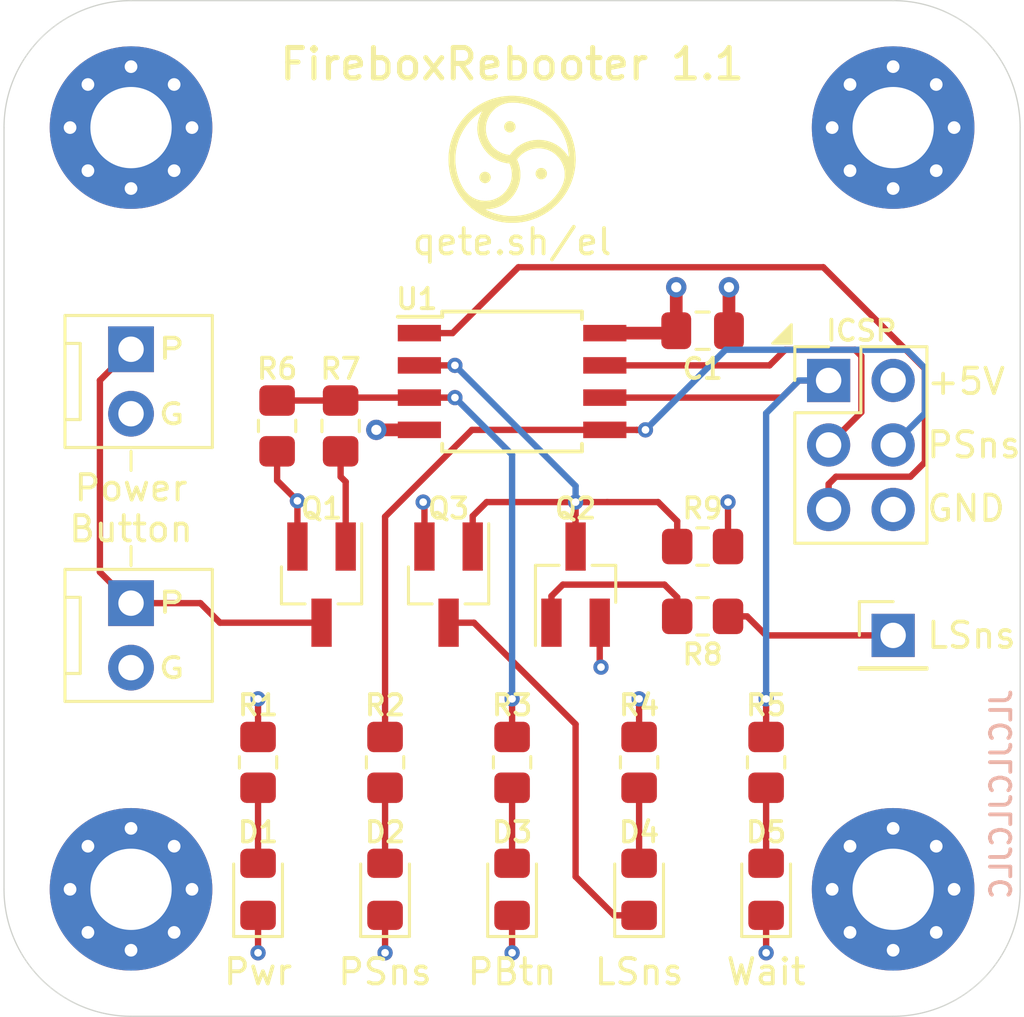
<source format=kicad_pcb>
(kicad_pcb (version 20171130) (host pcbnew "(5.1.12-1-10_14)")

  (general
    (thickness 1.6)
    (drawings 26)
    (tracks 123)
    (zones 0)
    (modules 28)
    (nets 19)
  )

  (page A4)
  (title_block
    (title FireboxRebooter)
    (date 2021-12-24)
    (rev 1.0)
    (company qete.sh/el)
  )

  (layers
    (0 F.Cu signal)
    (1 In1.GND.Cu power)
    (2 In2.VCC.Cu power)
    (31 B.Cu signal)
    (32 B.Adhes user)
    (33 F.Adhes user)
    (34 B.Paste user)
    (35 F.Paste user)
    (36 B.SilkS user)
    (37 F.SilkS user)
    (38 B.Mask user)
    (39 F.Mask user)
    (40 Dwgs.User user)
    (41 Cmts.User user)
    (42 Eco1.User user)
    (43 Eco2.User user)
    (44 Edge.Cuts user)
    (45 Margin user)
    (46 B.CrtYd user)
    (47 F.CrtYd user)
    (48 B.Fab user)
    (49 F.Fab user)
  )

  (setup
    (last_trace_width 0.25)
    (user_trace_width 0.2)
    (user_trace_width 0.25)
    (user_trace_width 0.5)
    (trace_clearance 0.2)
    (zone_clearance 0.508)
    (zone_45_only no)
    (trace_min 0.2)
    (via_size 0.6)
    (via_drill 0.3)
    (via_min_size 0.4)
    (via_min_drill 0.2)
    (user_via 0.4 0.2)
    (user_via 0.6 0.3)
    (user_via 0.8 0.4)
    (uvia_size 0.3)
    (uvia_drill 0.1)
    (uvias_allowed no)
    (uvia_min_size 0.2)
    (uvia_min_drill 0.1)
    (edge_width 0.05)
    (segment_width 0.2)
    (pcb_text_width 0.3)
    (pcb_text_size 1.5 1.5)
    (mod_edge_width 0.12)
    (mod_text_size 1 1)
    (mod_text_width 0.15)
    (pad_size 1.524 1.524)
    (pad_drill 0.762)
    (pad_to_mask_clearance 0)
    (aux_axis_origin 0 0)
    (grid_origin 107.5 80)
    (visible_elements FFFFFF7F)
    (pcbplotparams
      (layerselection 0x010fc_ffffffff)
      (usegerberextensions false)
      (usegerberattributes true)
      (usegerberadvancedattributes true)
      (creategerberjobfile true)
      (excludeedgelayer true)
      (linewidth 0.100000)
      (plotframeref false)
      (viasonmask false)
      (mode 1)
      (useauxorigin false)
      (hpglpennumber 1)
      (hpglpenspeed 20)
      (hpglpendiameter 15.000000)
      (psnegative false)
      (psa4output false)
      (plotreference true)
      (plotvalue true)
      (plotinvisibletext false)
      (padsonsilk false)
      (subtractmaskfromsilk false)
      (outputformat 1)
      (mirror false)
      (drillshape 0)
      (scaleselection 1)
      (outputdirectory ""))
  )

  (net 0 "")
  (net 1 GND)
  (net 2 +5V)
  (net 3 /~RESET)
  (net 4 /PWR_SENSE)
  (net 5 /SCK)
  (net 6 /MISO)
  (net 7 "Net-(Q1-Pad1)")
  (net 8 /LED_SENSE)
  (net 9 "Net-(Q2-Pad1)")
  (net 10 /LED_IN)
  (net 11 /PWR_BTIN_N)
  (net 12 /PWR_BTN)
  (net 13 "Net-(D1-Pad2)")
  (net 14 "Net-(D2-Pad2)")
  (net 15 "Net-(D3-Pad2)")
  (net 16 "Net-(D4-Pad2)")
  (net 17 "Net-(D5-Pad2)")
  (net 18 /LED_SENSE_LED)

  (net_class Default "This is the default net class."
    (clearance 0.2)
    (trace_width 0.25)
    (via_dia 0.6)
    (via_drill 0.3)
    (uvia_dia 0.3)
    (uvia_drill 0.1)
    (add_net /LED_IN)
    (add_net /LED_SENSE)
    (add_net /LED_SENSE_LED)
    (add_net /MISO)
    (add_net /PWR_BTIN_N)
    (add_net /PWR_BTN)
    (add_net /PWR_SENSE)
    (add_net /SCK)
    (add_net /~RESET)
    (add_net "Net-(D1-Pad2)")
    (add_net "Net-(D2-Pad2)")
    (add_net "Net-(D3-Pad2)")
    (add_net "Net-(D4-Pad2)")
    (add_net "Net-(D5-Pad2)")
    (add_net "Net-(Q1-Pad1)")
    (add_net "Net-(Q2-Pad1)")
  )

  (net_class Power ""
    (clearance 0.2)
    (trace_width 0.5)
    (via_dia 0.8)
    (via_drill 0.4)
    (uvia_dia 0.3)
    (uvia_drill 0.1)
    (add_net +5V)
    (add_net GND)
  )

  (module My_Footprints:Wurth_WR-WTB_2.54mm_2Pin (layer F.Cu) (tedit 61D4AFE1) (tstamp 61BCC651)
    (at 92.5 85 90)
    (path /61BCCA8E)
    (fp_text reference J4 (at 0 -3.31 90) (layer F.SilkS) hide
      (effects (font (size 0.8 0.8) (thickness 0.15)))
    )
    (fp_text value REAR_PWRBTN (at 0 -4.31 90) (layer F.Fab)
      (effects (font (size 1 1) (thickness 0.15)))
    )
    (fp_line (start 0 -2.6) (end 2.6 -2.6) (layer F.SilkS) (width 0.12))
    (fp_line (start 2.6 -2.6) (end 2.6 3.2) (layer F.SilkS) (width 0.12))
    (fp_line (start 2.6 3.2) (end -2.6 3.2) (layer F.SilkS) (width 0.12))
    (fp_line (start -2.6 3.2) (end -2.6 -2.6) (layer F.SilkS) (width 0.12))
    (fp_line (start -2.6 -2.6) (end 0 -2.6) (layer F.SilkS) (width 0.12))
    (fp_line (start -1.5 -2.6) (end -1.5 -2) (layer F.SilkS) (width 0.12))
    (fp_line (start -1.5 -2) (end 1.5 -2) (layer F.SilkS) (width 0.12))
    (fp_line (start 1.5 -2) (end 1.5 -2.6) (layer F.SilkS) (width 0.12))
    (fp_line (start -2.6 -2.6) (end 2.6 -2.6) (layer F.CrtYd) (width 0.12))
    (fp_line (start 2.6 -2.6) (end 2.6 3.2) (layer F.CrtYd) (width 0.12))
    (fp_line (start 2.6 3.2) (end -2.6 3.2) (layer F.CrtYd) (width 0.12))
    (fp_line (start -2.6 3.2) (end -2.6 -2.6) (layer F.CrtYd) (width 0.12))
    (pad 2 thru_hole circle (at -1.27 0 90) (size 1.8 1.8) (drill 1) (layers *.Cu *.Mask)
      (net 1 GND))
    (pad 1 thru_hole rect (at 1.27 0 90) (size 1.8 1.8) (drill 1) (layers *.Cu *.Mask)
      (net 11 /PWR_BTIN_N))
    (model "/Users/qetesh/Library/Mobile Documents/com~apple~CloudDocs/KiCad/KiCadLibraries/61900211121 (rev1).stp"
      (offset (xyz 0 -0.3 5.8))
      (scale (xyz 1 1 1))
      (rotate (xyz 0 0 0))
    )
  )

  (module My_Footprints:Wurth_WR-WTB_2.54mm_2Pin (layer F.Cu) (tedit 61D4AFE1) (tstamp 61BCC63B)
    (at 92.5 75 90)
    (path /61BC989E)
    (fp_text reference J3 (at 0 -3.31 90) (layer F.SilkS) hide
      (effects (font (size 0.8 0.8) (thickness 0.15)))
    )
    (fp_text value MB_PWRBTN (at 0 -4.31 90) (layer F.Fab)
      (effects (font (size 1 1) (thickness 0.15)))
    )
    (fp_line (start 0 -2.6) (end 2.6 -2.6) (layer F.SilkS) (width 0.12))
    (fp_line (start 2.6 -2.6) (end 2.6 3.2) (layer F.SilkS) (width 0.12))
    (fp_line (start 2.6 3.2) (end -2.6 3.2) (layer F.SilkS) (width 0.12))
    (fp_line (start -2.6 3.2) (end -2.6 -2.6) (layer F.SilkS) (width 0.12))
    (fp_line (start -2.6 -2.6) (end 0 -2.6) (layer F.SilkS) (width 0.12))
    (fp_line (start -1.5 -2.6) (end -1.5 -2) (layer F.SilkS) (width 0.12))
    (fp_line (start -1.5 -2) (end 1.5 -2) (layer F.SilkS) (width 0.12))
    (fp_line (start 1.5 -2) (end 1.5 -2.6) (layer F.SilkS) (width 0.12))
    (fp_line (start -2.6 -2.6) (end 2.6 -2.6) (layer F.CrtYd) (width 0.12))
    (fp_line (start 2.6 -2.6) (end 2.6 3.2) (layer F.CrtYd) (width 0.12))
    (fp_line (start 2.6 3.2) (end -2.6 3.2) (layer F.CrtYd) (width 0.12))
    (fp_line (start -2.6 3.2) (end -2.6 -2.6) (layer F.CrtYd) (width 0.12))
    (pad 2 thru_hole circle (at -1.27 0 90) (size 1.8 1.8) (drill 1) (layers *.Cu *.Mask)
      (net 1 GND))
    (pad 1 thru_hole rect (at 1.27 0 90) (size 1.8 1.8) (drill 1) (layers *.Cu *.Mask)
      (net 11 /PWR_BTIN_N))
    (model "/Users/qetesh/Library/Mobile Documents/com~apple~CloudDocs/KiCad/KiCadLibraries/61900211121 (rev1).stp"
      (offset (xyz 0 -0.3 5.8))
      (scale (xyz 1 1 1))
      (rotate (xyz 0 0 0))
    )
  )

  (module My_Footprints:CutieMark5mmInverted (layer F.Cu) (tedit 0) (tstamp 61C69C09)
    (at 107.5 66.25)
    (fp_text reference G*** (at 0 0) (layer F.SilkS) hide
      (effects (font (size 1.524 1.524) (thickness 0.3)))
    )
    (fp_text value LOGO (at 0.75 0) (layer F.SilkS) hide
      (effects (font (size 1.524 1.524) (thickness 0.3)))
    )
    (fp_poly (pts (xy 0.023501 -2.499005) (xy 0.044685 -2.498867) (xy 0.064058 -2.498618) (xy 0.082123 -2.498243)
      (xy 0.099386 -2.497729) (xy 0.116351 -2.497059) (xy 0.133523 -2.49622) (xy 0.151407 -2.495196)
      (xy 0.168628 -2.494098) (xy 0.252266 -2.487146) (xy 0.335389 -2.477428) (xy 0.417943 -2.464961)
      (xy 0.499876 -2.449765) (xy 0.581132 -2.431856) (xy 0.661658 -2.411254) (xy 0.7414 -2.387976)
      (xy 0.820305 -2.36204) (xy 0.898318 -2.333465) (xy 0.975386 -2.302268) (xy 1.051456 -2.268468)
      (xy 1.126472 -2.232082) (xy 1.200382 -2.19313) (xy 1.273131 -2.151628) (xy 1.344667 -2.107595)
      (xy 1.373521 -2.088888) (xy 1.442153 -2.042045) (xy 1.509295 -1.992834) (xy 1.57485 -1.941343)
      (xy 1.638718 -1.88766) (xy 1.700804 -1.831872) (xy 1.761008 -1.774067) (xy 1.819233 -1.714332)
      (xy 1.875382 -1.652754) (xy 1.92278 -1.597372) (xy 1.975519 -1.531693) (xy 2.025871 -1.464541)
      (xy 2.073812 -1.395972) (xy 2.119322 -1.326039) (xy 2.162378 -1.2548) (xy 2.202959 -1.182307)
      (xy 2.241042 -1.108616) (xy 2.276606 -1.033782) (xy 2.309628 -0.957859) (xy 2.340087 -0.880904)
      (xy 2.36796 -0.802969) (xy 2.393226 -0.724112) (xy 2.415863 -0.644385) (xy 2.435848 -0.563845)
      (xy 2.453161 -0.482546) (xy 2.467778 -0.400543) (xy 2.479678 -0.317891) (xy 2.488838 -0.234645)
      (xy 2.494068 -0.169333) (xy 2.496435 -0.127517) (xy 2.498098 -0.083686) (xy 2.499055 -0.03856)
      (xy 2.499305 0.007141) (xy 2.498847 0.0527) (xy 2.497678 0.097396) (xy 2.495797 0.14051)
      (xy 2.49479 0.158045) (xy 2.488247 0.241201) (xy 2.478953 0.32382) (xy 2.46694 0.405842)
      (xy 2.452237 0.487207) (xy 2.434877 0.567858) (xy 2.414888 0.647734) (xy 2.392304 0.726776)
      (xy 2.367153 0.804926) (xy 2.339467 0.882123) (xy 2.309277 0.958309) (xy 2.276613 1.033425)
      (xy 2.241506 1.107411) (xy 2.203988 1.180208) (xy 2.164088 1.251756) (xy 2.121838 1.321998)
      (xy 2.077268 1.390872) (xy 2.03041 1.458321) (xy 1.981293 1.524285) (xy 1.929949 1.588704)
      (xy 1.876409 1.65152) (xy 1.820703 1.712674) (xy 1.762862 1.772105) (xy 1.702917 1.829756)
      (xy 1.640898 1.885566) (xy 1.576837 1.939476) (xy 1.562806 1.950808) (xy 1.49616 2.002452)
      (xy 1.428096 2.051665) (xy 1.358662 2.09843) (xy 1.287904 2.142725) (xy 1.215872 2.184534)
      (xy 1.142614 2.223836) (xy 1.068176 2.260612) (xy 0.992608 2.294845) (xy 0.915957 2.326513)
      (xy 0.838272 2.355599) (xy 0.759599 2.382084) (xy 0.679988 2.405948) (xy 0.599486 2.427172)
      (xy 0.518141 2.445738) (xy 0.436001 2.461626) (xy 0.353114 2.474818) (xy 0.269528 2.485293)
      (xy 0.198262 2.492025) (xy 0.183223 2.493204) (xy 0.169281 2.494223) (xy 0.156077 2.495095)
      (xy 0.143249 2.495833) (xy 0.130441 2.496447) (xy 0.117291 2.496952) (xy 0.10344 2.497358)
      (xy 0.08853 2.497678) (xy 0.072201 2.497925) (xy 0.054093 2.49811) (xy 0.033847 2.498247)
      (xy 0.013406 2.498338) (xy -0.003166 2.498392) (xy -0.019094 2.49843) (xy -0.034123 2.498453)
      (xy -0.048 2.49846) (xy -0.060469 2.498453) (xy -0.071276 2.49843) (xy -0.080167 2.498393)
      (xy -0.086887 2.498342) (xy -0.09118 2.498276) (xy -0.092427 2.498234) (xy -0.096417 2.498021)
      (xy -0.102653 2.497696) (xy -0.110562 2.497288) (xy -0.119572 2.496827) (xy -0.12911 2.496341)
      (xy -0.131233 2.496233) (xy -0.214309 2.490614) (xy -0.297155 2.482197) (xy -0.379678 2.471002)
      (xy -0.461786 2.45705) (xy -0.543387 2.440362) (xy -0.624388 2.420959) (xy -0.704697 2.398861)
      (xy -0.784223 2.374088) (xy -0.862872 2.346663) (xy -0.940552 2.316605) (xy -0.950277 2.312627)
      (xy -1.027074 2.279505) (xy -1.10262 2.243867) (xy -1.176858 2.205755) (xy -1.249731 2.16521)
      (xy -1.32118 2.122274) (xy -1.391148 2.076989) (xy -1.459577 2.029397) (xy -1.52641 1.97954)
      (xy -1.53624 1.971685) (xy -1.06481 1.971685) (xy -1.063676 1.97236) (xy -1.060217 1.974094)
      (xy -1.054679 1.976773) (xy -1.047306 1.980285) (xy -1.03834 1.984516) (xy -1.028027 1.989354)
      (xy -1.016611 1.994685) (xy -1.004335 2.000397) (xy -0.991444 2.006377) (xy -0.978181 2.012512)
      (xy -0.964791 2.018688) (xy -0.951517 2.024794) (xy -0.938604 2.030715) (xy -0.926295 2.03634)
      (xy -0.914835 2.041554) (xy -0.904468 2.046246) (xy -0.895437 2.050302) (xy -0.887987 2.053609)
      (xy -0.884766 2.055019) (xy -0.811821 2.085192) (xy -0.738197 2.112628) (xy -0.663888 2.137329)
      (xy -0.588885 2.159296) (xy -0.513182 2.17853) (xy -0.436771 2.195034) (xy -0.359645 2.20881)
      (xy -0.281795 2.219858) (xy -0.203216 2.228181) (xy -0.123899 2.23378) (xy -0.097366 2.235038)
      (xy -0.085763 2.235432) (xy -0.071817 2.235755) (xy -0.056003 2.236009) (xy -0.0388 2.236193)
      (xy -0.020685 2.236305) (xy -0.002135 2.236347) (xy 0.016372 2.236317) (xy 0.034359 2.236215)
      (xy 0.051349 2.236042) (xy 0.066864 2.235796) (xy 0.080428 2.235477) (xy 0.089606 2.235167)
      (xy 0.164892 2.231022) (xy 0.238752 2.22466) (xy 0.31157 2.216029) (xy 0.383733 2.205073)
      (xy 0.455627 2.19174) (xy 0.527638 2.175975) (xy 0.545395 2.171724) (xy 0.621747 2.151687)
      (xy 0.697275 2.128966) (xy 0.771906 2.103599) (xy 0.845565 2.075622) (xy 0.918178 2.045073)
      (xy 0.98967 2.011989) (xy 1.059968 1.976408) (xy 1.128996 1.938365) (xy 1.196682 1.897899)
      (xy 1.262949 1.855047) (xy 1.327724 1.809846) (xy 1.390933 1.762333) (xy 1.437217 1.725245)
      (xy 1.487619 1.682422) (xy 1.536388 1.638323) (xy 1.583467 1.593043) (xy 1.628795 1.546677)
      (xy 1.672313 1.499318) (xy 1.713961 1.45106) (xy 1.75368 1.401999) (xy 1.79141 1.352227)
      (xy 1.827092 1.30184) (xy 1.860666 1.250931) (xy 1.892073 1.199595) (xy 1.921254 1.147925)
      (xy 1.948148 1.096017) (xy 1.972696 1.043964) (xy 1.994839 0.99186) (xy 2.014518 0.9398)
      (xy 2.031672 0.887878) (xy 2.046243 0.836188) (xy 2.05817 0.784825) (xy 2.067395 0.733881)
      (xy 2.068648 0.725561) (xy 2.074231 0.678125) (xy 2.077281 0.629722) (xy 2.077799 0.580626)
      (xy 2.075785 0.531113) (xy 2.071241 0.481459) (xy 2.067894 0.455789) (xy 2.058802 0.402362)
      (xy 2.047005 0.349601) (xy 2.032557 0.297613) (xy 2.015512 0.246505) (xy 1.995922 0.196381)
      (xy 1.973841 0.147348) (xy 1.949322 0.099513) (xy 1.922418 0.05298) (xy 1.893183 0.007857)
      (xy 1.86167 -0.035751) (xy 1.827931 -0.077738) (xy 1.792021 -0.117997) (xy 1.766792 -0.143933)
      (xy 1.728187 -0.180289) (xy 1.687887 -0.214417) (xy 1.645983 -0.246276) (xy 1.602565 -0.275821)
      (xy 1.557723 -0.303011) (xy 1.51155 -0.327803) (xy 1.464136 -0.350154) (xy 1.415571 -0.370022)
      (xy 1.365946 -0.387364) (xy 1.315353 -0.402137) (xy 1.263882 -0.4143) (xy 1.211624 -0.423808)
      (xy 1.15867 -0.43062) (xy 1.154995 -0.430989) (xy 1.131621 -0.432945) (xy 1.106499 -0.434409)
      (xy 1.080234 -0.435381) (xy 1.053434 -0.435857) (xy 1.026706 -0.435834) (xy 1.000657 -0.43531)
      (xy 0.975894 -0.434283) (xy 0.953024 -0.43275) (xy 0.943431 -0.431886) (xy 0.890243 -0.425453)
      (xy 0.83858 -0.41674) (xy 0.788219 -0.405684) (xy 0.738942 -0.392224) (xy 0.690528 -0.376297)
      (xy 0.642756 -0.357842) (xy 0.595406 -0.336797) (xy 0.582058 -0.330365) (xy 0.534143 -0.30534)
      (xy 0.487926 -0.27806) (xy 0.443414 -0.248534) (xy 0.400615 -0.216766) (xy 0.359537 -0.182763)
      (xy 0.320187 -0.146533) (xy 0.282574 -0.108081) (xy 0.246705 -0.067414) (xy 0.212588 -0.024538)
      (xy 0.207201 -0.017351) (xy 0.189157 0.006926) (xy 0.199122 0.028511) (xy 0.223844 0.085377)
      (xy 0.245893 0.143049) (xy 0.265255 0.201442) (xy 0.281918 0.260474) (xy 0.295869 0.320063)
      (xy 0.307095 0.380127) (xy 0.315583 0.440583) (xy 0.321321 0.501348) (xy 0.324295 0.56234)
      (xy 0.324494 0.623477) (xy 0.321903 0.684676) (xy 0.31651 0.745855) (xy 0.313908 0.767645)
      (xy 0.304764 0.828175) (xy 0.292884 0.888172) (xy 0.278323 0.947539) (xy 0.261132 1.006176)
      (xy 0.241367 1.063987) (xy 0.21908 1.120871) (xy 0.194324 1.176733) (xy 0.167152 1.231472)
      (xy 0.137619 1.284992) (xy 0.105777 1.337194) (xy 0.07168 1.38798) (xy 0.03538 1.437252)
      (xy -0.003068 1.484911) (xy -0.043611 1.53086) (xy -0.086197 1.575) (xy -0.130771 1.617233)
      (xy -0.162983 1.645485) (xy -0.210703 1.68418) (xy -0.259988 1.720544) (xy -0.310763 1.754538)
      (xy -0.362952 1.786126) (xy -0.416481 1.815267) (xy -0.471273 1.841923) (xy -0.527253 1.866057)
      (xy -0.584346 1.887628) (xy -0.642475 1.9066) (xy -0.701567 1.922933) (xy -0.711905 1.925494)
      (xy -0.75885 1.936101) (xy -0.805451 1.944934) (xy -0.852481 1.952116) (xy -0.900712 1.957768)
      (xy -0.934155 1.960767) (xy -0.948062 1.961872) (xy -0.962635 1.963034) (xy -0.978294 1.964288)
      (xy -0.99546 1.965666) (xy -1.014554 1.967202) (xy -1.035995 1.968931) (xy -1.038407 1.969125)
      (xy -1.04664 1.969812) (xy -1.053846 1.970455) (xy -1.059576 1.971011) (xy -1.063382 1.971437)
      (xy -1.06481 1.971685) (xy -1.53624 1.971685) (xy -1.591588 1.927458) (xy -1.655055 1.873195)
      (xy -1.716752 1.816791) (xy -1.776621 1.758289) (xy -1.834605 1.69773) (xy -1.890647 1.635157)
      (xy -1.897659 1.627024) (xy -1.951202 1.562517) (xy -2.002443 1.496413) (xy -2.051353 1.428774)
      (xy -2.097902 1.359662) (xy -2.14206 1.289137) (xy -2.183797 1.21726) (xy -2.223083 1.144092)
      (xy -2.259888 1.069695) (xy -2.294183 0.994129) (xy -2.325938 0.917456) (xy -2.355123 0.839736)
      (xy -2.381708 0.761031) (xy -2.405663 0.681401) (xy -2.426958 0.600909) (xy -2.445564 0.519613)
      (xy -2.450354 0.496384) (xy -2.463539 0.425805) (xy -2.474615 0.355456) (xy -2.483644 0.284807)
      (xy -2.490691 0.213329) (xy -2.495819 0.140489) (xy -2.49767 0.103717) (xy -2.498264 0.087268)
      (xy -2.498711 0.068644) (xy -2.499015 0.048281) (xy -2.49918 0.026617) (xy -2.499209 0.004088)
      (xy -2.499175 -0.003698) (xy -2.235985 -0.003698) (xy -2.23593 0.017481) (xy -2.235767 0.038243)
      (xy -2.235496 0.058185) (xy -2.235118 0.076905) (xy -2.234633 0.094) (xy -2.23404 0.109067)
      (xy -2.233363 0.121356) (xy -2.227497 0.195076) (xy -2.2197 0.267946) (xy -2.210005 0.339866)
      (xy -2.198441 0.410738) (xy -2.185043 0.480466) (xy -2.169839 0.548949) (xy -2.152863 0.616091)
      (xy -2.134146 0.681792) (xy -2.113719 0.745956) (xy -2.091613 0.808483) (xy -2.067861 0.869275)
      (xy -2.042494 0.928234) (xy -2.015544 0.985263) (xy -1.987041 1.040262) (xy -1.957019 1.093134)
      (xy -1.925507 1.143781) (xy -1.892538 1.192104) (xy -1.886722 1.200175) (xy -1.852018 1.245804)
      (xy -1.815998 1.288961) (xy -1.778671 1.32964) (xy -1.740046 1.367834) (xy -1.700133 1.403536)
      (xy -1.658939 1.436739) (xy -1.616475 1.467437) (xy -1.57275 1.495624) (xy -1.527771 1.521293)
      (xy -1.481549 1.544436) (xy -1.434092 1.565048) (xy -1.38541 1.583121) (xy -1.349727 1.594522)
      (xy -1.301852 1.607467) (xy -1.252565 1.618183) (xy -1.202243 1.626626) (xy -1.151264 1.63275)
      (xy -1.100007 1.636508) (xy -1.048847 1.637856) (xy -1.000477 1.636852) (xy -0.946492 1.633088)
      (xy -0.893355 1.626632) (xy -0.84107 1.617486) (xy -0.789642 1.605651) (xy -0.739074 1.591128)
      (xy -0.68937 1.573918) (xy -0.640533 1.554023) (xy -0.592569 1.531444) (xy -0.54548 1.506182)
      (xy -0.49927 1.478239) (xy -0.486127 1.469696) (xy -0.441594 1.438633) (xy -0.398781 1.405435)
      (xy -0.35776 1.370205) (xy -0.3186 1.333045) (xy -0.281374 1.294058) (xy -0.24615 1.253348)
      (xy -0.212999 1.211017) (xy -0.181991 1.167168) (xy -0.153198 1.121904) (xy -0.126689 1.075328)
      (xy -0.102535 1.027542) (xy -0.080806 0.978649) (xy -0.061573 0.928753) (xy -0.044905 0.877956)
      (xy -0.030874 0.826361) (xy -0.023474 0.79375) (xy -0.014308 0.743195) (xy -0.007877 0.692095)
      (xy -0.004177 0.640578) (xy -0.003202 0.588772) (xy -0.004948 0.536804) (xy -0.009408 0.484802)
      (xy -0.016578 0.432894) (xy -0.026452 0.381207) (xy -0.039026 0.329868) (xy -0.043084 0.315384)
      (xy -0.05067 0.289991) (xy -0.058376 0.26622) (xy -0.066523 0.243182) (xy -0.075431 0.219987)
      (xy -0.085422 0.195743) (xy -0.090562 0.183781) (xy -0.094393 0.175116) (xy -0.097372 0.168767)
      (xy -0.099671 0.164417) (xy -0.101465 0.161754) (xy -0.102927 0.160462) (xy -0.103538 0.160241)
      (xy -0.105874 0.159925) (xy -0.110505 0.159414) (xy -0.116918 0.15876) (xy -0.124597 0.158017)
      (xy -0.131938 0.157335) (xy -0.192325 0.150437) (xy -0.251979 0.140827) (xy -0.310841 0.128532)
      (xy -0.36885 0.11358) (xy -0.425948 0.096) (xy -0.482075 0.075819) (xy -0.537171 0.053065)
      (xy -0.591178 0.027767) (xy -0.644035 -0.000047) (xy -0.695684 -0.030351) (xy -0.746064 -0.063115)
      (xy -0.795116 -0.098311) (xy -0.842782 -0.135912) (xy -0.889001 -0.175889) (xy -0.933714 -0.218215)
      (xy -0.937759 -0.222235) (xy -0.981441 -0.267812) (xy -1.02314 -0.315341) (xy -1.062791 -0.364708)
      (xy -1.10033 -0.415797) (xy -1.135693 -0.468493) (xy -1.168816 -0.522681) (xy -1.199635 -0.578245)
      (xy -1.228087 -0.63507) (xy -1.254107 -0.69304) (xy -1.277632 -0.752041) (xy -1.298597 -0.811957)
      (xy -1.316938 -0.872672) (xy -1.332593 -0.934071) (xy -1.332786 -0.934908) (xy -1.34114 -0.97385)
      (xy -1.348198 -1.01288) (xy -1.354063 -1.052675) (xy -1.358835 -1.093915) (xy -1.361975 -1.128888)
      (xy -1.362499 -1.137462) (xy -1.362924 -1.148394) (xy -1.363251 -1.161226) (xy -1.363479 -1.175495)
      (xy -1.36361 -1.190742) (xy -1.363628 -1.199584) (xy -1.035143 -1.199584) (xy -1.035123 -1.183276)
      (xy -1.034997 -1.167555) (xy -1.034764 -1.152844) (xy -1.034422 -1.139567) (xy -1.033969 -1.128145)
      (xy -1.033402 -1.119001) (xy -1.033222 -1.116894) (xy -1.027067 -1.062968) (xy -1.018705 -1.010691)
      (xy -1.00809 -0.959892) (xy -0.995172 -0.9104) (xy -0.979902 -0.862044) (xy -0.962231 -0.814652)
      (xy -0.942111 -0.768053) (xy -0.922269 -0.727427) (xy -0.896402 -0.680267) (xy -0.868195 -0.634606)
      (xy -0.837736 -0.590532) (xy -0.80511 -0.548135) (xy -0.770402 -0.507503) (xy -0.733701 -0.468726)
      (xy -0.69509 -0.431891) (xy -0.654657 -0.397089) (xy -0.612487 -0.364408) (xy -0.568667 -0.333937)
      (xy -0.523282 -0.305764) (xy -0.502674 -0.294027) (xy -0.454915 -0.269109) (xy -0.406375 -0.246865)
      (xy -0.356955 -0.227261) (xy -0.306554 -0.210262) (xy -0.255072 -0.195834) (xy -0.202408 -0.183943)
      (xy -0.164394 -0.177044) (xy -0.157288 -0.175946) (xy -0.148735 -0.174729) (xy -0.139238 -0.173452)
      (xy -0.129301 -0.172177) (xy -0.119426 -0.170965) (xy -0.110117 -0.169878) (xy -0.101877 -0.168976)
      (xy -0.095209 -0.168321) (xy -0.090617 -0.167974) (xy -0.089407 -0.167934) (xy -0.08798 -0.168484)
      (xy -0.085906 -0.170289) (xy -0.083001 -0.173572) (xy -0.079083 -0.178554) (xy -0.073968 -0.185455)
      (xy -0.067725 -0.194145) (xy -0.042663 -0.228363) (xy -0.01746 -0.260698) (xy 0.008405 -0.29176)
      (xy 0.035454 -0.32216) (xy 0.06421 -0.352511) (xy 0.087681 -0.376072) (xy 0.132587 -0.418319)
      (xy 0.179092 -0.458244) (xy 0.227211 -0.495859) (xy 0.276961 -0.531175) (xy 0.328358 -0.564203)
      (xy 0.381419 -0.594955) (xy 0.436159 -0.62344) (xy 0.484012 -0.645875) (xy 0.540891 -0.669712)
      (xy 0.598723 -0.690916) (xy 0.657399 -0.709469) (xy 0.716812 -0.725354) (xy 0.776852 -0.738554)
      (xy 0.837413 -0.749051) (xy 0.898387 -0.756827) (xy 0.959666 -0.761865) (xy 1.021141 -0.764148)
      (xy 1.082705 -0.763658) (xy 1.14425 -0.760378) (xy 1.17475 -0.757709) (xy 1.23653 -0.750194)
      (xy 1.297623 -0.739953) (xy 1.357962 -0.727014) (xy 1.417478 -0.711405) (xy 1.476104 -0.693155)
      (xy 1.533771 -0.67229) (xy 1.590412 -0.648838) (xy 1.645958 -0.622828) (xy 1.700342 -0.594286)
      (xy 1.753495 -0.563242) (xy 1.80535 -0.529722) (xy 1.855838 -0.493755) (xy 1.895123 -0.463299)
      (xy 1.942202 -0.423655) (xy 1.987248 -0.382088) (xy 2.030341 -0.338517) (xy 2.07156 -0.292862)
      (xy 2.106125 -0.251177) (xy 2.112182 -0.243549) (xy 2.1178 -0.236397) (xy 2.123156 -0.229477)
      (xy 2.12843 -0.222543) (xy 2.133797 -0.21535) (xy 2.139436 -0.207652) (xy 2.145524 -0.199205)
      (xy 2.152239 -0.189762) (xy 2.159758 -0.179079) (xy 2.168259 -0.16691) (xy 2.177919 -0.15301)
      (xy 2.188917 -0.137133) (xy 2.194217 -0.129469) (xy 2.202613 -0.117332) (xy 2.210518 -0.105918)
      (xy 2.217788 -0.095432) (xy 2.22428 -0.086081) (xy 2.229852 -0.078071) (xy 2.234358 -0.071609)
      (xy 2.237657 -0.0669) (xy 2.239604 -0.064151) (xy 2.240092 -0.0635) (xy 2.240137 -0.064711)
      (xy 2.239889 -0.06738) (xy 2.239682 -0.069474) (xy 2.239252 -0.074115) (xy 2.238622 -0.081036)
      (xy 2.237818 -0.089974) (xy 2.236862 -0.100663) (xy 2.235777 -0.112839) (xy 2.234589 -0.126235)
      (xy 2.233321 -0.140588) (xy 2.232342 -0.151694) (xy 2.229984 -0.17811) (xy 2.22777 -0.202054)
      (xy 2.225661 -0.22387) (xy 2.223614 -0.243903) (xy 2.221588 -0.262496) (xy 2.219542 -0.279995)
      (xy 2.217434 -0.296743) (xy 2.215223 -0.313084) (xy 2.212868 -0.329363) (xy 2.210327 -0.345924)
      (xy 2.20756 -0.363111) (xy 2.205404 -0.376061) (xy 2.190963 -0.453352) (xy 2.173795 -0.529977)
      (xy 2.153928 -0.605868) (xy 2.131394 -0.68096) (xy 2.106221 -0.755184) (xy 2.07844 -0.828475)
      (xy 2.048082 -0.900766) (xy 2.015175 -0.971991) (xy 1.979749 -1.042082) (xy 1.941835 -1.110973)
      (xy 1.901462 -1.178598) (xy 1.858661 -1.24489) (xy 1.813461 -1.309782) (xy 1.765892 -1.373208)
      (xy 1.74713 -1.397) (xy 1.705081 -1.447896) (xy 1.660651 -1.498438) (xy 1.614277 -1.548173)
      (xy 1.566399 -1.596647) (xy 1.517455 -1.643406) (xy 1.467884 -1.687996) (xy 1.455562 -1.698651)
      (xy 1.394442 -1.749231) (xy 1.331738 -1.7975) (xy 1.267514 -1.843427) (xy 1.201835 -1.886982)
      (xy 1.134764 -1.928135) (xy 1.066365 -1.966856) (xy 0.996703 -2.003115) (xy 0.92584 -2.036882)
      (xy 0.853843 -2.068128) (xy 0.780773 -2.096821) (xy 0.706697 -2.122933) (xy 0.631676 -2.146433)
      (xy 0.555777 -2.167291) (xy 0.479062 -2.185477) (xy 0.401595 -2.200961) (xy 0.371828 -2.206155)
      (xy 0.327692 -2.213075) (xy 0.282589 -2.219196) (xy 0.235896 -2.224597) (xy 0.192617 -2.228851)
      (xy 0.160767 -2.231428) (xy 0.128169 -2.233469) (xy 0.095189 -2.234973) (xy 0.062189 -2.235942)
      (xy 0.029535 -2.236376) (xy -0.002409 -2.236273) (xy -0.03328 -2.235635) (xy -0.062712 -2.234462)
      (xy -0.090342 -2.232753) (xy -0.115806 -2.23051) (xy -0.131233 -2.228737) (xy -0.184639 -2.220562)
      (xy -0.237196 -2.209764) (xy -0.288821 -2.196402) (xy -0.339433 -2.180532) (xy -0.38895 -2.162214)
      (xy -0.437289 -2.141503) (xy -0.48437 -2.118458) (xy -0.530109 -2.093136) (xy -0.574425 -2.065595)
      (xy -0.617237 -2.035892) (xy -0.658461 -2.004086) (xy -0.698016 -1.970233) (xy -0.735821 -1.934391)
      (xy -0.771793 -1.896618) (xy -0.80585 -1.856971) (xy -0.83791 -1.815508) (xy -0.867892 -1.772286)
      (xy -0.895714 -1.727364) (xy -0.921293 -1.680798) (xy -0.926979 -1.669603) (xy -0.947713 -1.625762)
      (xy -0.966125 -1.581693) (xy -0.982295 -1.537116) (xy -0.9963 -1.491751) (xy -1.008221 -1.445318)
      (xy -1.018137 -1.397536) (xy -1.026125 -1.348125) (xy -1.032265 -1.296804) (xy -1.032474 -1.294694)
      (xy -1.033144 -1.286106) (xy -1.033721 -1.275148) (xy -1.034202 -1.262241) (xy -1.034587 -1.247809)
      (xy -1.034873 -1.232274) (xy -1.035059 -1.216058) (xy -1.035143 -1.199584) (xy -1.363628 -1.199584)
      (xy -1.363643 -1.206504) (xy -1.363578 -1.222321) (xy -1.363415 -1.237733) (xy -1.363155 -1.252279)
      (xy -1.362797 -1.265497) (xy -1.362342 -1.276926) (xy -1.361933 -1.284111) (xy -1.356768 -1.343843)
      (xy -1.349418 -1.402013) (xy -1.33982 -1.458918) (xy -1.32791 -1.514856) (xy -1.313626 -1.570126)
      (xy -1.296904 -1.625025) (xy -1.278344 -1.678071) (xy -1.273715 -1.690308) (xy -1.268916 -1.702558)
      (xy -1.263823 -1.715098) (xy -1.258316 -1.728205) (xy -1.252272 -1.742156) (xy -1.245569 -1.757231)
      (xy -1.238085 -1.773706) (xy -1.229699 -1.79186) (xy -1.220287 -1.811969) (xy -1.209729 -1.834312)
      (xy -1.209412 -1.834978) (xy -1.203125 -1.848257) (xy -1.197232 -1.860757) (xy -1.191839 -1.872251)
      (xy -1.187053 -1.882507) (xy -1.182979 -1.891298) (xy -1.179725 -1.898394) (xy -1.177397 -1.903565)
      (xy -1.1761 -1.906582) (xy -1.175865 -1.907291) (xy -1.177087 -1.906608) (xy -1.180383 -1.90444)
      (xy -1.18553 -1.900945) (xy -1.192307 -1.89628) (xy -1.200491 -1.890601) (xy -1.20986 -1.884065)
      (xy -1.220192 -1.876829) (xy -1.231265 -1.86905) (xy -1.242856 -1.860885) (xy -1.254743 -1.85249)
      (xy -1.266703 -1.844022) (xy -1.278516 -1.835638) (xy -1.289957 -1.827495) (xy -1.300806 -1.81975)
      (xy -1.31084 -1.812559) (xy -1.319836 -1.806079) (xy -1.327573 -1.800467) (xy -1.333828 -1.79588)
      (xy -1.334911 -1.795078) (xy -1.391423 -1.751579) (xy -1.447247 -1.705567) (xy -1.502075 -1.657323)
      (xy -1.5556 -1.607129) (xy -1.607516 -1.555268) (xy -1.657516 -1.502022) (xy -1.676413 -1.480961)
      (xy -1.726644 -1.422169) (xy -1.774875 -1.361512) (xy -1.821035 -1.299116) (xy -1.865053 -1.235105)
      (xy -1.906859 -1.169601) (xy -1.946383 -1.102731) (xy -1.983554 -1.034618) (xy -2.018301 -0.965387)
      (xy -2.050555 -0.895161) (xy -2.080244 -0.824065) (xy -2.107298 -0.752224) (xy -2.131647 -0.679761)
      (xy -2.132736 -0.676302) (xy -2.151066 -0.615264) (xy -2.167446 -0.555011) (xy -2.181954 -0.495129)
      (xy -2.194667 -0.435202) (xy -2.20566 -0.374814) (xy -2.21501 -0.31355) (xy -2.222794 -0.250994)
      (xy -2.229089 -0.186731) (xy -2.233366 -0.129822) (xy -2.234063 -0.116993) (xy -2.234652 -0.101764)
      (xy -2.235133 -0.084537) (xy -2.235507 -0.065714) (xy -2.235774 -0.045698) (xy -2.235933 -0.024892)
      (xy -2.235985 -0.003698) (xy -2.499175 -0.003698) (xy -2.499107 -0.018868) (xy -2.498877 -0.041816)
      (xy -2.498522 -0.064318) (xy -2.498047 -0.085938) (xy -2.497455 -0.106238) (xy -2.496749 -0.124782)
      (xy -2.495934 -0.141133) (xy -2.495546 -0.147461) (xy -2.494069 -0.169084) (xy -2.492512 -0.190304)
      (xy -2.49092 -0.210531) (xy -2.489342 -0.229172) (xy -2.487822 -0.245636) (xy -2.487695 -0.246944)
      (xy -2.478129 -0.330073) (xy -2.465798 -0.412706) (xy -2.450722 -0.494775) (xy -2.432924 -0.576212)
      (xy -2.412425 -0.656951) (xy -2.389248 -0.736924) (xy -2.363414 -0.816064) (xy -2.334945 -0.894303)
      (xy -2.303863 -0.971573) (xy -2.270189 -1.047808) (xy -2.233946 -1.12294) (xy -2.195156 -1.196902)
      (xy -2.159024 -1.260807) (xy -2.11561 -1.33222) (xy -2.069817 -1.402144) (xy -2.021702 -1.470509)
      (xy -1.971323 -1.537247) (xy -1.918738 -1.602289) (xy -1.864006 -1.665567) (xy -1.807185 -1.727011)
      (xy -1.748333 -1.786553) (xy -1.687508 -1.844125) (xy -1.624769 -1.899658) (xy -1.6002 -1.92041)
      (xy -1.534682 -1.973214) (xy -1.467681 -2.023637) (xy -1.399254 -2.071657) (xy -1.329456 -2.117252)
      (xy -1.258343 -2.160399) (xy -1.185971 -2.201076) (xy -1.112395 -2.23926) (xy -1.037672 -2.274929)
      (xy -0.961858 -2.308062) (xy -0.885008 -2.338634) (xy -0.807178 -2.366624) (xy -0.728423 -2.39201)
      (xy -0.648801 -2.414769) (xy -0.568366 -2.434879) (xy -0.487175 -2.452317) (xy -0.405283 -2.467061)
      (xy -0.322747 -2.479089) (xy -0.239621 -2.488378) (xy -0.168627 -2.494098) (xy -0.149665 -2.495302)
      (xy -0.13187 -2.496307) (xy -0.11474 -2.49713) (xy -0.097768 -2.497784) (xy -0.08045 -2.498285)
      (xy -0.062283 -2.498647) (xy -0.04276 -2.498885) (xy -0.021378 -2.499013) (xy 0 -2.499048)
      (xy 0.023501 -2.499005)) (layer F.SilkS) (width 0.01))
    (fp_poly (pts (xy 1.168414 0.344293) (xy 1.19153 0.347589) (xy 1.214437 0.353385) (xy 1.236946 0.361713)
      (xy 1.25887 0.372609) (xy 1.278467 0.385003) (xy 1.285021 0.390122) (xy 1.292725 0.396949)
      (xy 1.301041 0.404931) (xy 1.30943 0.413517) (xy 1.317355 0.422153) (xy 1.324277 0.430286)
      (xy 1.329658 0.437363) (xy 1.330199 0.43815) (xy 1.343358 0.460063) (xy 1.353941 0.483102)
      (xy 1.361985 0.507353) (xy 1.364813 0.518809) (xy 1.365908 0.524162) (xy 1.36672 0.52932)
      (xy 1.367291 0.534858) (xy 1.367661 0.541353) (xy 1.367874 0.54938) (xy 1.367972 0.559514)
      (xy 1.367982 0.562328) (xy 1.367879 0.575786) (xy 1.367412 0.587158) (xy 1.366476 0.597166)
      (xy 1.364968 0.606534) (xy 1.362784 0.615986) (xy 1.35982 0.626245) (xy 1.358009 0.631918)
      (xy 1.354243 0.641993) (xy 1.349206 0.653388) (xy 1.343357 0.665194) (xy 1.337153 0.676502)
      (xy 1.331054 0.686402) (xy 1.329056 0.689328) (xy 1.322533 0.697779) (xy 1.314374 0.707136)
      (xy 1.305212 0.716761) (xy 1.295681 0.726016) (xy 1.286415 0.734262) (xy 1.278049 0.740862)
      (xy 1.277444 0.741294) (xy 1.25615 0.75472) (xy 1.233852 0.765522) (xy 1.210654 0.773671)
      (xy 1.186661 0.779138) (xy 1.161977 0.781893) (xy 1.136707 0.781909) (xy 1.131626 0.781584)
      (xy 1.107778 0.778438) (xy 1.084813 0.77273) (xy 1.062874 0.764622) (xy 1.042104 0.754273)
      (xy 1.022647 0.741847) (xy 1.004645 0.727503) (xy 0.98824 0.711404) (xy 0.973577 0.69371)
      (xy 0.960797 0.674583) (xy 0.950045 0.654184) (xy 0.941462 0.632674) (xy 0.935193 0.610215)
      (xy 0.931379 0.586968) (xy 0.930164 0.563093) (xy 0.930381 0.554567) (xy 0.932791 0.529469)
      (xy 0.937706 0.505609) (xy 0.945174 0.482838) (xy 0.955246 0.461003) (xy 0.967042 0.441327)
      (xy 0.981925 0.421497) (xy 0.998476 0.403828) (xy 1.016507 0.388351) (xy 1.035832 0.375103)
      (xy 1.056262 0.364116) (xy 1.077609 0.355424) (xy 1.099685 0.349062) (xy 1.122303 0.345064)
      (xy 1.145275 0.343463) (xy 1.168414 0.344293)) (layer F.SilkS) (width 0.01))
    (fp_poly (pts (xy -1.037282 0.495846) (xy -1.014276 0.499952) (xy -0.991757 0.506516) (xy -0.969926 0.515524)
      (xy -0.948985 0.52696) (xy -0.929132 0.540807) (xy -0.910569 0.557051) (xy -0.90805 0.559551)
      (xy -0.892684 0.576869) (xy -0.879102 0.595927) (xy -0.867616 0.616217) (xy -0.858536 0.637231)
      (xy -0.856103 0.644294) (xy -0.852783 0.654991) (xy -0.850285 0.664197) (xy -0.848476 0.672714)
      (xy -0.847223 0.681344) (xy -0.846393 0.69089) (xy -0.845852 0.702153) (xy -0.845698 0.706967)
      (xy -0.845454 0.717131) (xy -0.845415 0.725209) (xy -0.845619 0.731933) (xy -0.846102 0.738035)
      (xy -0.8469 0.744246) (xy -0.847849 0.750134) (xy -0.853313 0.773996) (xy -0.861281 0.796793)
      (xy -0.871596 0.818369) (xy -0.884099 0.838572) (xy -0.89863 0.857246) (xy -0.915031 0.87424)
      (xy -0.933143 0.889398) (xy -0.952807 0.902567) (xy -0.973866 0.913594) (xy -0.996159 0.922323)
      (xy -1.019529 0.928603) (xy -1.034799 0.931241) (xy -1.042388 0.931966) (xy -1.051823 0.932403)
      (xy -1.062305 0.932558) (xy -1.073038 0.932438) (xy -1.083222 0.932052) (xy -1.09206 0.931406)
      (xy -1.097844 0.93067) (xy -1.122664 0.925194) (xy -1.145945 0.91737) (xy -1.167805 0.907137)
      (xy -1.188359 0.894433) (xy -1.207725 0.879197) (xy -1.222829 0.864742) (xy -1.238769 0.846227)
      (xy -1.252295 0.826461) (xy -1.263407 0.80565) (xy -1.272106 0.783999) (xy -1.278395 0.761714)
      (xy -1.282274 0.738999) (xy -1.283746 0.71606) (xy -1.282811 0.693102) (xy -1.279471 0.67033)
      (xy -1.273727 0.64795) (xy -1.265582 0.626168) (xy -1.255036 0.605187) (xy -1.242091 0.585215)
      (xy -1.226748 0.566455) (xy -1.220658 0.560059) (xy -1.214338 0.553895) (xy -1.207615 0.547698)
      (xy -1.201225 0.542125) (xy -1.195904 0.537833) (xy -1.195134 0.53726) (xy -1.174329 0.523718)
      (xy -1.152609 0.512744) (xy -1.130172 0.504322) (xy -1.107221 0.498437) (xy -1.083955 0.495073)
      (xy -1.060575 0.494215) (xy -1.037282 0.495846)) (layer F.SilkS) (width 0.01))
    (fp_poly (pts (xy -0.076299 -1.499108) (xy -0.068012 -1.498938) (xy -0.061298 -1.498599) (xy -0.055534 -1.498044)
      (xy -0.050094 -1.497226) (xy -0.044357 -1.496101) (xy -0.043744 -1.49597) (xy -0.018851 -1.489276)
      (xy 0.004487 -1.480228) (xy 0.026267 -1.468826) (xy 0.04649 -1.455071) (xy 0.065154 -1.438963)
      (xy 0.066942 -1.437216) (xy 0.07686 -1.426959) (xy 0.08527 -1.417135) (xy 0.092928 -1.40678)
      (xy 0.10059 -1.39493) (xy 0.102325 -1.39207) (xy 0.112327 -1.373061) (xy 0.120633 -1.352349)
      (xy 0.126998 -1.33065) (xy 0.131176 -1.308681) (xy 0.131349 -1.307394) (xy 0.132158 -1.298005)
      (xy 0.132463 -1.286783) (xy 0.132298 -1.274576) (xy 0.131696 -1.262228) (xy 0.13069 -1.250587)
      (xy 0.129315 -1.240497) (xy 0.128534 -1.236457) (xy 0.121783 -1.211964) (xy 0.11263 -1.188838)
      (xy 0.101201 -1.167204) (xy 0.087621 -1.147186) (xy 0.072015 -1.128911) (xy 0.054508 -1.112501)
      (xy 0.035225 -1.098082) (xy 0.014291 -1.085778) (xy -0.008169 -1.075714) (xy -0.032029 -1.068015)
      (xy -0.043038 -1.065388) (xy -0.050955 -1.063947) (xy -0.059542 -1.062922) (xy -0.069524 -1.062247)
      (xy -0.081138 -1.061864) (xy -0.089336 -1.06173) (xy -0.096762 -1.061681) (xy -0.102865 -1.061716)
      (xy -0.107092 -1.061833) (xy -0.108655 -1.061965) (xy -0.111773 -1.062469) (xy -0.116668 -1.063223)
      (xy -0.122323 -1.06407) (xy -0.122766 -1.064136) (xy -0.140643 -1.06784) (xy -0.159274 -1.073661)
      (xy -0.177954 -1.081296) (xy -0.195981 -1.090447) (xy -0.21265 -1.100811) (xy -0.218672 -1.105147)
      (xy -0.225923 -1.111046) (xy -0.234139 -1.118445) (xy -0.242563 -1.126605) (xy -0.250438 -1.134788)
      (xy -0.257008 -1.142256) (xy -0.258184 -1.143705) (xy -0.272382 -1.163793) (xy -0.284285 -1.185493)
      (xy -0.293833 -1.208693) (xy -0.294956 -1.211986) (xy -0.29872 -1.224059) (xy -0.301506 -1.235011)
      (xy -0.303438 -1.245662) (xy -0.304642 -1.25683) (xy -0.305241 -1.269333) (xy -0.305368 -1.280583)
      (xy -0.305156 -1.294705) (xy -0.304436 -1.30685) (xy -0.303084 -1.317837) (xy -0.300976 -1.328484)
      (xy -0.297988 -1.33961) (xy -0.294959 -1.34917) (xy -0.285766 -1.372484) (xy -0.274275 -1.394238)
      (xy -0.260614 -1.414321) (xy -0.244907 -1.432622) (xy -0.22728 -1.449028) (xy -0.207858 -1.463429)
      (xy -0.186767 -1.475713) (xy -0.164132 -1.48577) (xy -0.140079 -1.493486) (xy -0.129468 -1.496028)
      (xy -0.123766 -1.497168) (xy -0.118364 -1.498001) (xy -0.112643 -1.49857) (xy -0.105986 -1.498922)
      (xy -0.097775 -1.499102) (xy -0.087393 -1.499154) (xy -0.086783 -1.499154) (xy -0.076299 -1.499108)) (layer F.SilkS) (width 0.01))
  )

  (module Connector_PinHeader_2.54mm:PinHeader_2x03_P2.54mm_Vertical (layer F.Cu) (tedit 59FED5CC) (tstamp 61BCE676)
    (at 119.96 74.96)
    (descr "Through hole straight pin header, 2x03, 2.54mm pitch, double rows")
    (tags "Through hole pin header THT 2x03 2.54mm double row")
    (path /61BD0EB1)
    (fp_text reference J1 (at 1.27 -2.33) (layer F.SilkS) hide
      (effects (font (size 0.8 0.8) (thickness 0.15)))
    )
    (fp_text value ICSP (at 1.29 -1.96) (layer F.SilkS)
      (effects (font (size 0.8 0.8) (thickness 0.15)))
    )
    (fp_line (start 4.35 -1.8) (end -1.8 -1.8) (layer F.CrtYd) (width 0.05))
    (fp_line (start 4.35 6.85) (end 4.35 -1.8) (layer F.CrtYd) (width 0.05))
    (fp_line (start -1.8 6.85) (end 4.35 6.85) (layer F.CrtYd) (width 0.05))
    (fp_line (start -1.8 -1.8) (end -1.8 6.85) (layer F.CrtYd) (width 0.05))
    (fp_line (start -1.33 -1.33) (end 0 -1.33) (layer F.SilkS) (width 0.12))
    (fp_line (start -1.33 0) (end -1.33 -1.33) (layer F.SilkS) (width 0.12))
    (fp_line (start 1.27 -1.33) (end 3.87 -1.33) (layer F.SilkS) (width 0.12))
    (fp_line (start 1.27 1.27) (end 1.27 -1.33) (layer F.SilkS) (width 0.12))
    (fp_line (start -1.33 1.27) (end 1.27 1.27) (layer F.SilkS) (width 0.12))
    (fp_line (start 3.87 -1.33) (end 3.87 6.41) (layer F.SilkS) (width 0.12))
    (fp_line (start -1.33 1.27) (end -1.33 6.41) (layer F.SilkS) (width 0.12))
    (fp_line (start -1.33 6.41) (end 3.87 6.41) (layer F.SilkS) (width 0.12))
    (fp_line (start -1.27 0) (end 0 -1.27) (layer F.Fab) (width 0.1))
    (fp_line (start -1.27 6.35) (end -1.27 0) (layer F.Fab) (width 0.1))
    (fp_line (start 3.81 6.35) (end -1.27 6.35) (layer F.Fab) (width 0.1))
    (fp_line (start 3.81 -1.27) (end 3.81 6.35) (layer F.Fab) (width 0.1))
    (fp_line (start 0 -1.27) (end 3.81 -1.27) (layer F.Fab) (width 0.1))
    (fp_text user %R (at 1.27 2.54 90) (layer F.Fab)
      (effects (font (size 0.8 0.8) (thickness 0.15)))
    )
    (pad 6 thru_hole oval (at 2.54 5.08) (size 1.7 1.7) (drill 1) (layers *.Cu *.Mask)
      (net 1 GND))
    (pad 5 thru_hole oval (at 0 5.08) (size 1.7 1.7) (drill 1) (layers *.Cu *.Mask)
      (net 3 /~RESET))
    (pad 4 thru_hole oval (at 2.54 2.54) (size 1.7 1.7) (drill 1) (layers *.Cu *.Mask)
      (net 4 /PWR_SENSE))
    (pad 3 thru_hole oval (at 0 2.54) (size 1.7 1.7) (drill 1) (layers *.Cu *.Mask)
      (net 5 /SCK))
    (pad 2 thru_hole oval (at 2.54 0) (size 1.7 1.7) (drill 1) (layers *.Cu *.Mask)
      (net 2 +5V))
    (pad 1 thru_hole rect (at 0 0) (size 1.7 1.7) (drill 1) (layers *.Cu *.Mask)
      (net 6 /MISO))
    (model ${KISYS3DMOD}/Connector_PinHeader_2.54mm.3dshapes/PinHeader_2x03_P2.54mm_Vertical.wrl
      (at (xyz 0 0 0))
      (scale (xyz 1 1 1))
      (rotate (xyz 0 0 0))
    )
  )

  (module Package_TO_SOT_SMD:SOT-23_Handsoldering (layer F.Cu) (tedit 5A0AB76C) (tstamp 61BF6652)
    (at 105 83 270)
    (descr "SOT-23, Handsoldering")
    (tags SOT-23)
    (path /61C3536D)
    (attr smd)
    (fp_text reference Q3 (at -3 0 180) (layer F.SilkS)
      (effects (font (size 0.8 0.8) (thickness 0.15)))
    )
    (fp_text value Si2302 (at 0 2.5 90) (layer F.Fab)
      (effects (font (size 1 1) (thickness 0.15)))
    )
    (fp_line (start 0.76 1.58) (end 0.76 0.65) (layer F.SilkS) (width 0.12))
    (fp_line (start 0.76 -1.58) (end 0.76 -0.65) (layer F.SilkS) (width 0.12))
    (fp_line (start -2.7 -1.75) (end 2.7 -1.75) (layer F.CrtYd) (width 0.05))
    (fp_line (start 2.7 -1.75) (end 2.7 1.75) (layer F.CrtYd) (width 0.05))
    (fp_line (start 2.7 1.75) (end -2.7 1.75) (layer F.CrtYd) (width 0.05))
    (fp_line (start -2.7 1.75) (end -2.7 -1.75) (layer F.CrtYd) (width 0.05))
    (fp_line (start 0.76 -1.58) (end -2.4 -1.58) (layer F.SilkS) (width 0.12))
    (fp_line (start -0.7 -0.95) (end -0.7 1.5) (layer F.Fab) (width 0.1))
    (fp_line (start -0.15 -1.52) (end 0.7 -1.52) (layer F.Fab) (width 0.1))
    (fp_line (start -0.7 -0.95) (end -0.15 -1.52) (layer F.Fab) (width 0.1))
    (fp_line (start 0.7 -1.52) (end 0.7 1.52) (layer F.Fab) (width 0.1))
    (fp_line (start -0.7 1.52) (end 0.7 1.52) (layer F.Fab) (width 0.1))
    (fp_line (start 0.76 1.58) (end -0.7 1.58) (layer F.SilkS) (width 0.12))
    (fp_text user %R (at 0 0) (layer F.Fab)
      (effects (font (size 0.8 0.8) (thickness 0.075)))
    )
    (pad 3 smd rect (at 1.5 0 270) (size 1.9 0.8) (layers F.Cu F.Paste F.Mask)
      (net 18 /LED_SENSE_LED))
    (pad 2 smd rect (at -1.5 0.95 270) (size 1.9 0.8) (layers F.Cu F.Paste F.Mask)
      (net 1 GND))
    (pad 1 smd rect (at -1.5 -0.95 270) (size 1.9 0.8) (layers F.Cu F.Paste F.Mask)
      (net 8 /LED_SENSE))
    (model ${KISYS3DMOD}/Package_TO_SOT_SMD.3dshapes/SOT-23.wrl
      (at (xyz 0 0 0))
      (scale (xyz 1 1 1))
      (rotate (xyz 0 0 0))
    )
  )

  (module LED_SMD:LED_0805_2012Metric_Pad1.15x1.40mm_HandSolder (layer F.Cu) (tedit 5F68FEF1) (tstamp 61BDF6AC)
    (at 117.5 95 90)
    (descr "LED SMD 0805 (2012 Metric), square (rectangular) end terminal, IPC_7351 nominal, (Body size source: https://docs.google.com/spreadsheets/d/1BsfQQcO9C6DZCsRaXUlFlo91Tg2WpOkGARC1WS5S8t0/edit?usp=sharing), generated with kicad-footprint-generator")
    (tags "LED handsolder")
    (path /61BECE3B)
    (attr smd)
    (fp_text reference D5 (at 2.25 0 180) (layer F.SilkS)
      (effects (font (size 0.8 0.8) (thickness 0.15)))
    )
    (fp_text value LED_WAIT (at 0 1.65 90) (layer F.Fab)
      (effects (font (size 1 1) (thickness 0.15)))
    )
    (fp_line (start 1 -0.6) (end -0.7 -0.6) (layer F.Fab) (width 0.1))
    (fp_line (start -0.7 -0.6) (end -1 -0.3) (layer F.Fab) (width 0.1))
    (fp_line (start -1 -0.3) (end -1 0.6) (layer F.Fab) (width 0.1))
    (fp_line (start -1 0.6) (end 1 0.6) (layer F.Fab) (width 0.1))
    (fp_line (start 1 0.6) (end 1 -0.6) (layer F.Fab) (width 0.1))
    (fp_line (start 1 -0.96) (end -1.86 -0.96) (layer F.SilkS) (width 0.12))
    (fp_line (start -1.86 -0.96) (end -1.86 0.96) (layer F.SilkS) (width 0.12))
    (fp_line (start -1.86 0.96) (end 1 0.96) (layer F.SilkS) (width 0.12))
    (fp_line (start -1.85 0.95) (end -1.85 -0.95) (layer F.CrtYd) (width 0.05))
    (fp_line (start -1.85 -0.95) (end 1.85 -0.95) (layer F.CrtYd) (width 0.05))
    (fp_line (start 1.85 -0.95) (end 1.85 0.95) (layer F.CrtYd) (width 0.05))
    (fp_line (start 1.85 0.95) (end -1.85 0.95) (layer F.CrtYd) (width 0.05))
    (fp_text user %R (at 0 0 90) (layer F.Fab)
      (effects (font (size 0.8 0.8) (thickness 0.08)))
    )
    (pad 2 smd roundrect (at 1.025 0 90) (size 1.15 1.4) (layers F.Cu F.Paste F.Mask) (roundrect_rratio 0.2173904347826087)
      (net 17 "Net-(D5-Pad2)"))
    (pad 1 smd roundrect (at -1.025 0 90) (size 1.15 1.4) (layers F.Cu F.Paste F.Mask) (roundrect_rratio 0.2173904347826087)
      (net 1 GND))
    (model ${KISYS3DMOD}/LED_SMD.3dshapes/LED_0805_2012Metric.wrl
      (at (xyz 0 0 0))
      (scale (xyz 1 1 1))
      (rotate (xyz 0 0 0))
    )
  )

  (module Resistor_SMD:R_0805_2012Metric_Pad1.20x1.40mm_HandSolder (layer F.Cu) (tedit 5F68FEEE) (tstamp 61BDF8A7)
    (at 117.5 90 90)
    (descr "Resistor SMD 0805 (2012 Metric), square (rectangular) end terminal, IPC_7351 nominal with elongated pad for handsoldering. (Body size source: IPC-SM-782 page 72, https://www.pcb-3d.com/wordpress/wp-content/uploads/ipc-sm-782a_amendment_1_and_2.pdf), generated with kicad-footprint-generator")
    (tags "resistor handsolder")
    (path /61BECE41)
    (attr smd)
    (fp_text reference R5 (at 2.25 0 180) (layer F.SilkS)
      (effects (font (size 0.8 0.8) (thickness 0.15)))
    )
    (fp_text value 1k5 (at 0 1.65 90) (layer F.Fab)
      (effects (font (size 1 1) (thickness 0.15)))
    )
    (fp_line (start -1 0.625) (end -1 -0.625) (layer F.Fab) (width 0.1))
    (fp_line (start -1 -0.625) (end 1 -0.625) (layer F.Fab) (width 0.1))
    (fp_line (start 1 -0.625) (end 1 0.625) (layer F.Fab) (width 0.1))
    (fp_line (start 1 0.625) (end -1 0.625) (layer F.Fab) (width 0.1))
    (fp_line (start -0.227064 -0.735) (end 0.227064 -0.735) (layer F.SilkS) (width 0.12))
    (fp_line (start -0.227064 0.735) (end 0.227064 0.735) (layer F.SilkS) (width 0.12))
    (fp_line (start -1.85 0.95) (end -1.85 -0.95) (layer F.CrtYd) (width 0.05))
    (fp_line (start -1.85 -0.95) (end 1.85 -0.95) (layer F.CrtYd) (width 0.05))
    (fp_line (start 1.85 -0.95) (end 1.85 0.95) (layer F.CrtYd) (width 0.05))
    (fp_line (start 1.85 0.95) (end -1.85 0.95) (layer F.CrtYd) (width 0.05))
    (fp_text user %R (at 0 0 90) (layer F.Fab)
      (effects (font (size 0.8 0.8) (thickness 0.08)))
    )
    (pad 2 smd roundrect (at 1 0 90) (size 1.2 1.4) (layers F.Cu F.Paste F.Mask) (roundrect_rratio 0.2083325)
      (net 6 /MISO))
    (pad 1 smd roundrect (at -1 0 90) (size 1.2 1.4) (layers F.Cu F.Paste F.Mask) (roundrect_rratio 0.2083325)
      (net 17 "Net-(D5-Pad2)"))
    (model ${KISYS3DMOD}/Resistor_SMD.3dshapes/R_0805_2012Metric.wrl
      (at (xyz 0 0 0))
      (scale (xyz 1 1 1))
      (rotate (xyz 0 0 0))
    )
  )

  (module Resistor_SMD:R_0805_2012Metric_Pad1.20x1.40mm_HandSolder (layer F.Cu) (tedit 5F68FEEE) (tstamp 61BCEC67)
    (at 107.5 90 90)
    (descr "Resistor SMD 0805 (2012 Metric), square (rectangular) end terminal, IPC_7351 nominal with elongated pad for handsoldering. (Body size source: IPC-SM-782 page 72, https://www.pcb-3d.com/wordpress/wp-content/uploads/ipc-sm-782a_amendment_1_and_2.pdf), generated with kicad-footprint-generator")
    (tags "resistor handsolder")
    (path /61C33A81)
    (attr smd)
    (fp_text reference R3 (at 2.25 0 180) (layer F.SilkS)
      (effects (font (size 0.8 0.8) (thickness 0.15)))
    )
    (fp_text value 1k5 (at 0 1.65 90) (layer F.Fab)
      (effects (font (size 1 1) (thickness 0.15)))
    )
    (fp_line (start 1.85 0.95) (end -1.85 0.95) (layer F.CrtYd) (width 0.05))
    (fp_line (start 1.85 -0.95) (end 1.85 0.95) (layer F.CrtYd) (width 0.05))
    (fp_line (start -1.85 -0.95) (end 1.85 -0.95) (layer F.CrtYd) (width 0.05))
    (fp_line (start -1.85 0.95) (end -1.85 -0.95) (layer F.CrtYd) (width 0.05))
    (fp_line (start -0.227064 0.735) (end 0.227064 0.735) (layer F.SilkS) (width 0.12))
    (fp_line (start -0.227064 -0.735) (end 0.227064 -0.735) (layer F.SilkS) (width 0.12))
    (fp_line (start 1 0.625) (end -1 0.625) (layer F.Fab) (width 0.1))
    (fp_line (start 1 -0.625) (end 1 0.625) (layer F.Fab) (width 0.1))
    (fp_line (start -1 -0.625) (end 1 -0.625) (layer F.Fab) (width 0.1))
    (fp_line (start -1 0.625) (end -1 -0.625) (layer F.Fab) (width 0.1))
    (fp_text user %R (at 0 0 90) (layer F.Fab)
      (effects (font (size 0.8 0.8) (thickness 0.08)))
    )
    (pad 2 smd roundrect (at 1 0 90) (size 1.2 1.4) (layers F.Cu F.Paste F.Mask) (roundrect_rratio 0.2083325)
      (net 12 /PWR_BTN))
    (pad 1 smd roundrect (at -1 0 90) (size 1.2 1.4) (layers F.Cu F.Paste F.Mask) (roundrect_rratio 0.2083325)
      (net 15 "Net-(D3-Pad2)"))
    (model ${KISYS3DMOD}/Resistor_SMD.3dshapes/R_0805_2012Metric.wrl
      (at (xyz 0 0 0))
      (scale (xyz 1 1 1))
      (rotate (xyz 0 0 0))
    )
  )

  (module Resistor_SMD:R_0805_2012Metric_Pad1.20x1.40mm_HandSolder (layer F.Cu) (tedit 5F68FEEE) (tstamp 61BCEC56)
    (at 112.5 90 90)
    (descr "Resistor SMD 0805 (2012 Metric), square (rectangular) end terminal, IPC_7351 nominal with elongated pad for handsoldering. (Body size source: IPC-SM-782 page 72, https://www.pcb-3d.com/wordpress/wp-content/uploads/ipc-sm-782a_amendment_1_and_2.pdf), generated with kicad-footprint-generator")
    (tags "resistor handsolder")
    (path /61C3123C)
    (attr smd)
    (fp_text reference R4 (at 2.25 0 180) (layer F.SilkS)
      (effects (font (size 0.8 0.8) (thickness 0.15)))
    )
    (fp_text value 1k5 (at 0 1.65 90) (layer F.Fab)
      (effects (font (size 1 1) (thickness 0.15)))
    )
    (fp_line (start 1.85 0.95) (end -1.85 0.95) (layer F.CrtYd) (width 0.05))
    (fp_line (start 1.85 -0.95) (end 1.85 0.95) (layer F.CrtYd) (width 0.05))
    (fp_line (start -1.85 -0.95) (end 1.85 -0.95) (layer F.CrtYd) (width 0.05))
    (fp_line (start -1.85 0.95) (end -1.85 -0.95) (layer F.CrtYd) (width 0.05))
    (fp_line (start -0.227064 0.735) (end 0.227064 0.735) (layer F.SilkS) (width 0.12))
    (fp_line (start -0.227064 -0.735) (end 0.227064 -0.735) (layer F.SilkS) (width 0.12))
    (fp_line (start 1 0.625) (end -1 0.625) (layer F.Fab) (width 0.1))
    (fp_line (start 1 -0.625) (end 1 0.625) (layer F.Fab) (width 0.1))
    (fp_line (start -1 -0.625) (end 1 -0.625) (layer F.Fab) (width 0.1))
    (fp_line (start -1 0.625) (end -1 -0.625) (layer F.Fab) (width 0.1))
    (fp_text user %R (at 0 0 90) (layer F.Fab)
      (effects (font (size 0.8 0.8) (thickness 0.08)))
    )
    (pad 2 smd roundrect (at 1 0 90) (size 1.2 1.4) (layers F.Cu F.Paste F.Mask) (roundrect_rratio 0.2083325)
      (net 2 +5V))
    (pad 1 smd roundrect (at -1 0 90) (size 1.2 1.4) (layers F.Cu F.Paste F.Mask) (roundrect_rratio 0.2083325)
      (net 16 "Net-(D4-Pad2)"))
    (model ${KISYS3DMOD}/Resistor_SMD.3dshapes/R_0805_2012Metric.wrl
      (at (xyz 0 0 0))
      (scale (xyz 1 1 1))
      (rotate (xyz 0 0 0))
    )
  )

  (module Resistor_SMD:R_0805_2012Metric_Pad1.20x1.40mm_HandSolder (layer F.Cu) (tedit 5F68FEEE) (tstamp 61BCEC45)
    (at 102.5 90 90)
    (descr "Resistor SMD 0805 (2012 Metric), square (rectangular) end terminal, IPC_7351 nominal with elongated pad for handsoldering. (Body size source: IPC-SM-782 page 72, https://www.pcb-3d.com/wordpress/wp-content/uploads/ipc-sm-782a_amendment_1_and_2.pdf), generated with kicad-footprint-generator")
    (tags "resistor handsolder")
    (path /61C2FD56)
    (attr smd)
    (fp_text reference R2 (at 2.25 0 180) (layer F.SilkS)
      (effects (font (size 0.8 0.8) (thickness 0.15)))
    )
    (fp_text value 1k5 (at 0 1.65 90) (layer F.Fab)
      (effects (font (size 1 1) (thickness 0.15)))
    )
    (fp_line (start 1.85 0.95) (end -1.85 0.95) (layer F.CrtYd) (width 0.05))
    (fp_line (start 1.85 -0.95) (end 1.85 0.95) (layer F.CrtYd) (width 0.05))
    (fp_line (start -1.85 -0.95) (end 1.85 -0.95) (layer F.CrtYd) (width 0.05))
    (fp_line (start -1.85 0.95) (end -1.85 -0.95) (layer F.CrtYd) (width 0.05))
    (fp_line (start -0.227064 0.735) (end 0.227064 0.735) (layer F.SilkS) (width 0.12))
    (fp_line (start -0.227064 -0.735) (end 0.227064 -0.735) (layer F.SilkS) (width 0.12))
    (fp_line (start 1 0.625) (end -1 0.625) (layer F.Fab) (width 0.1))
    (fp_line (start 1 -0.625) (end 1 0.625) (layer F.Fab) (width 0.1))
    (fp_line (start -1 -0.625) (end 1 -0.625) (layer F.Fab) (width 0.1))
    (fp_line (start -1 0.625) (end -1 -0.625) (layer F.Fab) (width 0.1))
    (fp_text user %R (at 0 0 90) (layer F.Fab)
      (effects (font (size 0.8 0.8) (thickness 0.08)))
    )
    (pad 2 smd roundrect (at 1 0 90) (size 1.2 1.4) (layers F.Cu F.Paste F.Mask) (roundrect_rratio 0.2083325)
      (net 4 /PWR_SENSE))
    (pad 1 smd roundrect (at -1 0 90) (size 1.2 1.4) (layers F.Cu F.Paste F.Mask) (roundrect_rratio 0.2083325)
      (net 14 "Net-(D2-Pad2)"))
    (model ${KISYS3DMOD}/Resistor_SMD.3dshapes/R_0805_2012Metric.wrl
      (at (xyz 0 0 0))
      (scale (xyz 1 1 1))
      (rotate (xyz 0 0 0))
    )
  )

  (module Resistor_SMD:R_0805_2012Metric_Pad1.20x1.40mm_HandSolder (layer F.Cu) (tedit 5F68FEEE) (tstamp 61BCEC34)
    (at 97.5 90 90)
    (descr "Resistor SMD 0805 (2012 Metric), square (rectangular) end terminal, IPC_7351 nominal with elongated pad for handsoldering. (Body size source: IPC-SM-782 page 72, https://www.pcb-3d.com/wordpress/wp-content/uploads/ipc-sm-782a_amendment_1_and_2.pdf), generated with kicad-footprint-generator")
    (tags "resistor handsolder")
    (path /61C2B1C5)
    (attr smd)
    (fp_text reference R1 (at 2.25 0 180) (layer F.SilkS)
      (effects (font (size 0.8 0.8) (thickness 0.15)))
    )
    (fp_text value 1k5 (at 0 1.65 90) (layer F.Fab)
      (effects (font (size 1 1) (thickness 0.15)))
    )
    (fp_line (start 1.85 0.95) (end -1.85 0.95) (layer F.CrtYd) (width 0.05))
    (fp_line (start 1.85 -0.95) (end 1.85 0.95) (layer F.CrtYd) (width 0.05))
    (fp_line (start -1.85 -0.95) (end 1.85 -0.95) (layer F.CrtYd) (width 0.05))
    (fp_line (start -1.85 0.95) (end -1.85 -0.95) (layer F.CrtYd) (width 0.05))
    (fp_line (start -0.227064 0.735) (end 0.227064 0.735) (layer F.SilkS) (width 0.12))
    (fp_line (start -0.227064 -0.735) (end 0.227064 -0.735) (layer F.SilkS) (width 0.12))
    (fp_line (start 1 0.625) (end -1 0.625) (layer F.Fab) (width 0.1))
    (fp_line (start 1 -0.625) (end 1 0.625) (layer F.Fab) (width 0.1))
    (fp_line (start -1 -0.625) (end 1 -0.625) (layer F.Fab) (width 0.1))
    (fp_line (start -1 0.625) (end -1 -0.625) (layer F.Fab) (width 0.1))
    (fp_text user %R (at 0 0 90) (layer F.Fab)
      (effects (font (size 0.8 0.8) (thickness 0.08)))
    )
    (pad 2 smd roundrect (at 1 0 90) (size 1.2 1.4) (layers F.Cu F.Paste F.Mask) (roundrect_rratio 0.2083325)
      (net 2 +5V))
    (pad 1 smd roundrect (at -1 0 90) (size 1.2 1.4) (layers F.Cu F.Paste F.Mask) (roundrect_rratio 0.2083325)
      (net 13 "Net-(D1-Pad2)"))
    (model ${KISYS3DMOD}/Resistor_SMD.3dshapes/R_0805_2012Metric.wrl
      (at (xyz 0 0 0))
      (scale (xyz 1 1 1))
      (rotate (xyz 0 0 0))
    )
  )

  (module LED_SMD:LED_0805_2012Metric_Pad1.15x1.40mm_HandSolder (layer F.Cu) (tedit 5F68FEF1) (tstamp 61BCEA29)
    (at 107.5 95 90)
    (descr "LED SMD 0805 (2012 Metric), square (rectangular) end terminal, IPC_7351 nominal, (Body size source: https://docs.google.com/spreadsheets/d/1BsfQQcO9C6DZCsRaXUlFlo91Tg2WpOkGARC1WS5S8t0/edit?usp=sharing), generated with kicad-footprint-generator")
    (tags "LED handsolder")
    (path /61C33A7B)
    (attr smd)
    (fp_text reference D3 (at 2.25 0 180) (layer F.SilkS)
      (effects (font (size 0.8 0.8) (thickness 0.15)))
    )
    (fp_text value PWR_BTN (at 0 1.65 90) (layer F.Fab)
      (effects (font (size 1 1) (thickness 0.15)))
    )
    (fp_line (start 1.85 0.95) (end -1.85 0.95) (layer F.CrtYd) (width 0.05))
    (fp_line (start 1.85 -0.95) (end 1.85 0.95) (layer F.CrtYd) (width 0.05))
    (fp_line (start -1.85 -0.95) (end 1.85 -0.95) (layer F.CrtYd) (width 0.05))
    (fp_line (start -1.85 0.95) (end -1.85 -0.95) (layer F.CrtYd) (width 0.05))
    (fp_line (start -1.86 0.96) (end 1 0.96) (layer F.SilkS) (width 0.12))
    (fp_line (start -1.86 -0.96) (end -1.86 0.96) (layer F.SilkS) (width 0.12))
    (fp_line (start 1 -0.96) (end -1.86 -0.96) (layer F.SilkS) (width 0.12))
    (fp_line (start 1 0.6) (end 1 -0.6) (layer F.Fab) (width 0.1))
    (fp_line (start -1 0.6) (end 1 0.6) (layer F.Fab) (width 0.1))
    (fp_line (start -1 -0.3) (end -1 0.6) (layer F.Fab) (width 0.1))
    (fp_line (start -0.7 -0.6) (end -1 -0.3) (layer F.Fab) (width 0.1))
    (fp_line (start 1 -0.6) (end -0.7 -0.6) (layer F.Fab) (width 0.1))
    (fp_text user %R (at 0 0 90) (layer F.Fab)
      (effects (font (size 0.8 0.8) (thickness 0.08)))
    )
    (pad 2 smd roundrect (at 1.025 0 90) (size 1.15 1.4) (layers F.Cu F.Paste F.Mask) (roundrect_rratio 0.2173904347826087)
      (net 15 "Net-(D3-Pad2)"))
    (pad 1 smd roundrect (at -1.025 0 90) (size 1.15 1.4) (layers F.Cu F.Paste F.Mask) (roundrect_rratio 0.2173904347826087)
      (net 1 GND))
    (model ${KISYS3DMOD}/LED_SMD.3dshapes/LED_0805_2012Metric.wrl
      (at (xyz 0 0 0))
      (scale (xyz 1 1 1))
      (rotate (xyz 0 0 0))
    )
  )

  (module LED_SMD:LED_0805_2012Metric_Pad1.15x1.40mm_HandSolder (layer F.Cu) (tedit 5F68FEF1) (tstamp 61BCEA16)
    (at 112.5 95 90)
    (descr "LED SMD 0805 (2012 Metric), square (rectangular) end terminal, IPC_7351 nominal, (Body size source: https://docs.google.com/spreadsheets/d/1BsfQQcO9C6DZCsRaXUlFlo91Tg2WpOkGARC1WS5S8t0/edit?usp=sharing), generated with kicad-footprint-generator")
    (tags "LED handsolder")
    (path /61C31236)
    (attr smd)
    (fp_text reference D4 (at 2.25 0 180) (layer F.SilkS)
      (effects (font (size 0.8 0.8) (thickness 0.15)))
    )
    (fp_text value LED_SENSE (at 0 1.65 90) (layer F.Fab)
      (effects (font (size 1 1) (thickness 0.15)))
    )
    (fp_line (start 1.85 0.95) (end -1.85 0.95) (layer F.CrtYd) (width 0.05))
    (fp_line (start 1.85 -0.95) (end 1.85 0.95) (layer F.CrtYd) (width 0.05))
    (fp_line (start -1.85 -0.95) (end 1.85 -0.95) (layer F.CrtYd) (width 0.05))
    (fp_line (start -1.85 0.95) (end -1.85 -0.95) (layer F.CrtYd) (width 0.05))
    (fp_line (start -1.86 0.96) (end 1 0.96) (layer F.SilkS) (width 0.12))
    (fp_line (start -1.86 -0.96) (end -1.86 0.96) (layer F.SilkS) (width 0.12))
    (fp_line (start 1 -0.96) (end -1.86 -0.96) (layer F.SilkS) (width 0.12))
    (fp_line (start 1 0.6) (end 1 -0.6) (layer F.Fab) (width 0.1))
    (fp_line (start -1 0.6) (end 1 0.6) (layer F.Fab) (width 0.1))
    (fp_line (start -1 -0.3) (end -1 0.6) (layer F.Fab) (width 0.1))
    (fp_line (start -0.7 -0.6) (end -1 -0.3) (layer F.Fab) (width 0.1))
    (fp_line (start 1 -0.6) (end -0.7 -0.6) (layer F.Fab) (width 0.1))
    (fp_text user %R (at 0 0 90) (layer F.Fab)
      (effects (font (size 0.8 0.8) (thickness 0.08)))
    )
    (pad 2 smd roundrect (at 1.025 0 90) (size 1.15 1.4) (layers F.Cu F.Paste F.Mask) (roundrect_rratio 0.2173904347826087)
      (net 16 "Net-(D4-Pad2)"))
    (pad 1 smd roundrect (at -1.025 0 90) (size 1.15 1.4) (layers F.Cu F.Paste F.Mask) (roundrect_rratio 0.2173904347826087)
      (net 18 /LED_SENSE_LED))
    (model ${KISYS3DMOD}/LED_SMD.3dshapes/LED_0805_2012Metric.wrl
      (at (xyz 0 0 0))
      (scale (xyz 1 1 1))
      (rotate (xyz 0 0 0))
    )
  )

  (module LED_SMD:LED_0805_2012Metric_Pad1.15x1.40mm_HandSolder (layer F.Cu) (tedit 5F68FEF1) (tstamp 61BCEA03)
    (at 102.5 95 90)
    (descr "LED SMD 0805 (2012 Metric), square (rectangular) end terminal, IPC_7351 nominal, (Body size source: https://docs.google.com/spreadsheets/d/1BsfQQcO9C6DZCsRaXUlFlo91Tg2WpOkGARC1WS5S8t0/edit?usp=sharing), generated with kicad-footprint-generator")
    (tags "LED handsolder")
    (path /61C2FD50)
    (attr smd)
    (fp_text reference D2 (at 2.25 0 180) (layer F.SilkS)
      (effects (font (size 0.8 0.8) (thickness 0.15)))
    )
    (fp_text value PWR_SENSE (at 0 1.65 90) (layer F.Fab)
      (effects (font (size 1 1) (thickness 0.15)))
    )
    (fp_line (start 1.85 0.95) (end -1.85 0.95) (layer F.CrtYd) (width 0.05))
    (fp_line (start 1.85 -0.95) (end 1.85 0.95) (layer F.CrtYd) (width 0.05))
    (fp_line (start -1.85 -0.95) (end 1.85 -0.95) (layer F.CrtYd) (width 0.05))
    (fp_line (start -1.85 0.95) (end -1.85 -0.95) (layer F.CrtYd) (width 0.05))
    (fp_line (start -1.86 0.96) (end 1 0.96) (layer F.SilkS) (width 0.12))
    (fp_line (start -1.86 -0.96) (end -1.86 0.96) (layer F.SilkS) (width 0.12))
    (fp_line (start 1 -0.96) (end -1.86 -0.96) (layer F.SilkS) (width 0.12))
    (fp_line (start 1 0.6) (end 1 -0.6) (layer F.Fab) (width 0.1))
    (fp_line (start -1 0.6) (end 1 0.6) (layer F.Fab) (width 0.1))
    (fp_line (start -1 -0.3) (end -1 0.6) (layer F.Fab) (width 0.1))
    (fp_line (start -0.7 -0.6) (end -1 -0.3) (layer F.Fab) (width 0.1))
    (fp_line (start 1 -0.6) (end -0.7 -0.6) (layer F.Fab) (width 0.1))
    (fp_text user %R (at 0 0 90) (layer F.Fab)
      (effects (font (size 0.8 0.8) (thickness 0.08)))
    )
    (pad 2 smd roundrect (at 1.025 0 90) (size 1.15 1.4) (layers F.Cu F.Paste F.Mask) (roundrect_rratio 0.2173904347826087)
      (net 14 "Net-(D2-Pad2)"))
    (pad 1 smd roundrect (at -1.025 0 90) (size 1.15 1.4) (layers F.Cu F.Paste F.Mask) (roundrect_rratio 0.2173904347826087)
      (net 1 GND))
    (model ${KISYS3DMOD}/LED_SMD.3dshapes/LED_0805_2012Metric.wrl
      (at (xyz 0 0 0))
      (scale (xyz 1 1 1))
      (rotate (xyz 0 0 0))
    )
  )

  (module LED_SMD:LED_0805_2012Metric_Pad1.15x1.40mm_HandSolder (layer F.Cu) (tedit 5F68FEF1) (tstamp 61BCE9F0)
    (at 97.5 95 90)
    (descr "LED SMD 0805 (2012 Metric), square (rectangular) end terminal, IPC_7351 nominal, (Body size source: https://docs.google.com/spreadsheets/d/1BsfQQcO9C6DZCsRaXUlFlo91Tg2WpOkGARC1WS5S8t0/edit?usp=sharing), generated with kicad-footprint-generator")
    (tags "LED handsolder")
    (path /61C29CB8)
    (attr smd)
    (fp_text reference D1 (at 2.25 0 180) (layer F.SilkS)
      (effects (font (size 0.8 0.8) (thickness 0.15)))
    )
    (fp_text value PWR (at 0 1.65 90) (layer F.Fab)
      (effects (font (size 1 1) (thickness 0.15)))
    )
    (fp_line (start 1.85 0.95) (end -1.85 0.95) (layer F.CrtYd) (width 0.05))
    (fp_line (start 1.85 -0.95) (end 1.85 0.95) (layer F.CrtYd) (width 0.05))
    (fp_line (start -1.85 -0.95) (end 1.85 -0.95) (layer F.CrtYd) (width 0.05))
    (fp_line (start -1.85 0.95) (end -1.85 -0.95) (layer F.CrtYd) (width 0.05))
    (fp_line (start -1.86 0.96) (end 1 0.96) (layer F.SilkS) (width 0.12))
    (fp_line (start -1.86 -0.96) (end -1.86 0.96) (layer F.SilkS) (width 0.12))
    (fp_line (start 1 -0.96) (end -1.86 -0.96) (layer F.SilkS) (width 0.12))
    (fp_line (start 1 0.6) (end 1 -0.6) (layer F.Fab) (width 0.1))
    (fp_line (start -1 0.6) (end 1 0.6) (layer F.Fab) (width 0.1))
    (fp_line (start -1 -0.3) (end -1 0.6) (layer F.Fab) (width 0.1))
    (fp_line (start -0.7 -0.6) (end -1 -0.3) (layer F.Fab) (width 0.1))
    (fp_line (start 1 -0.6) (end -0.7 -0.6) (layer F.Fab) (width 0.1))
    (fp_text user %R (at 0 0 90) (layer F.Fab)
      (effects (font (size 0.8 0.8) (thickness 0.08)))
    )
    (pad 2 smd roundrect (at 1.025 0 90) (size 1.15 1.4) (layers F.Cu F.Paste F.Mask) (roundrect_rratio 0.2173904347826087)
      (net 13 "Net-(D1-Pad2)"))
    (pad 1 smd roundrect (at -1.025 0 90) (size 1.15 1.4) (layers F.Cu F.Paste F.Mask) (roundrect_rratio 0.2173904347826087)
      (net 1 GND))
    (model ${KISYS3DMOD}/LED_SMD.3dshapes/LED_0805_2012Metric.wrl
      (at (xyz 0 0 0))
      (scale (xyz 1 1 1))
      (rotate (xyz 0 0 0))
    )
  )

  (module MountingHole:MountingHole_3.2mm_M3_Pad_Via (layer F.Cu) (tedit 56DDBCCA) (tstamp 61BCE204)
    (at 122.5 95)
    (descr "Mounting Hole 3.2mm, M3")
    (tags "mounting hole 3.2mm m3")
    (path /61C1F7C4)
    (attr virtual)
    (fp_text reference H4 (at 0 -4.2) (layer F.SilkS) hide
      (effects (font (size 0.8 0.8) (thickness 0.15)))
    )
    (fp_text value MH (at 0 4.2) (layer F.Fab)
      (effects (font (size 1 1) (thickness 0.15)))
    )
    (fp_circle (center 0 0) (end 3.45 0) (layer F.CrtYd) (width 0.05))
    (fp_circle (center 0 0) (end 3.2 0) (layer Cmts.User) (width 0.15))
    (fp_text user %R (at 0.3 0) (layer F.Fab)
      (effects (font (size 0.8 0.8) (thickness 0.15)))
    )
    (pad 1 thru_hole circle (at 1.697056 -1.697056) (size 0.8 0.8) (drill 0.5) (layers *.Cu *.Mask)
      (net 1 GND))
    (pad 1 thru_hole circle (at 0 -2.4) (size 0.8 0.8) (drill 0.5) (layers *.Cu *.Mask)
      (net 1 GND))
    (pad 1 thru_hole circle (at -1.697056 -1.697056) (size 0.8 0.8) (drill 0.5) (layers *.Cu *.Mask)
      (net 1 GND))
    (pad 1 thru_hole circle (at -2.4 0) (size 0.8 0.8) (drill 0.5) (layers *.Cu *.Mask)
      (net 1 GND))
    (pad 1 thru_hole circle (at -1.697056 1.697056) (size 0.8 0.8) (drill 0.5) (layers *.Cu *.Mask)
      (net 1 GND))
    (pad 1 thru_hole circle (at 0 2.4) (size 0.8 0.8) (drill 0.5) (layers *.Cu *.Mask)
      (net 1 GND))
    (pad 1 thru_hole circle (at 1.697056 1.697056) (size 0.8 0.8) (drill 0.5) (layers *.Cu *.Mask)
      (net 1 GND))
    (pad 1 thru_hole circle (at 2.4 0) (size 0.8 0.8) (drill 0.5) (layers *.Cu *.Mask)
      (net 1 GND))
    (pad 1 thru_hole circle (at 0 0) (size 6.4 6.4) (drill 3.2) (layers *.Cu *.Mask)
      (net 1 GND))
  )

  (module MountingHole:MountingHole_3.2mm_M3_Pad_Via (layer F.Cu) (tedit 56DDBCCA) (tstamp 61BCE1F4)
    (at 122.5 65)
    (descr "Mounting Hole 3.2mm, M3")
    (tags "mounting hole 3.2mm m3")
    (path /61C1EDC0)
    (attr virtual)
    (fp_text reference H3 (at 0 -4.2) (layer F.SilkS) hide
      (effects (font (size 0.8 0.8) (thickness 0.15)))
    )
    (fp_text value MH (at 0 4.2) (layer F.Fab)
      (effects (font (size 1 1) (thickness 0.15)))
    )
    (fp_circle (center 0 0) (end 3.45 0) (layer F.CrtYd) (width 0.05))
    (fp_circle (center 0 0) (end 3.2 0) (layer Cmts.User) (width 0.15))
    (fp_text user %R (at 0.3 0) (layer F.Fab)
      (effects (font (size 0.8 0.8) (thickness 0.15)))
    )
    (pad 1 thru_hole circle (at 1.697056 -1.697056) (size 0.8 0.8) (drill 0.5) (layers *.Cu *.Mask)
      (net 1 GND))
    (pad 1 thru_hole circle (at 0 -2.4) (size 0.8 0.8) (drill 0.5) (layers *.Cu *.Mask)
      (net 1 GND))
    (pad 1 thru_hole circle (at -1.697056 -1.697056) (size 0.8 0.8) (drill 0.5) (layers *.Cu *.Mask)
      (net 1 GND))
    (pad 1 thru_hole circle (at -2.4 0) (size 0.8 0.8) (drill 0.5) (layers *.Cu *.Mask)
      (net 1 GND))
    (pad 1 thru_hole circle (at -1.697056 1.697056) (size 0.8 0.8) (drill 0.5) (layers *.Cu *.Mask)
      (net 1 GND))
    (pad 1 thru_hole circle (at 0 2.4) (size 0.8 0.8) (drill 0.5) (layers *.Cu *.Mask)
      (net 1 GND))
    (pad 1 thru_hole circle (at 1.697056 1.697056) (size 0.8 0.8) (drill 0.5) (layers *.Cu *.Mask)
      (net 1 GND))
    (pad 1 thru_hole circle (at 2.4 0) (size 0.8 0.8) (drill 0.5) (layers *.Cu *.Mask)
      (net 1 GND))
    (pad 1 thru_hole circle (at 0 0) (size 6.4 6.4) (drill 3.2) (layers *.Cu *.Mask)
      (net 1 GND))
  )

  (module MountingHole:MountingHole_3.2mm_M3_Pad_Via (layer F.Cu) (tedit 56DDBCCA) (tstamp 61BCE1E4)
    (at 92.5 95)
    (descr "Mounting Hole 3.2mm, M3")
    (tags "mounting hole 3.2mm m3")
    (path /61C1E36E)
    (attr virtual)
    (fp_text reference H2 (at 0 -4.2) (layer F.SilkS) hide
      (effects (font (size 0.8 0.8) (thickness 0.15)))
    )
    (fp_text value MH (at 0 4.2) (layer F.Fab)
      (effects (font (size 1 1) (thickness 0.15)))
    )
    (fp_circle (center 0 0) (end 3.45 0) (layer F.CrtYd) (width 0.05))
    (fp_circle (center 0 0) (end 3.2 0) (layer Cmts.User) (width 0.15))
    (fp_text user %R (at 0.3 0) (layer F.Fab)
      (effects (font (size 0.8 0.8) (thickness 0.15)))
    )
    (pad 1 thru_hole circle (at 1.697056 -1.697056) (size 0.8 0.8) (drill 0.5) (layers *.Cu *.Mask)
      (net 1 GND))
    (pad 1 thru_hole circle (at 0 -2.4) (size 0.8 0.8) (drill 0.5) (layers *.Cu *.Mask)
      (net 1 GND))
    (pad 1 thru_hole circle (at -1.697056 -1.697056) (size 0.8 0.8) (drill 0.5) (layers *.Cu *.Mask)
      (net 1 GND))
    (pad 1 thru_hole circle (at -2.4 0) (size 0.8 0.8) (drill 0.5) (layers *.Cu *.Mask)
      (net 1 GND))
    (pad 1 thru_hole circle (at -1.697056 1.697056) (size 0.8 0.8) (drill 0.5) (layers *.Cu *.Mask)
      (net 1 GND))
    (pad 1 thru_hole circle (at 0 2.4) (size 0.8 0.8) (drill 0.5) (layers *.Cu *.Mask)
      (net 1 GND))
    (pad 1 thru_hole circle (at 1.697056 1.697056) (size 0.8 0.8) (drill 0.5) (layers *.Cu *.Mask)
      (net 1 GND))
    (pad 1 thru_hole circle (at 2.4 0) (size 0.8 0.8) (drill 0.5) (layers *.Cu *.Mask)
      (net 1 GND))
    (pad 1 thru_hole circle (at 0 0) (size 6.4 6.4) (drill 3.2) (layers *.Cu *.Mask)
      (net 1 GND))
  )

  (module MountingHole:MountingHole_3.2mm_M3_Pad_Via (layer F.Cu) (tedit 56DDBCCA) (tstamp 61BCE1D4)
    (at 92.5 65)
    (descr "Mounting Hole 3.2mm, M3")
    (tags "mounting hole 3.2mm m3")
    (path /61C1D242)
    (attr virtual)
    (fp_text reference H1 (at 0 -4.2) (layer F.SilkS) hide
      (effects (font (size 0.8 0.8) (thickness 0.15)))
    )
    (fp_text value MH (at 0 4.2) (layer F.Fab)
      (effects (font (size 1 1) (thickness 0.15)))
    )
    (fp_circle (center 0 0) (end 3.45 0) (layer F.CrtYd) (width 0.05))
    (fp_circle (center 0 0) (end 3.2 0) (layer Cmts.User) (width 0.15))
    (fp_text user %R (at 0.3 0) (layer F.Fab)
      (effects (font (size 0.8 0.8) (thickness 0.15)))
    )
    (pad 1 thru_hole circle (at 1.697056 -1.697056) (size 0.8 0.8) (drill 0.5) (layers *.Cu *.Mask)
      (net 1 GND))
    (pad 1 thru_hole circle (at 0 -2.4) (size 0.8 0.8) (drill 0.5) (layers *.Cu *.Mask)
      (net 1 GND))
    (pad 1 thru_hole circle (at -1.697056 -1.697056) (size 0.8 0.8) (drill 0.5) (layers *.Cu *.Mask)
      (net 1 GND))
    (pad 1 thru_hole circle (at -2.4 0) (size 0.8 0.8) (drill 0.5) (layers *.Cu *.Mask)
      (net 1 GND))
    (pad 1 thru_hole circle (at -1.697056 1.697056) (size 0.8 0.8) (drill 0.5) (layers *.Cu *.Mask)
      (net 1 GND))
    (pad 1 thru_hole circle (at 0 2.4) (size 0.8 0.8) (drill 0.5) (layers *.Cu *.Mask)
      (net 1 GND))
    (pad 1 thru_hole circle (at 1.697056 1.697056) (size 0.8 0.8) (drill 0.5) (layers *.Cu *.Mask)
      (net 1 GND))
    (pad 1 thru_hole circle (at 2.4 0) (size 0.8 0.8) (drill 0.5) (layers *.Cu *.Mask)
      (net 1 GND))
    (pad 1 thru_hole circle (at 0 0) (size 6.4 6.4) (drill 3.2) (layers *.Cu *.Mask)
      (net 1 GND))
  )

  (module Package_TO_SOT_SMD:SOT-23_Handsoldering (layer F.Cu) (tedit 5A0AB76C) (tstamp 61BCC697)
    (at 110 83 90)
    (descr "SOT-23, Handsoldering")
    (tags SOT-23)
    (path /61BEA2C0)
    (attr smd)
    (fp_text reference Q2 (at 3 0 180) (layer F.SilkS)
      (effects (font (size 0.8 0.8) (thickness 0.15)))
    )
    (fp_text value Si2302 (at 0 2.5 90) (layer F.Fab)
      (effects (font (size 1 1) (thickness 0.15)))
    )
    (fp_line (start 0.76 1.58) (end -0.7 1.58) (layer F.SilkS) (width 0.12))
    (fp_line (start -0.7 1.52) (end 0.7 1.52) (layer F.Fab) (width 0.1))
    (fp_line (start 0.7 -1.52) (end 0.7 1.52) (layer F.Fab) (width 0.1))
    (fp_line (start -0.7 -0.95) (end -0.15 -1.52) (layer F.Fab) (width 0.1))
    (fp_line (start -0.15 -1.52) (end 0.7 -1.52) (layer F.Fab) (width 0.1))
    (fp_line (start -0.7 -0.95) (end -0.7 1.5) (layer F.Fab) (width 0.1))
    (fp_line (start 0.76 -1.58) (end -2.4 -1.58) (layer F.SilkS) (width 0.12))
    (fp_line (start -2.7 1.75) (end -2.7 -1.75) (layer F.CrtYd) (width 0.05))
    (fp_line (start 2.7 1.75) (end -2.7 1.75) (layer F.CrtYd) (width 0.05))
    (fp_line (start 2.7 -1.75) (end 2.7 1.75) (layer F.CrtYd) (width 0.05))
    (fp_line (start -2.7 -1.75) (end 2.7 -1.75) (layer F.CrtYd) (width 0.05))
    (fp_line (start 0.76 -1.58) (end 0.76 -0.65) (layer F.SilkS) (width 0.12))
    (fp_line (start 0.76 1.58) (end 0.76 0.65) (layer F.SilkS) (width 0.12))
    (fp_text user %R (at 0 0) (layer F.Fab)
      (effects (font (size 0.8 0.8) (thickness 0.075)))
    )
    (pad 3 smd rect (at 1.5 0 90) (size 1.9 0.8) (layers F.Cu F.Paste F.Mask)
      (net 8 /LED_SENSE))
    (pad 2 smd rect (at -1.5 0.95 90) (size 1.9 0.8) (layers F.Cu F.Paste F.Mask)
      (net 1 GND))
    (pad 1 smd rect (at -1.5 -0.95 90) (size 1.9 0.8) (layers F.Cu F.Paste F.Mask)
      (net 9 "Net-(Q2-Pad1)"))
    (model ${KISYS3DMOD}/Package_TO_SOT_SMD.3dshapes/SOT-23.wrl
      (at (xyz 0 0 0))
      (scale (xyz 1 1 1))
      (rotate (xyz 0 0 0))
    )
  )

  (module Package_TO_SOT_SMD:SOT-23_Handsoldering (layer F.Cu) (tedit 5A0AB76C) (tstamp 61BCC682)
    (at 100 83 270)
    (descr "SOT-23, Handsoldering")
    (tags SOT-23)
    (path /61BE5696)
    (attr smd)
    (fp_text reference Q1 (at -3 0 180) (layer F.SilkS)
      (effects (font (size 0.8 0.8) (thickness 0.15)))
    )
    (fp_text value Si2302 (at 0 2.5 90) (layer F.Fab)
      (effects (font (size 1 1) (thickness 0.15)))
    )
    (fp_line (start 0.76 1.58) (end -0.7 1.58) (layer F.SilkS) (width 0.12))
    (fp_line (start -0.7 1.52) (end 0.7 1.52) (layer F.Fab) (width 0.1))
    (fp_line (start 0.7 -1.52) (end 0.7 1.52) (layer F.Fab) (width 0.1))
    (fp_line (start -0.7 -0.95) (end -0.15 -1.52) (layer F.Fab) (width 0.1))
    (fp_line (start -0.15 -1.52) (end 0.7 -1.52) (layer F.Fab) (width 0.1))
    (fp_line (start -0.7 -0.95) (end -0.7 1.5) (layer F.Fab) (width 0.1))
    (fp_line (start 0.76 -1.58) (end -2.4 -1.58) (layer F.SilkS) (width 0.12))
    (fp_line (start -2.7 1.75) (end -2.7 -1.75) (layer F.CrtYd) (width 0.05))
    (fp_line (start 2.7 1.75) (end -2.7 1.75) (layer F.CrtYd) (width 0.05))
    (fp_line (start 2.7 -1.75) (end 2.7 1.75) (layer F.CrtYd) (width 0.05))
    (fp_line (start -2.7 -1.75) (end 2.7 -1.75) (layer F.CrtYd) (width 0.05))
    (fp_line (start 0.76 -1.58) (end 0.76 -0.65) (layer F.SilkS) (width 0.12))
    (fp_line (start 0.76 1.58) (end 0.76 0.65) (layer F.SilkS) (width 0.12))
    (fp_text user %R (at 0 0) (layer F.Fab)
      (effects (font (size 0.8 0.8) (thickness 0.075)))
    )
    (pad 3 smd rect (at 1.5 0 270) (size 1.9 0.8) (layers F.Cu F.Paste F.Mask)
      (net 11 /PWR_BTIN_N))
    (pad 2 smd rect (at -1.5 0.95 270) (size 1.9 0.8) (layers F.Cu F.Paste F.Mask)
      (net 1 GND))
    (pad 1 smd rect (at -1.5 -0.95 270) (size 1.9 0.8) (layers F.Cu F.Paste F.Mask)
      (net 7 "Net-(Q1-Pad1)"))
    (model ${KISYS3DMOD}/Package_TO_SOT_SMD.3dshapes/SOT-23.wrl
      (at (xyz 0 0 0))
      (scale (xyz 1 1 1))
      (rotate (xyz 0 0 0))
    )
  )

  (module Connector_PinHeader_2.54mm:PinHeader_1x01_P2.54mm_Vertical (layer F.Cu) (tedit 59FED5CC) (tstamp 61BCCE7F)
    (at 122.5 85)
    (descr "Through hole straight pin header, 1x01, 2.54mm pitch, single row")
    (tags "Through hole pin header THT 1x01 2.54mm single row")
    (path /61C0806A)
    (fp_text reference J2 (at 0 -2.33) (layer F.SilkS) hide
      (effects (font (size 0.8 0.8) (thickness 0.15)))
    )
    (fp_text value LED_SENSE (at 0 2.33) (layer F.Fab)
      (effects (font (size 1 1) (thickness 0.15)))
    )
    (fp_line (start 1.8 -1.8) (end -1.8 -1.8) (layer F.CrtYd) (width 0.05))
    (fp_line (start 1.8 1.8) (end 1.8 -1.8) (layer F.CrtYd) (width 0.05))
    (fp_line (start -1.8 1.8) (end 1.8 1.8) (layer F.CrtYd) (width 0.05))
    (fp_line (start -1.8 -1.8) (end -1.8 1.8) (layer F.CrtYd) (width 0.05))
    (fp_line (start -1.33 -1.33) (end 0 -1.33) (layer F.SilkS) (width 0.12))
    (fp_line (start -1.33 0) (end -1.33 -1.33) (layer F.SilkS) (width 0.12))
    (fp_line (start -1.33 1.27) (end 1.33 1.27) (layer F.SilkS) (width 0.12))
    (fp_line (start 1.33 1.27) (end 1.33 1.33) (layer F.SilkS) (width 0.12))
    (fp_line (start -1.33 1.27) (end -1.33 1.33) (layer F.SilkS) (width 0.12))
    (fp_line (start -1.33 1.33) (end 1.33 1.33) (layer F.SilkS) (width 0.12))
    (fp_line (start -1.27 -0.635) (end -0.635 -1.27) (layer F.Fab) (width 0.1))
    (fp_line (start -1.27 1.27) (end -1.27 -0.635) (layer F.Fab) (width 0.1))
    (fp_line (start 1.27 1.27) (end -1.27 1.27) (layer F.Fab) (width 0.1))
    (fp_line (start 1.27 -1.27) (end 1.27 1.27) (layer F.Fab) (width 0.1))
    (fp_line (start -0.635 -1.27) (end 1.27 -1.27) (layer F.Fab) (width 0.1))
    (fp_text user %R (at 0 0 90) (layer F.Fab)
      (effects (font (size 0.8 0.8) (thickness 0.15)))
    )
    (pad 1 thru_hole rect (at 0 0) (size 1.7 1.7) (drill 1) (layers *.Cu *.Mask)
      (net 10 /LED_IN))
    (model ${KISYS3DMOD}/Connector_PinHeader_2.54mm.3dshapes/PinHeader_1x01_P2.54mm_Vertical.wrl
      (at (xyz 0 0 0))
      (scale (xyz 1 1 1))
      (rotate (xyz 0 0 0))
    )
  )

  (module Package_SO:SOIJ-8_5.3x5.3mm_P1.27mm (layer F.Cu) (tedit 5A02F2D3) (tstamp 61BCC6F8)
    (at 107.5 75)
    (descr "8-Lead Plastic Small Outline (SM) - Medium, 5.28 mm Body [SOIC] (see Microchip Packaging Specification 00000049BS.pdf)")
    (tags "SOIC 1.27")
    (path /61BBBDD5)
    (attr smd)
    (fp_text reference U1 (at -3.75 -3.25) (layer F.SilkS)
      (effects (font (size 0.8 0.8) (thickness 0.15)))
    )
    (fp_text value ATtiny45-20SU (at 0 3.68) (layer F.Fab)
      (effects (font (size 1 1) (thickness 0.15)))
    )
    (fp_line (start -2.75 -2.55) (end -4.5 -2.55) (layer F.SilkS) (width 0.15))
    (fp_line (start -2.75 2.755) (end 2.75 2.755) (layer F.SilkS) (width 0.15))
    (fp_line (start -2.75 -2.755) (end 2.75 -2.755) (layer F.SilkS) (width 0.15))
    (fp_line (start -2.75 2.755) (end -2.75 2.455) (layer F.SilkS) (width 0.15))
    (fp_line (start 2.75 2.755) (end 2.75 2.455) (layer F.SilkS) (width 0.15))
    (fp_line (start 2.75 -2.755) (end 2.75 -2.455) (layer F.SilkS) (width 0.15))
    (fp_line (start -2.75 -2.755) (end -2.75 -2.55) (layer F.SilkS) (width 0.15))
    (fp_line (start -4.75 2.95) (end 4.75 2.95) (layer F.CrtYd) (width 0.05))
    (fp_line (start -4.75 -2.95) (end 4.75 -2.95) (layer F.CrtYd) (width 0.05))
    (fp_line (start 4.75 -2.95) (end 4.75 2.95) (layer F.CrtYd) (width 0.05))
    (fp_line (start -4.75 -2.95) (end -4.75 2.95) (layer F.CrtYd) (width 0.05))
    (fp_line (start -2.65 -1.65) (end -1.65 -2.65) (layer F.Fab) (width 0.15))
    (fp_line (start -2.65 2.65) (end -2.65 -1.65) (layer F.Fab) (width 0.15))
    (fp_line (start 2.65 2.65) (end -2.65 2.65) (layer F.Fab) (width 0.15))
    (fp_line (start 2.65 -2.65) (end 2.65 2.65) (layer F.Fab) (width 0.15))
    (fp_line (start -1.65 -2.65) (end 2.65 -2.65) (layer F.Fab) (width 0.15))
    (fp_text user %R (at 0 0) (layer F.Fab)
      (effects (font (size 0.8 0.8) (thickness 0.15)))
    )
    (pad 8 smd rect (at 3.65 -1.905) (size 1.7 0.65) (layers F.Cu F.Paste F.Mask)
      (net 2 +5V))
    (pad 7 smd rect (at 3.65 -0.635) (size 1.7 0.65) (layers F.Cu F.Paste F.Mask)
      (net 5 /SCK))
    (pad 6 smd rect (at 3.65 0.635) (size 1.7 0.65) (layers F.Cu F.Paste F.Mask)
      (net 6 /MISO))
    (pad 5 smd rect (at 3.65 1.905) (size 1.7 0.65) (layers F.Cu F.Paste F.Mask)
      (net 4 /PWR_SENSE))
    (pad 4 smd rect (at -3.65 1.905) (size 1.7 0.65) (layers F.Cu F.Paste F.Mask)
      (net 1 GND))
    (pad 3 smd rect (at -3.65 0.635) (size 1.7 0.65) (layers F.Cu F.Paste F.Mask)
      (net 12 /PWR_BTN))
    (pad 2 smd rect (at -3.65 -0.635) (size 1.7 0.65) (layers F.Cu F.Paste F.Mask)
      (net 8 /LED_SENSE))
    (pad 1 smd rect (at -3.65 -1.905) (size 1.7 0.65) (layers F.Cu F.Paste F.Mask)
      (net 3 /~RESET))
    (model ${KISYS3DMOD}/Package_SO.3dshapes/SOIJ-8_5.3x5.3mm_P1.27mm.wrl
      (at (xyz 0 0 0))
      (scale (xyz 1 1 1))
      (rotate (xyz 0 0 0))
    )
  )

  (module Resistor_SMD:R_0805_2012Metric_Pad1.20x1.40mm_HandSolder (layer F.Cu) (tedit 5F68FEEE) (tstamp 61BCC6DB)
    (at 115 84.25)
    (descr "Resistor SMD 0805 (2012 Metric), square (rectangular) end terminal, IPC_7351 nominal with elongated pad for handsoldering. (Body size source: IPC-SM-782 page 72, https://www.pcb-3d.com/wordpress/wp-content/uploads/ipc-sm-782a_amendment_1_and_2.pdf), generated with kicad-footprint-generator")
    (tags "resistor handsolder")
    (path /61BEF4A1)
    (attr smd)
    (fp_text reference R8 (at 0 1.5) (layer F.SilkS)
      (effects (font (size 0.8 0.8) (thickness 0.15)))
    )
    (fp_text value 1k (at 1.5 1.5) (layer F.Fab)
      (effects (font (size 1 1) (thickness 0.15)))
    )
    (fp_line (start 1.85 0.95) (end -1.85 0.95) (layer F.CrtYd) (width 0.05))
    (fp_line (start 1.85 -0.95) (end 1.85 0.95) (layer F.CrtYd) (width 0.05))
    (fp_line (start -1.85 -0.95) (end 1.85 -0.95) (layer F.CrtYd) (width 0.05))
    (fp_line (start -1.85 0.95) (end -1.85 -0.95) (layer F.CrtYd) (width 0.05))
    (fp_line (start -0.227064 0.735) (end 0.227064 0.735) (layer F.SilkS) (width 0.12))
    (fp_line (start -0.227064 -0.735) (end 0.227064 -0.735) (layer F.SilkS) (width 0.12))
    (fp_line (start 1 0.625) (end -1 0.625) (layer F.Fab) (width 0.1))
    (fp_line (start 1 -0.625) (end 1 0.625) (layer F.Fab) (width 0.1))
    (fp_line (start -1 -0.625) (end 1 -0.625) (layer F.Fab) (width 0.1))
    (fp_line (start -1 0.625) (end -1 -0.625) (layer F.Fab) (width 0.1))
    (fp_text user %R (at 0 0) (layer F.Fab)
      (effects (font (size 0.8 0.8) (thickness 0.08)))
    )
    (pad 2 smd roundrect (at 1 0) (size 1.2 1.4) (layers F.Cu F.Paste F.Mask) (roundrect_rratio 0.2083325)
      (net 10 /LED_IN))
    (pad 1 smd roundrect (at -1 0) (size 1.2 1.4) (layers F.Cu F.Paste F.Mask) (roundrect_rratio 0.2083325)
      (net 9 "Net-(Q2-Pad1)"))
    (model ${KISYS3DMOD}/Resistor_SMD.3dshapes/R_0805_2012Metric.wrl
      (at (xyz 0 0 0))
      (scale (xyz 1 1 1))
      (rotate (xyz 0 0 0))
    )
  )

  (module Resistor_SMD:R_0805_2012Metric_Pad1.20x1.40mm_HandSolder (layer F.Cu) (tedit 5F68FEEE) (tstamp 61BCC6CA)
    (at 115 81.5)
    (descr "Resistor SMD 0805 (2012 Metric), square (rectangular) end terminal, IPC_7351 nominal with elongated pad for handsoldering. (Body size source: IPC-SM-782 page 72, https://www.pcb-3d.com/wordpress/wp-content/uploads/ipc-sm-782a_amendment_1_and_2.pdf), generated with kicad-footprint-generator")
    (tags "resistor handsolder")
    (path /61BF0CEA)
    (attr smd)
    (fp_text reference R9 (at 0 -1.5) (layer F.SilkS)
      (effects (font (size 0.8 0.8) (thickness 0.15)))
    )
    (fp_text value 10k (at 0 1.25) (layer F.Fab)
      (effects (font (size 1 1) (thickness 0.15)))
    )
    (fp_line (start 1.85 0.95) (end -1.85 0.95) (layer F.CrtYd) (width 0.05))
    (fp_line (start 1.85 -0.95) (end 1.85 0.95) (layer F.CrtYd) (width 0.05))
    (fp_line (start -1.85 -0.95) (end 1.85 -0.95) (layer F.CrtYd) (width 0.05))
    (fp_line (start -1.85 0.95) (end -1.85 -0.95) (layer F.CrtYd) (width 0.05))
    (fp_line (start -0.227064 0.735) (end 0.227064 0.735) (layer F.SilkS) (width 0.12))
    (fp_line (start -0.227064 -0.735) (end 0.227064 -0.735) (layer F.SilkS) (width 0.12))
    (fp_line (start 1 0.625) (end -1 0.625) (layer F.Fab) (width 0.1))
    (fp_line (start 1 -0.625) (end 1 0.625) (layer F.Fab) (width 0.1))
    (fp_line (start -1 -0.625) (end 1 -0.625) (layer F.Fab) (width 0.1))
    (fp_line (start -1 0.625) (end -1 -0.625) (layer F.Fab) (width 0.1))
    (fp_text user %R (at 0 0) (layer F.Fab)
      (effects (font (size 0.8 0.8) (thickness 0.08)))
    )
    (pad 2 smd roundrect (at 1 0) (size 1.2 1.4) (layers F.Cu F.Paste F.Mask) (roundrect_rratio 0.2083325)
      (net 2 +5V))
    (pad 1 smd roundrect (at -1 0) (size 1.2 1.4) (layers F.Cu F.Paste F.Mask) (roundrect_rratio 0.2083325)
      (net 8 /LED_SENSE))
    (model ${KISYS3DMOD}/Resistor_SMD.3dshapes/R_0805_2012Metric.wrl
      (at (xyz 0 0 0))
      (scale (xyz 1 1 1))
      (rotate (xyz 0 0 0))
    )
  )

  (module Resistor_SMD:R_0805_2012Metric_Pad1.20x1.40mm_HandSolder (layer F.Cu) (tedit 5F68FEEE) (tstamp 61BCC6B9)
    (at 98.25 76.75 90)
    (descr "Resistor SMD 0805 (2012 Metric), square (rectangular) end terminal, IPC_7351 nominal with elongated pad for handsoldering. (Body size source: IPC-SM-782 page 72, https://www.pcb-3d.com/wordpress/wp-content/uploads/ipc-sm-782a_amendment_1_and_2.pdf), generated with kicad-footprint-generator")
    (tags "resistor handsolder")
    (path /61BC3882)
    (attr smd)
    (fp_text reference R6 (at 2.25 0 180) (layer F.SilkS)
      (effects (font (size 0.8 0.8) (thickness 0.15)))
    )
    (fp_text value 10k (at 0 -1.5 90) (layer F.Fab)
      (effects (font (size 1 1) (thickness 0.15)))
    )
    (fp_line (start 1.85 0.95) (end -1.85 0.95) (layer F.CrtYd) (width 0.05))
    (fp_line (start 1.85 -0.95) (end 1.85 0.95) (layer F.CrtYd) (width 0.05))
    (fp_line (start -1.85 -0.95) (end 1.85 -0.95) (layer F.CrtYd) (width 0.05))
    (fp_line (start -1.85 0.95) (end -1.85 -0.95) (layer F.CrtYd) (width 0.05))
    (fp_line (start -0.227064 0.735) (end 0.227064 0.735) (layer F.SilkS) (width 0.12))
    (fp_line (start -0.227064 -0.735) (end 0.227064 -0.735) (layer F.SilkS) (width 0.12))
    (fp_line (start 1 0.625) (end -1 0.625) (layer F.Fab) (width 0.1))
    (fp_line (start 1 -0.625) (end 1 0.625) (layer F.Fab) (width 0.1))
    (fp_line (start -1 -0.625) (end 1 -0.625) (layer F.Fab) (width 0.1))
    (fp_line (start -1 0.625) (end -1 -0.625) (layer F.Fab) (width 0.1))
    (fp_text user %R (at 0 0 90) (layer F.Fab)
      (effects (font (size 0.8 0.8) (thickness 0.08)))
    )
    (pad 2 smd roundrect (at 1 0 90) (size 1.2 1.4) (layers F.Cu F.Paste F.Mask) (roundrect_rratio 0.2083325)
      (net 12 /PWR_BTN))
    (pad 1 smd roundrect (at -1 0 90) (size 1.2 1.4) (layers F.Cu F.Paste F.Mask) (roundrect_rratio 0.2083325)
      (net 1 GND))
    (model ${KISYS3DMOD}/Resistor_SMD.3dshapes/R_0805_2012Metric.wrl
      (at (xyz 0 0 0))
      (scale (xyz 1 1 1))
      (rotate (xyz 0 0 0))
    )
  )

  (module Resistor_SMD:R_0805_2012Metric_Pad1.20x1.40mm_HandSolder (layer F.Cu) (tedit 5F68FEEE) (tstamp 61BCC6A8)
    (at 100.75 76.75 90)
    (descr "Resistor SMD 0805 (2012 Metric), square (rectangular) end terminal, IPC_7351 nominal with elongated pad for handsoldering. (Body size source: IPC-SM-782 page 72, https://www.pcb-3d.com/wordpress/wp-content/uploads/ipc-sm-782a_amendment_1_and_2.pdf), generated with kicad-footprint-generator")
    (tags "resistor handsolder")
    (path /61BC330D)
    (attr smd)
    (fp_text reference R7 (at 2.25 0 180) (layer F.SilkS)
      (effects (font (size 0.8 0.8) (thickness 0.15)))
    )
    (fp_text value 1k (at 1.25 1.65 90) (layer F.Fab)
      (effects (font (size 1 1) (thickness 0.15)))
    )
    (fp_line (start 1.85 0.95) (end -1.85 0.95) (layer F.CrtYd) (width 0.05))
    (fp_line (start 1.85 -0.95) (end 1.85 0.95) (layer F.CrtYd) (width 0.05))
    (fp_line (start -1.85 -0.95) (end 1.85 -0.95) (layer F.CrtYd) (width 0.05))
    (fp_line (start -1.85 0.95) (end -1.85 -0.95) (layer F.CrtYd) (width 0.05))
    (fp_line (start -0.227064 0.735) (end 0.227064 0.735) (layer F.SilkS) (width 0.12))
    (fp_line (start -0.227064 -0.735) (end 0.227064 -0.735) (layer F.SilkS) (width 0.12))
    (fp_line (start 1 0.625) (end -1 0.625) (layer F.Fab) (width 0.1))
    (fp_line (start 1 -0.625) (end 1 0.625) (layer F.Fab) (width 0.1))
    (fp_line (start -1 -0.625) (end 1 -0.625) (layer F.Fab) (width 0.1))
    (fp_line (start -1 0.625) (end -1 -0.625) (layer F.Fab) (width 0.1))
    (fp_text user %R (at 0 0 90) (layer F.Fab)
      (effects (font (size 0.8 0.8) (thickness 0.08)))
    )
    (pad 2 smd roundrect (at 1 0 90) (size 1.2 1.4) (layers F.Cu F.Paste F.Mask) (roundrect_rratio 0.2083325)
      (net 12 /PWR_BTN))
    (pad 1 smd roundrect (at -1 0 90) (size 1.2 1.4) (layers F.Cu F.Paste F.Mask) (roundrect_rratio 0.2083325)
      (net 7 "Net-(Q1-Pad1)"))
    (model ${KISYS3DMOD}/Resistor_SMD.3dshapes/R_0805_2012Metric.wrl
      (at (xyz 0 0 0))
      (scale (xyz 1 1 1))
      (rotate (xyz 0 0 0))
    )
  )

  (module Capacitor_SMD:C_0805_2012Metric_Pad1.18x1.45mm_HandSolder (layer F.Cu) (tedit 5F68FEEF) (tstamp 61BCC625)
    (at 115 73)
    (descr "Capacitor SMD 0805 (2012 Metric), square (rectangular) end terminal, IPC_7351 nominal with elongated pad for handsoldering. (Body size source: IPC-SM-782 page 76, https://www.pcb-3d.com/wordpress/wp-content/uploads/ipc-sm-782a_amendment_1_and_2.pdf, https://docs.google.com/spreadsheets/d/1BsfQQcO9C6DZCsRaXUlFlo91Tg2WpOkGARC1WS5S8t0/edit?usp=sharing), generated with kicad-footprint-generator")
    (tags "capacitor handsolder")
    (path /61BBCAE3)
    (attr smd)
    (fp_text reference C1 (at 0 1.5 180) (layer F.SilkS)
      (effects (font (size 0.8 0.8) (thickness 0.15)))
    )
    (fp_text value 100nF (at 0 1.68) (layer F.Fab)
      (effects (font (size 1 1) (thickness 0.15)))
    )
    (fp_line (start 1.88 0.98) (end -1.88 0.98) (layer F.CrtYd) (width 0.05))
    (fp_line (start 1.88 -0.98) (end 1.88 0.98) (layer F.CrtYd) (width 0.05))
    (fp_line (start -1.88 -0.98) (end 1.88 -0.98) (layer F.CrtYd) (width 0.05))
    (fp_line (start -1.88 0.98) (end -1.88 -0.98) (layer F.CrtYd) (width 0.05))
    (fp_line (start -0.261252 0.735) (end 0.261252 0.735) (layer F.SilkS) (width 0.12))
    (fp_line (start -0.261252 -0.735) (end 0.261252 -0.735) (layer F.SilkS) (width 0.12))
    (fp_line (start 1 0.625) (end -1 0.625) (layer F.Fab) (width 0.1))
    (fp_line (start 1 -0.625) (end 1 0.625) (layer F.Fab) (width 0.1))
    (fp_line (start -1 -0.625) (end 1 -0.625) (layer F.Fab) (width 0.1))
    (fp_line (start -1 0.625) (end -1 -0.625) (layer F.Fab) (width 0.1))
    (fp_text user %R (at 0 0) (layer F.Fab)
      (effects (font (size 0.8 0.8) (thickness 0.08)))
    )
    (pad 2 smd roundrect (at 1.0375 0) (size 1.175 1.45) (layers F.Cu F.Paste F.Mask) (roundrect_rratio 0.2127659574468085)
      (net 1 GND))
    (pad 1 smd roundrect (at -1.0375 0) (size 1.175 1.45) (layers F.Cu F.Paste F.Mask) (roundrect_rratio 0.2127659574468085)
      (net 2 +5V))
    (model ${KISYS3DMOD}/Capacitor_SMD.3dshapes/C_0805_2012Metric.wrl
      (at (xyz 0 0 0))
      (scale (xyz 1 1 1))
      (rotate (xyz 0 0 0))
    )
  )

  (gr_line (start 92.5 81.5) (end 92.5 82.25) (layer F.SilkS) (width 0.12))
  (gr_line (start 92.5 78.5) (end 92.5 77.75) (layer F.SilkS) (width 0.12))
  (gr_text "Power\nButton" (at 92.5 80) (layer F.SilkS)
    (effects (font (size 1 1) (thickness 0.15)))
  )
  (gr_text qete.sh/el (at 107.5 69.5) (layer F.SilkS)
    (effects (font (size 1 1) (thickness 0.15)))
  )
  (gr_text LSns (at 123.75 85) (layer F.SilkS) (tstamp 61C62C0F)
    (effects (font (size 1 1) (thickness 0.15)) (justify left))
  )
  (gr_text "P\n\nG" (at 93.5 85) (layer F.SilkS) (tstamp 61C4758B)
    (effects (font (size 0.8 1) (thickness 0.15)) (justify left))
  )
  (gr_text Wait (at 117.5 98.25) (layer F.SilkS)
    (effects (font (size 1 1) (thickness 0.15)))
  )
  (gr_text "P\n\nG" (at 93.5 75) (layer F.SilkS) (tstamp 61BDEA1E)
    (effects (font (size 0.8 1) (thickness 0.15)) (justify left))
  )
  (gr_text JLCJLCJLCJLC (at 126.75 91.25 90) (layer B.SilkS)
    (effects (font (size 0.8 0.8) (thickness 0.15)) (justify mirror))
  )
  (gr_text "FireboxRebooter 1.1" (at 107.5 62.5) (layer F.SilkS)
    (effects (font (size 1.2 1.2) (thickness 0.2)))
  )
  (gr_poly (pts (xy 118.5 72.75) (xy 118.5 73.5) (xy 117.75 73.5)) (layer F.SilkS) (width 0.1))
  (gr_text +5V (at 123.75 75) (layer F.SilkS) (tstamp 61BD08AA)
    (effects (font (size 1 1) (thickness 0.15)) (justify left))
  )
  (gr_text PSns (at 123.75 77.5) (layer F.SilkS)
    (effects (font (size 1 1) (thickness 0.15)) (justify left))
  )
  (gr_text GND (at 123.75 80) (layer F.SilkS)
    (effects (font (size 1 1) (thickness 0.15)) (justify left))
  )
  (gr_text LSns (at 112.5 98.25) (layer F.SilkS)
    (effects (font (size 1 1) (thickness 0.15)))
  )
  (gr_text PBtn (at 107.5 98.25) (layer F.SilkS)
    (effects (font (size 1 1) (thickness 0.15)))
  )
  (gr_text PSns (at 102.5 98.25) (layer F.SilkS)
    (effects (font (size 1 1) (thickness 0.15)))
  )
  (gr_text Pwr (at 97.5 98.25) (layer F.SilkS)
    (effects (font (size 1 1) (thickness 0.15)))
  )
  (gr_line (start 87.5 65) (end 87.5 95) (layer Edge.Cuts) (width 0.05) (tstamp 61BCE4F9))
  (gr_line (start 122.5 60) (end 92.5 60) (layer Edge.Cuts) (width 0.05) (tstamp 61BCE4F8))
  (gr_line (start 127.5 95) (end 127.5 65) (layer Edge.Cuts) (width 0.05) (tstamp 61BCE4F7))
  (gr_line (start 92.5 100) (end 122.5 100) (layer Edge.Cuts) (width 0.05) (tstamp 61BCE4F6))
  (gr_arc (start 92.5 95) (end 87.5 95) (angle -90) (layer Edge.Cuts) (width 0.05))
  (gr_arc (start 92.5 65) (end 92.5 60) (angle -90) (layer Edge.Cuts) (width 0.05))
  (gr_arc (start 122.5 65) (end 127.5 65) (angle -90) (layer Edge.Cuts) (width 0.05))
  (gr_arc (start 122.5 95) (end 122.5 100) (angle -90) (layer Edge.Cuts) (width 0.05))

  (via (at 97.5 97.5) (size 0.6) (drill 0.3) (layers F.Cu B.Cu) (net 1))
  (segment (start 97.5 96.025) (end 97.5 97.5) (width 0.25) (layer F.Cu) (net 1))
  (via (at 102.5 97.5) (size 0.6) (drill 0.3) (layers F.Cu B.Cu) (net 1))
  (segment (start 102.5 96.025) (end 102.5 97.5) (width 0.25) (layer F.Cu) (net 1))
  (via (at 107.5 97.5) (size 0.6) (drill 0.3) (layers F.Cu B.Cu) (net 1))
  (segment (start 107.5 96.025) (end 107.5 97.5) (width 0.25) (layer F.Cu) (net 1))
  (segment (start 116.0375 73) (end 116.0375 71.2875) (width 0.5) (layer F.Cu) (net 1))
  (segment (start 116.0375 71.2875) (end 116.0375 71.2875) (width 0.5) (layer F.Cu) (net 1) (tstamp 61BD1A87))
  (via (at 116.0375 71.2875) (size 0.8) (drill 0.4) (layers F.Cu B.Cu) (net 1))
  (via (at 117.5 97.5) (size 0.6) (drill 0.3) (layers F.Cu B.Cu) (net 1))
  (segment (start 117.5 96.025) (end 117.5 97.5) (width 0.25) (layer F.Cu) (net 1))
  (segment (start 103.85 76.905) (end 102.154994 76.905) (width 0.5) (layer F.Cu) (net 1))
  (segment (start 102.154994 76.905) (end 102.154994 76.905) (width 0.5) (layer F.Cu) (net 1) (tstamp 61C6369E))
  (via (at 102.154994 76.905) (size 0.8) (drill 0.4) (layers F.Cu B.Cu) (net 1))
  (via (at 111 86.25) (size 0.6) (drill 0.3) (layers F.Cu B.Cu) (net 1))
  (segment (start 110.95 86.2) (end 111 86.25) (width 0.25) (layer F.Cu) (net 1))
  (segment (start 110.95 84.5) (end 110.95 86.2) (width 0.25) (layer F.Cu) (net 1))
  (via (at 104 79.75001) (size 0.6) (drill 0.3) (layers F.Cu B.Cu) (net 1))
  (segment (start 104.05 81.5) (end 104.05 79.80001) (width 0.25) (layer F.Cu) (net 1))
  (segment (start 104.05 79.80001) (end 104 79.75001) (width 0.25) (layer F.Cu) (net 1))
  (segment (start 99.05 81.5) (end 99.05 79.7) (width 0.25) (layer F.Cu) (net 1))
  (segment (start 98.25 77.75) (end 98.25 78.9) (width 0.25) (layer F.Cu) (net 1))
  (via (at 99.05 79.7) (size 0.6) (drill 0.3) (layers F.Cu B.Cu) (net 1))
  (segment (start 98.25 78.9) (end 99.05 79.7) (width 0.25) (layer F.Cu) (net 1))
  (via (at 97.5 87.5) (size 0.6) (drill 0.3) (layers F.Cu B.Cu) (net 2))
  (segment (start 97.5 89) (end 97.5 87.5) (width 0.25) (layer F.Cu) (net 2))
  (segment (start 113.9625 73) (end 113.9625 71.2875) (width 0.5) (layer F.Cu) (net 2))
  (segment (start 113.9625 71.2875) (end 113.9625 71.2875) (width 0.5) (layer F.Cu) (net 2) (tstamp 61BD1A85))
  (via (at 113.9625 71.2875) (size 0.8) (drill 0.4) (layers F.Cu B.Cu) (net 2))
  (via (at 112.5 87.5) (size 0.6) (drill 0.3) (layers F.Cu B.Cu) (net 2))
  (segment (start 112.5 89) (end 112.5 87.5) (width 0.25) (layer F.Cu) (net 2))
  (segment (start 113.8675 73.095) (end 113.9625 73) (width 0.5) (layer F.Cu) (net 2))
  (segment (start 111.15 73.095) (end 113.6175 73.095) (width 0.5) (layer F.Cu) (net 2))
  (segment (start 116 81.5) (end 116 79.75) (width 0.25) (layer F.Cu) (net 2))
  (via (at 116 79.75) (size 0.6) (drill 0.3) (layers F.Cu B.Cu) (net 2))
  (segment (start 123.179 78.75) (end 120.25 78.75) (width 0.25) (layer F.Cu) (net 3))
  (segment (start 123.75 78.179) (end 123.179 78.75) (width 0.25) (layer F.Cu) (net 3))
  (segment (start 119.96 79.04) (end 119.96 80.04) (width 0.25) (layer F.Cu) (net 3))
  (segment (start 119.75 70.5) (end 123.75 74.5) (width 0.25) (layer F.Cu) (net 3))
  (segment (start 105.155001 73.095) (end 107.750001 70.5) (width 0.25) (layer F.Cu) (net 3))
  (segment (start 123.75 74.5) (end 123.75 78.179) (width 0.25) (layer F.Cu) (net 3))
  (segment (start 120.25 78.75) (end 119.96 79.04) (width 0.25) (layer F.Cu) (net 3))
  (segment (start 107.750001 70.5) (end 119.75 70.5) (width 0.25) (layer F.Cu) (net 3))
  (segment (start 103.85 73.095) (end 105.155001 73.095) (width 0.25) (layer F.Cu) (net 3))
  (segment (start 112.405 76.905) (end 112.405 76.905) (width 0.25) (layer F.Cu) (net 4) (tstamp 61C629DC))
  (segment (start 105.919996 76.905) (end 111.15 76.905) (width 0.25) (layer F.Cu) (net 4))
  (segment (start 102.5 80.324996) (end 105.919996 76.905) (width 0.25) (layer F.Cu) (net 4))
  (segment (start 102.5 89) (end 102.5 80.324996) (width 0.25) (layer F.Cu) (net 4))
  (segment (start 111.15 76.905) (end 112.405 76.905) (width 0.25) (layer F.Cu) (net 4))
  (segment (start 123.029002 73.75) (end 115.905 73.75) (width 0.25) (layer B.Cu) (net 4))
  (via (at 112.75 76.905) (size 0.6) (drill 0.3) (layers F.Cu B.Cu) (net 4))
  (segment (start 112.405 76.905) (end 112.75 76.905) (width 0.25) (layer F.Cu) (net 4))
  (segment (start 123.75 76.25) (end 123.75 74.470998) (width 0.25) (layer B.Cu) (net 4))
  (segment (start 122.5 77.5) (end 123.75 76.25) (width 0.25) (layer B.Cu) (net 4))
  (segment (start 123.75 74.470998) (end 123.029002 73.75) (width 0.25) (layer B.Cu) (net 4))
  (segment (start 115.905 73.75) (end 112.75 76.905) (width 0.25) (layer B.Cu) (net 4))
  (segment (start 121 73.75) (end 118.25 73.75) (width 0.25) (layer F.Cu) (net 5))
  (segment (start 117.635 74.365) (end 111.15 74.365) (width 0.25) (layer F.Cu) (net 5))
  (segment (start 118.25 73.75) (end 117.635 74.365) (width 0.25) (layer F.Cu) (net 5))
  (segment (start 121.25 74) (end 121 73.75) (width 0.25) (layer F.Cu) (net 5))
  (segment (start 121.25 76.21) (end 121.25 74) (width 0.25) (layer F.Cu) (net 5))
  (segment (start 119.96 77.5) (end 121.25 76.21) (width 0.25) (layer F.Cu) (net 5))
  (via (at 117.5 87.5) (size 0.6) (drill 0.3) (layers F.Cu B.Cu) (net 6))
  (segment (start 117.5 89) (end 117.5 87.5) (width 0.25) (layer F.Cu) (net 6))
  (segment (start 117.5 76.25) (end 118.79 74.96) (width 0.25) (layer B.Cu) (net 6))
  (segment (start 118.79 74.96) (end 119.96 74.96) (width 0.25) (layer B.Cu) (net 6))
  (segment (start 117.5 87.5) (end 117.5 76.25) (width 0.25) (layer B.Cu) (net 6))
  (segment (start 118.115 75.635) (end 111.15 75.635) (width 0.25) (layer F.Cu) (net 6))
  (segment (start 118.79 74.96) (end 118.115 75.635) (width 0.25) (layer F.Cu) (net 6))
  (segment (start 119.96 74.96) (end 118.79 74.96) (width 0.25) (layer F.Cu) (net 6))
  (segment (start 100.75 78.75) (end 100.75 77.75) (width 0.25) (layer F.Cu) (net 7))
  (segment (start 100.95 78.95) (end 100.75 78.75) (width 0.25) (layer F.Cu) (net 7))
  (segment (start 100.95 81.5) (end 100.95 78.95) (width 0.25) (layer F.Cu) (net 7))
  (segment (start 105.115 74.365) (end 105.115 74.365) (width 0.25) (layer F.Cu) (net 8) (tstamp 61C626CD))
  (segment (start 105.115 74.365) (end 105.115 74.365) (width 0.25) (layer F.Cu) (net 8) (tstamp 61C63CE8))
  (segment (start 114 81.5) (end 114 80.5) (width 0.25) (layer F.Cu) (net 8))
  (segment (start 113.25 79.75) (end 111.25 79.75) (width 0.25) (layer F.Cu) (net 8))
  (segment (start 114 80.5) (end 113.25 79.75) (width 0.25) (layer F.Cu) (net 8))
  (segment (start 110 81.5) (end 110 79.75) (width 0.25) (layer F.Cu) (net 8))
  (via (at 110 79.75) (size 0.6) (drill 0.3) (layers F.Cu B.Cu) (net 8))
  (segment (start 106.5 79.75) (end 110 79.75) (width 0.25) (layer F.Cu) (net 8))
  (segment (start 105.95 80.3) (end 106.5 79.75) (width 0.25) (layer F.Cu) (net 8))
  (segment (start 105.95 81.5) (end 105.95 80.3) (width 0.25) (layer F.Cu) (net 8))
  (segment (start 111.25 79.75) (end 110 79.75) (width 0.25) (layer F.Cu) (net 8))
  (segment (start 105.115 74.365) (end 105.25 74.365) (width 0.25) (layer F.Cu) (net 8))
  (via (at 105.25 74.365) (size 0.6) (drill 0.3) (layers F.Cu B.Cu) (net 8))
  (segment (start 103.85 74.365) (end 105.115 74.365) (width 0.25) (layer F.Cu) (net 8))
  (segment (start 110 79.115) (end 105.25 74.365) (width 0.25) (layer B.Cu) (net 8))
  (segment (start 110 79.75) (end 110 79.115) (width 0.25) (layer B.Cu) (net 8))
  (segment (start 109.05 83.45) (end 109.05 84.5) (width 0.25) (layer F.Cu) (net 9))
  (segment (start 109.5 83) (end 109.05 83.45) (width 0.25) (layer F.Cu) (net 9))
  (segment (start 113.5 83) (end 109.5 83) (width 0.25) (layer F.Cu) (net 9))
  (segment (start 114 83.5) (end 113.5 83) (width 0.25) (layer F.Cu) (net 9))
  (segment (start 114 84.25) (end 114 83.5) (width 0.25) (layer F.Cu) (net 9))
  (segment (start 117.5 85) (end 122.5 85) (width 0.25) (layer F.Cu) (net 10))
  (segment (start 116.75 84.25) (end 117.5 85) (width 0.25) (layer F.Cu) (net 10))
  (segment (start 116 84.25) (end 116.75 84.25) (width 0.25) (layer F.Cu) (net 10))
  (segment (start 92.5 83.73) (end 95.23 83.73) (width 0.25) (layer F.Cu) (net 11))
  (segment (start 96 84.5) (end 100 84.5) (width 0.25) (layer F.Cu) (net 11))
  (segment (start 95.23 83.73) (end 96 84.5) (width 0.25) (layer F.Cu) (net 11))
  (segment (start 91.274999 82.504999) (end 92.5 83.73) (width 0.25) (layer F.Cu) (net 11))
  (segment (start 91.274999 74.955001) (end 91.274999 82.504999) (width 0.25) (layer F.Cu) (net 11))
  (segment (start 92.5 73.73) (end 91.274999 74.955001) (width 0.25) (layer F.Cu) (net 11))
  (segment (start 98.25 75.75) (end 100.75 75.75) (width 0.25) (layer F.Cu) (net 12))
  (segment (start 105.115 75.635) (end 105.115 75.635) (width 0.25) (layer F.Cu) (net 12) (tstamp 61BE03C1))
  (via (at 107.5 87.5) (size 0.6) (drill 0.3) (layers F.Cu B.Cu) (net 12))
  (segment (start 107.5 87.5) (end 107.5 89) (width 0.25) (layer F.Cu) (net 12))
  (segment (start 100.865 75.635) (end 100.75 75.75) (width 0.25) (layer F.Cu) (net 12))
  (segment (start 103.85 75.635) (end 100.865 75.635) (width 0.25) (layer F.Cu) (net 12))
  (segment (start 103.85 75.635) (end 105.25 75.635) (width 0.25) (layer F.Cu) (net 12))
  (via (at 105.25 75.635) (size 0.6) (drill 0.3) (layers F.Cu B.Cu) (net 12))
  (segment (start 107.5 77.885) (end 105.25 75.635) (width 0.25) (layer B.Cu) (net 12))
  (segment (start 107.5 87.5) (end 107.5 77.885) (width 0.25) (layer B.Cu) (net 12))
  (segment (start 97.5 91) (end 97.5 93.975) (width 0.25) (layer F.Cu) (net 13))
  (segment (start 102.5 91) (end 102.5 93.975) (width 0.25) (layer F.Cu) (net 14))
  (segment (start 107.5 91) (end 107.5 93.975) (width 0.25) (layer F.Cu) (net 15))
  (segment (start 112.5 91) (end 112.5 93.975) (width 0.25) (layer F.Cu) (net 16))
  (segment (start 117.5 93.975) (end 117.5 91) (width 0.25) (layer F.Cu) (net 17))
  (segment (start 111.525 96.025) (end 112.5 96.025) (width 0.25) (layer F.Cu) (net 18))
  (segment (start 110 88.5) (end 110 94.5) (width 0.25) (layer F.Cu) (net 18))
  (segment (start 106 84.5) (end 110 88.5) (width 0.25) (layer F.Cu) (net 18))
  (segment (start 110 94.5) (end 111.525 96.025) (width 0.25) (layer F.Cu) (net 18))
  (segment (start 105 84.5) (end 106 84.5) (width 0.25) (layer F.Cu) (net 18))

  (zone (net 1) (net_name GND) (layer In1.GND.Cu) (tstamp 61D59702) (hatch edge 0.508)
    (connect_pads (clearance 0.2))
    (min_thickness 0.1)
    (fill yes (arc_segments 32) (thermal_gap 0.508) (thermal_bridge_width 0.508))
    (polygon
      (pts
        (xy 127.5 100) (xy 87.5 100) (xy 87.5 60) (xy 127.5 60)
      )
    )
    (filled_polygon
      (pts
        (xy 123.336532 60.350751) (xy 124.14662 60.572367) (xy 124.904665 60.933935) (xy 125.586698 61.424026) (xy 126.171164 62.027148)
        (xy 126.63959 62.72424) (xy 126.977168 63.493261) (xy 127.17374 64.312038) (xy 127.225001 65.010091) (xy 127.225 94.987756)
        (xy 127.149249 95.836532) (xy 126.927633 96.646621) (xy 126.566065 97.404665) (xy 126.075974 98.086698) (xy 125.472853 98.671164)
        (xy 124.775756 99.139592) (xy 124.006736 99.477169) (xy 123.187967 99.673738) (xy 122.489923 99.725) (xy 92.512244 99.725)
        (xy 91.663468 99.649249) (xy 90.853379 99.427633) (xy 90.095335 99.066065) (xy 89.413302 98.575974) (xy 88.828836 97.972853)
        (xy 88.653366 97.711724) (xy 90.076775 97.711724) (xy 90.448696 98.170443) (xy 91.106634 98.509714) (xy 91.818119 98.714108)
        (xy 92.555807 98.775771) (xy 93.291351 98.692333) (xy 93.996484 98.467001) (xy 94.551304 98.170443) (xy 94.923225 97.711724)
        (xy 120.076775 97.711724) (xy 120.448696 98.170443) (xy 121.106634 98.509714) (xy 121.818119 98.714108) (xy 122.555807 98.775771)
        (xy 123.291351 98.692333) (xy 123.996484 98.467001) (xy 124.551304 98.170443) (xy 124.923225 97.711724) (xy 122.5 95.2885)
        (xy 120.076775 97.711724) (xy 94.923225 97.711724) (xy 92.5 95.2885) (xy 90.076775 97.711724) (xy 88.653366 97.711724)
        (xy 88.360408 97.275756) (xy 88.022831 96.506736) (xy 87.826262 95.687967) (xy 87.779839 95.055807) (xy 88.724229 95.055807)
        (xy 88.807667 95.791351) (xy 89.032999 96.496484) (xy 89.329557 97.051304) (xy 89.788276 97.423225) (xy 92.2115 95)
        (xy 92.7885 95) (xy 95.211724 97.423225) (xy 95.670443 97.051304) (xy 96.009714 96.393366) (xy 96.214108 95.681881)
        (xy 96.266441 95.055807) (xy 118.724229 95.055807) (xy 118.807667 95.791351) (xy 119.032999 96.496484) (xy 119.329557 97.051304)
        (xy 119.788276 97.423225) (xy 122.2115 95) (xy 122.7885 95) (xy 125.211724 97.423225) (xy 125.670443 97.051304)
        (xy 126.009714 96.393366) (xy 126.214108 95.681881) (xy 126.275771 94.944193) (xy 126.192333 94.208649) (xy 125.967001 93.503516)
        (xy 125.670443 92.948696) (xy 125.211724 92.576775) (xy 122.7885 95) (xy 122.2115 95) (xy 119.788276 92.576775)
        (xy 119.329557 92.948696) (xy 118.990286 93.606634) (xy 118.785892 94.318119) (xy 118.724229 95.055807) (xy 96.266441 95.055807)
        (xy 96.275771 94.944193) (xy 96.192333 94.208649) (xy 95.967001 93.503516) (xy 95.670443 92.948696) (xy 95.211724 92.576775)
        (xy 92.7885 95) (xy 92.2115 95) (xy 89.788276 92.576775) (xy 89.329557 92.948696) (xy 88.990286 93.606634)
        (xy 88.785892 94.318119) (xy 88.724229 95.055807) (xy 87.779839 95.055807) (xy 87.775 94.989923) (xy 87.775 92.288276)
        (xy 90.076775 92.288276) (xy 92.5 94.7115) (xy 94.923225 92.288276) (xy 120.076775 92.288276) (xy 122.5 94.7115)
        (xy 124.923225 92.288276) (xy 124.551304 91.829557) (xy 123.893366 91.490286) (xy 123.181881 91.285892) (xy 122.444193 91.224229)
        (xy 121.708649 91.307667) (xy 121.003516 91.532999) (xy 120.448696 91.829557) (xy 120.076775 92.288276) (xy 94.923225 92.288276)
        (xy 94.551304 91.829557) (xy 93.893366 91.490286) (xy 93.181881 91.285892) (xy 92.444193 91.224229) (xy 91.708649 91.307667)
        (xy 91.003516 91.532999) (xy 90.448696 91.829557) (xy 90.076775 92.288276) (xy 87.775 92.288276) (xy 87.775 87.340392)
        (xy 91.718107 87.340392) (xy 91.812291 87.563617) (xy 92.077877 87.672925) (xy 92.359685 87.728321) (xy 92.646886 87.727674)
        (xy 92.928442 87.671009) (xy 93.187709 87.563617) (xy 93.237406 87.44583) (xy 96.95 87.44583) (xy 96.95 87.55417)
        (xy 96.971136 87.660429) (xy 97.012597 87.760523) (xy 97.072787 87.850604) (xy 97.149396 87.927213) (xy 97.239477 87.987403)
        (xy 97.339571 88.028864) (xy 97.44583 88.05) (xy 97.55417 88.05) (xy 97.660429 88.028864) (xy 97.760523 87.987403)
        (xy 97.850604 87.927213) (xy 97.927213 87.850604) (xy 97.987403 87.760523) (xy 98.028864 87.660429) (xy 98.05 87.55417)
        (xy 98.05 87.44583) (xy 106.95 87.44583) (xy 106.95 87.55417) (xy 106.971136 87.660429) (xy 107.012597 87.760523)
        (xy 107.072787 87.850604) (xy 107.149396 87.927213) (xy 107.239477 87.987403) (xy 107.339571 88.028864) (xy 107.44583 88.05)
        (xy 107.55417 88.05) (xy 107.660429 88.028864) (xy 107.760523 87.987403) (xy 107.850604 87.927213) (xy 107.927213 87.850604)
        (xy 107.987403 87.760523) (xy 108.028864 87.660429) (xy 108.05 87.55417) (xy 108.05 87.44583) (xy 111.95 87.44583)
        (xy 111.95 87.55417) (xy 111.971136 87.660429) (xy 112.012597 87.760523) (xy 112.072787 87.850604) (xy 112.149396 87.927213)
        (xy 112.239477 87.987403) (xy 112.339571 88.028864) (xy 112.44583 88.05) (xy 112.55417 88.05) (xy 112.660429 88.028864)
        (xy 112.760523 87.987403) (xy 112.850604 87.927213) (xy 112.927213 87.850604) (xy 112.987403 87.760523) (xy 113.028864 87.660429)
        (xy 113.05 87.55417) (xy 113.05 87.44583) (xy 116.95 87.44583) (xy 116.95 87.55417) (xy 116.971136 87.660429)
        (xy 117.012597 87.760523) (xy 117.072787 87.850604) (xy 117.149396 87.927213) (xy 117.239477 87.987403) (xy 117.339571 88.028864)
        (xy 117.44583 88.05) (xy 117.55417 88.05) (xy 117.660429 88.028864) (xy 117.760523 87.987403) (xy 117.850604 87.927213)
        (xy 117.927213 87.850604) (xy 117.987403 87.760523) (xy 118.028864 87.660429) (xy 118.05 87.55417) (xy 118.05 87.44583)
        (xy 118.028864 87.339571) (xy 117.987403 87.239477) (xy 117.927213 87.149396) (xy 117.850604 87.072787) (xy 117.760523 87.012597)
        (xy 117.660429 86.971136) (xy 117.55417 86.95) (xy 117.44583 86.95) (xy 117.339571 86.971136) (xy 117.239477 87.012597)
        (xy 117.149396 87.072787) (xy 117.072787 87.149396) (xy 117.012597 87.239477) (xy 116.971136 87.339571) (xy 116.95 87.44583)
        (xy 113.05 87.44583) (xy 113.028864 87.339571) (xy 112.987403 87.239477) (xy 112.927213 87.149396) (xy 112.850604 87.072787)
        (xy 112.760523 87.012597) (xy 112.660429 86.971136) (xy 112.55417 86.95) (xy 112.44583 86.95) (xy 112.339571 86.971136)
        (xy 112.239477 87.012597) (xy 112.149396 87.072787) (xy 112.072787 87.149396) (xy 112.012597 87.239477) (xy 111.971136 87.339571)
        (xy 111.95 87.44583) (xy 108.05 87.44583) (xy 108.028864 87.339571) (xy 107.987403 87.239477) (xy 107.927213 87.149396)
        (xy 107.850604 87.072787) (xy 107.760523 87.012597) (xy 107.660429 86.971136) (xy 107.55417 86.95) (xy 107.44583 86.95)
        (xy 107.339571 86.971136) (xy 107.239477 87.012597) (xy 107.149396 87.072787) (xy 107.072787 87.149396) (xy 107.012597 87.239477)
        (xy 106.971136 87.339571) (xy 106.95 87.44583) (xy 98.05 87.44583) (xy 98.028864 87.339571) (xy 97.987403 87.239477)
        (xy 97.927213 87.149396) (xy 97.850604 87.072787) (xy 97.760523 87.012597) (xy 97.660429 86.971136) (xy 97.55417 86.95)
        (xy 97.44583 86.95) (xy 97.339571 86.971136) (xy 97.239477 87.012597) (xy 97.149396 87.072787) (xy 97.072787 87.149396)
        (xy 97.012597 87.239477) (xy 96.971136 87.339571) (xy 96.95 87.44583) (xy 93.237406 87.44583) (xy 93.281893 87.340392)
        (xy 92.5 86.5585) (xy 91.718107 87.340392) (xy 87.775 87.340392) (xy 87.775 86.129685) (xy 91.041679 86.129685)
        (xy 91.042326 86.416886) (xy 91.098991 86.698442) (xy 91.206383 86.957709) (xy 91.429608 87.051893) (xy 92.2115 86.27)
        (xy 92.7885 86.27) (xy 93.570392 87.051893) (xy 93.793617 86.957709) (xy 93.902925 86.692123) (xy 93.958321 86.410315)
        (xy 93.957674 86.123114) (xy 93.901009 85.841558) (xy 93.793617 85.582291) (xy 93.570392 85.488107) (xy 92.7885 86.27)
        (xy 92.2115 86.27) (xy 91.429608 85.488107) (xy 91.206383 85.582291) (xy 91.097075 85.847877) (xy 91.041679 86.129685)
        (xy 87.775 86.129685) (xy 87.775 82.83) (xy 91.348791 82.83) (xy 91.348791 84.63) (xy 91.353618 84.679008)
        (xy 91.367913 84.726134) (xy 91.391127 84.769564) (xy 91.422368 84.807632) (xy 91.460436 84.838873) (xy 91.503866 84.862087)
        (xy 91.550992 84.876382) (xy 91.6 84.881209) (xy 92.042061 84.881209) (xy 91.812291 84.976383) (xy 91.718107 85.199608)
        (xy 92.5 85.9815) (xy 93.281893 85.199608) (xy 93.187709 84.976383) (xy 92.956464 84.881209) (xy 93.4 84.881209)
        (xy 93.449008 84.876382) (xy 93.496134 84.862087) (xy 93.539564 84.838873) (xy 93.577632 84.807632) (xy 93.608873 84.769564)
        (xy 93.632087 84.726134) (xy 93.646382 84.679008) (xy 93.651209 84.63) (xy 93.651209 84.15) (xy 121.398791 84.15)
        (xy 121.398791 85.85) (xy 121.403618 85.899008) (xy 121.417913 85.946134) (xy 121.441127 85.989564) (xy 121.472368 86.027632)
        (xy 121.510436 86.058873) (xy 121.553866 86.082087) (xy 121.600992 86.096382) (xy 121.65 86.101209) (xy 123.35 86.101209)
        (xy 123.399008 86.096382) (xy 123.446134 86.082087) (xy 123.489564 86.058873) (xy 123.527632 86.027632) (xy 123.558873 85.989564)
        (xy 123.582087 85.946134) (xy 123.596382 85.899008) (xy 123.601209 85.85) (xy 123.601209 84.15) (xy 123.596382 84.100992)
        (xy 123.582087 84.053866) (xy 123.558873 84.010436) (xy 123.527632 83.972368) (xy 123.489564 83.941127) (xy 123.446134 83.917913)
        (xy 123.399008 83.903618) (xy 123.35 83.898791) (xy 121.65 83.898791) (xy 121.600992 83.903618) (xy 121.553866 83.917913)
        (xy 121.510436 83.941127) (xy 121.472368 83.972368) (xy 121.441127 84.010436) (xy 121.417913 84.053866) (xy 121.403618 84.100992)
        (xy 121.398791 84.15) (xy 93.651209 84.15) (xy 93.651209 82.83) (xy 93.646382 82.780992) (xy 93.632087 82.733866)
        (xy 93.608873 82.690436) (xy 93.577632 82.652368) (xy 93.539564 82.621127) (xy 93.496134 82.597913) (xy 93.449008 82.583618)
        (xy 93.4 82.578791) (xy 91.6 82.578791) (xy 91.550992 82.583618) (xy 91.503866 82.597913) (xy 91.460436 82.621127)
        (xy 91.422368 82.652368) (xy 91.391127 82.690436) (xy 91.367913 82.733866) (xy 91.353618 82.780992) (xy 91.348791 82.83)
        (xy 87.775 82.83) (xy 87.775 79.69583) (xy 109.45 79.69583) (xy 109.45 79.80417) (xy 109.471136 79.910429)
        (xy 109.512597 80.010523) (xy 109.572787 80.100604) (xy 109.649396 80.177213) (xy 109.739477 80.237403) (xy 109.839571 80.278864)
        (xy 109.94583 80.3) (xy 110.05417 80.3) (xy 110.160429 80.278864) (xy 110.260523 80.237403) (xy 110.350604 80.177213)
        (xy 110.427213 80.100604) (xy 110.487403 80.010523) (xy 110.528864 79.910429) (xy 110.55 79.80417) (xy 110.55 79.69583)
        (xy 115.45 79.69583) (xy 115.45 79.80417) (xy 115.471136 79.910429) (xy 115.512597 80.010523) (xy 115.572787 80.100604)
        (xy 115.649396 80.177213) (xy 115.739477 80.237403) (xy 115.839571 80.278864) (xy 115.94583 80.3) (xy 116.05417 80.3)
        (xy 116.160429 80.278864) (xy 116.260523 80.237403) (xy 116.350604 80.177213) (xy 116.427213 80.100604) (xy 116.487403 80.010523)
        (xy 116.52007 79.931659) (xy 118.86 79.931659) (xy 118.86 80.148341) (xy 118.902273 80.360858) (xy 118.985193 80.561045)
        (xy 119.105575 80.741209) (xy 119.258791 80.894425) (xy 119.438955 81.014807) (xy 119.639142 81.097727) (xy 119.851659 81.14)
        (xy 120.068341 81.14) (xy 120.280858 81.097727) (xy 120.481045 81.014807) (xy 120.661209 80.894425) (xy 120.814425 80.741209)
        (xy 120.934807 80.561045) (xy 120.976899 80.459424) (xy 121.155922 80.459424) (xy 121.253009 80.693834) (xy 121.404526 80.924547)
        (xy 121.598142 81.121267) (xy 121.826416 81.276434) (xy 122.080575 81.384086) (xy 122.296 81.293651) (xy 122.296 80.244)
        (xy 122.704 80.244) (xy 122.704 81.293651) (xy 122.919425 81.384086) (xy 123.173584 81.276434) (xy 123.401858 81.121267)
        (xy 123.595474 80.924547) (xy 123.746991 80.693834) (xy 123.844078 80.459424) (xy 123.751989 80.244) (xy 122.704 80.244)
        (xy 122.296 80.244) (xy 121.248011 80.244) (xy 121.155922 80.459424) (xy 120.976899 80.459424) (xy 121.017727 80.360858)
        (xy 121.06 80.148341) (xy 121.06 79.931659) (xy 121.017727 79.719142) (xy 120.9769 79.620576) (xy 121.155922 79.620576)
        (xy 121.248011 79.836) (xy 122.296 79.836) (xy 122.296 78.786349) (xy 122.704 78.786349) (xy 122.704 79.836)
        (xy 123.751989 79.836) (xy 123.844078 79.620576) (xy 123.746991 79.386166) (xy 123.595474 79.155453) (xy 123.401858 78.958733)
        (xy 123.173584 78.803566) (xy 122.919425 78.695914) (xy 122.704 78.786349) (xy 122.296 78.786349) (xy 122.080575 78.695914)
        (xy 121.826416 78.803566) (xy 121.598142 78.958733) (xy 121.404526 79.155453) (xy 121.253009 79.386166) (xy 121.155922 79.620576)
        (xy 120.9769 79.620576) (xy 120.934807 79.518955) (xy 120.814425 79.338791) (xy 120.661209 79.185575) (xy 120.481045 79.065193)
        (xy 120.280858 78.982273) (xy 120.068341 78.94) (xy 119.851659 78.94) (xy 119.639142 78.982273) (xy 119.438955 79.065193)
        (xy 119.258791 79.185575) (xy 119.105575 79.338791) (xy 118.985193 79.518955) (xy 118.902273 79.719142) (xy 118.86 79.931659)
        (xy 116.52007 79.931659) (xy 116.528864 79.910429) (xy 116.55 79.80417) (xy 116.55 79.69583) (xy 116.528864 79.589571)
        (xy 116.487403 79.489477) (xy 116.427213 79.399396) (xy 116.350604 79.322787) (xy 116.260523 79.262597) (xy 116.160429 79.221136)
        (xy 116.05417 79.2) (xy 115.94583 79.2) (xy 115.839571 79.221136) (xy 115.739477 79.262597) (xy 115.649396 79.322787)
        (xy 115.572787 79.399396) (xy 115.512597 79.489477) (xy 115.471136 79.589571) (xy 115.45 79.69583) (xy 110.55 79.69583)
        (xy 110.528864 79.589571) (xy 110.487403 79.489477) (xy 110.427213 79.399396) (xy 110.350604 79.322787) (xy 110.260523 79.262597)
        (xy 110.160429 79.221136) (xy 110.05417 79.2) (xy 109.94583 79.2) (xy 109.839571 79.221136) (xy 109.739477 79.262597)
        (xy 109.649396 79.322787) (xy 109.572787 79.399396) (xy 109.512597 79.489477) (xy 109.471136 79.589571) (xy 109.45 79.69583)
        (xy 87.775 79.69583) (xy 87.775 77.340392) (xy 91.718107 77.340392) (xy 91.812291 77.563617) (xy 92.077877 77.672925)
        (xy 92.359685 77.728321) (xy 92.646886 77.727674) (xy 92.928442 77.671009) (xy 93.187709 77.563617) (xy 93.281893 77.340392)
        (xy 92.5 76.5585) (xy 91.718107 77.340392) (xy 87.775 77.340392) (xy 87.775 76.129685) (xy 91.041679 76.129685)
        (xy 91.042326 76.416886) (xy 91.098991 76.698442) (xy 91.206383 76.957709) (xy 91.429608 77.051893) (xy 92.2115 76.27)
        (xy 92.7885 76.27) (xy 93.570392 77.051893) (xy 93.793617 76.957709) (xy 93.837605 76.85083) (xy 112.2 76.85083)
        (xy 112.2 76.95917) (xy 112.221136 77.065429) (xy 112.262597 77.165523) (xy 112.322787 77.255604) (xy 112.399396 77.332213)
        (xy 112.489477 77.392403) (xy 112.589571 77.433864) (xy 112.69583 77.455) (xy 112.80417 77.455) (xy 112.910429 77.433864)
        (xy 113.010523 77.392403) (xy 113.011636 77.391659) (xy 118.86 77.391659) (xy 118.86 77.608341) (xy 118.902273 77.820858)
        (xy 118.985193 78.021045) (xy 119.105575 78.201209) (xy 119.258791 78.354425) (xy 119.438955 78.474807) (xy 119.639142 78.557727)
        (xy 119.851659 78.6) (xy 120.068341 78.6) (xy 120.280858 78.557727) (xy 120.481045 78.474807) (xy 120.661209 78.354425)
        (xy 120.814425 78.201209) (xy 120.934807 78.021045) (xy 121.017727 77.820858) (xy 121.06 77.608341) (xy 121.06 77.391659)
        (xy 121.4 77.391659) (xy 121.4 77.608341) (xy 121.442273 77.820858) (xy 121.525193 78.021045) (xy 121.645575 78.201209)
        (xy 121.798791 78.354425) (xy 121.978955 78.474807) (xy 122.179142 78.557727) (xy 122.391659 78.6) (xy 122.608341 78.6)
        (xy 122.820858 78.557727) (xy 123.021045 78.474807) (xy 123.201209 78.354425) (xy 123.354425 78.201209) (xy 123.474807 78.021045)
        (xy 123.557727 77.820858) (xy 123.6 77.608341) (xy 123.6 77.391659) (xy 123.557727 77.179142) (xy 123.474807 76.978955)
        (xy 123.354425 76.798791) (xy 123.201209 76.645575) (xy 123.021045 76.525193) (xy 122.820858 76.442273) (xy 122.608341 76.4)
        (xy 122.391659 76.4) (xy 122.179142 76.442273) (xy 121.978955 76.525193) (xy 121.798791 76.645575) (xy 121.645575 76.798791)
        (xy 121.525193 76.978955) (xy 121.442273 77.179142) (xy 121.4 77.391659) (xy 121.06 77.391659) (xy 121.017727 77.179142)
        (xy 120.934807 76.978955) (xy 120.814425 76.798791) (xy 120.661209 76.645575) (xy 120.481045 76.525193) (xy 120.280858 76.442273)
        (xy 120.068341 76.4) (xy 119.851659 76.4) (xy 119.639142 76.442273) (xy 119.438955 76.525193) (xy 119.258791 76.645575)
        (xy 119.105575 76.798791) (xy 118.985193 76.978955) (xy 118.902273 77.179142) (xy 118.86 77.391659) (xy 113.011636 77.391659)
        (xy 113.100604 77.332213) (xy 113.177213 77.255604) (xy 113.237403 77.165523) (xy 113.278864 77.065429) (xy 113.3 76.95917)
        (xy 113.3 76.85083) (xy 113.278864 76.744571) (xy 113.237403 76.644477) (xy 113.177213 76.554396) (xy 113.100604 76.477787)
        (xy 113.010523 76.417597) (xy 112.910429 76.376136) (xy 112.80417 76.355) (xy 112.69583 76.355) (xy 112.589571 76.376136)
        (xy 112.489477 76.417597) (xy 112.399396 76.477787) (xy 112.322787 76.554396) (xy 112.262597 76.644477) (xy 112.221136 76.744571)
        (xy 112.2 76.85083) (xy 93.837605 76.85083) (xy 93.902925 76.692123) (xy 93.958321 76.410315) (xy 93.957674 76.123114)
        (xy 93.901009 75.841558) (xy 93.793617 75.582291) (xy 93.790155 75.58083) (xy 104.7 75.58083) (xy 104.7 75.68917)
        (xy 104.721136 75.795429) (xy 104.762597 75.895523) (xy 104.822787 75.985604) (xy 104.899396 76.062213) (xy 104.989477 76.122403)
        (xy 105.089571 76.163864) (xy 105.19583 76.185) (xy 105.30417 76.185) (xy 105.410429 76.163864) (xy 105.510523 76.122403)
        (xy 105.600604 76.062213) (xy 105.677213 75.985604) (xy 105.737403 75.895523) (xy 105.778864 75.795429) (xy 105.8 75.68917)
        (xy 105.8 75.58083) (xy 105.778864 75.474571) (xy 105.737403 75.374477) (xy 105.677213 75.284396) (xy 105.600604 75.207787)
        (xy 105.510523 75.147597) (xy 105.410429 75.106136) (xy 105.30417 75.085) (xy 105.19583 75.085) (xy 105.089571 75.106136)
        (xy 104.989477 75.147597) (xy 104.899396 75.207787) (xy 104.822787 75.284396) (xy 104.762597 75.374477) (xy 104.721136 75.474571)
        (xy 104.7 75.58083) (xy 93.790155 75.58083) (xy 93.570392 75.488107) (xy 92.7885 76.27) (xy 92.2115 76.27)
        (xy 91.429608 75.488107) (xy 91.206383 75.582291) (xy 91.097075 75.847877) (xy 91.041679 76.129685) (xy 87.775 76.129685)
        (xy 87.775 72.83) (xy 91.348791 72.83) (xy 91.348791 74.63) (xy 91.353618 74.679008) (xy 91.367913 74.726134)
        (xy 91.391127 74.769564) (xy 91.422368 74.807632) (xy 91.460436 74.838873) (xy 91.503866 74.862087) (xy 91.550992 74.876382)
        (xy 91.6 74.881209) (xy 92.042061 74.881209) (xy 91.812291 74.976383) (xy 91.718107 75.199608) (xy 92.5 75.9815)
        (xy 93.281893 75.199608) (xy 93.187709 74.976383) (xy 92.956464 74.881209) (xy 93.4 74.881209) (xy 93.449008 74.876382)
        (xy 93.496134 74.862087) (xy 93.539564 74.838873) (xy 93.577632 74.807632) (xy 93.608873 74.769564) (xy 93.632087 74.726134)
        (xy 93.646382 74.679008) (xy 93.651209 74.63) (xy 93.651209 74.31083) (xy 104.7 74.31083) (xy 104.7 74.41917)
        (xy 104.721136 74.525429) (xy 104.762597 74.625523) (xy 104.822787 74.715604) (xy 104.899396 74.792213) (xy 104.989477 74.852403)
        (xy 105.089571 74.893864) (xy 105.19583 74.915) (xy 105.30417 74.915) (xy 105.410429 74.893864) (xy 105.510523 74.852403)
        (xy 105.600604 74.792213) (xy 105.677213 74.715604) (xy 105.737403 74.625523) (xy 105.778864 74.525429) (xy 105.8 74.41917)
        (xy 105.8 74.31083) (xy 105.778864 74.204571) (xy 105.739691 74.11) (xy 118.858791 74.11) (xy 118.858791 75.81)
        (xy 118.863618 75.859008) (xy 118.877913 75.906134) (xy 118.901127 75.949564) (xy 118.932368 75.987632) (xy 118.970436 76.018873)
        (xy 119.013866 76.042087) (xy 119.060992 76.056382) (xy 119.11 76.061209) (xy 120.81 76.061209) (xy 120.859008 76.056382)
        (xy 120.906134 76.042087) (xy 120.949564 76.018873) (xy 120.987632 75.987632) (xy 121.018873 75.949564) (xy 121.042087 75.906134)
        (xy 121.056382 75.859008) (xy 121.061209 75.81) (xy 121.061209 74.851659) (xy 121.4 74.851659) (xy 121.4 75.068341)
        (xy 121.442273 75.280858) (xy 121.525193 75.481045) (xy 121.645575 75.661209) (xy 121.798791 75.814425) (xy 121.978955 75.934807)
        (xy 122.179142 76.017727) (xy 122.391659 76.06) (xy 122.608341 76.06) (xy 122.820858 76.017727) (xy 123.021045 75.934807)
        (xy 123.201209 75.814425) (xy 123.354425 75.661209) (xy 123.474807 75.481045) (xy 123.557727 75.280858) (xy 123.6 75.068341)
        (xy 123.6 74.851659) (xy 123.557727 74.639142) (xy 123.474807 74.438955) (xy 123.354425 74.258791) (xy 123.201209 74.105575)
        (xy 123.021045 73.985193) (xy 122.820858 73.902273) (xy 122.608341 73.86) (xy 122.391659 73.86) (xy 122.179142 73.902273)
        (xy 121.978955 73.985193) (xy 121.798791 74.105575) (xy 121.645575 74.258791) (xy 121.525193 74.438955) (xy 121.442273 74.639142)
        (xy 121.4 74.851659) (xy 121.061209 74.851659) (xy 121.061209 74.11) (xy 121.056382 74.060992) (xy 121.042087 74.013866)
        (xy 121.018873 73.970436) (xy 120.987632 73.932368) (xy 120.949564 73.901127) (xy 120.906134 73.877913) (xy 120.859008 73.863618)
        (xy 120.81 73.858791) (xy 119.11 73.858791) (xy 119.060992 73.863618) (xy 119.013866 73.877913) (xy 118.970436 73.901127)
        (xy 118.932368 73.932368) (xy 118.901127 73.970436) (xy 118.877913 74.013866) (xy 118.863618 74.060992) (xy 118.858791 74.11)
        (xy 105.739691 74.11) (xy 105.737403 74.104477) (xy 105.677213 74.014396) (xy 105.600604 73.937787) (xy 105.510523 73.877597)
        (xy 105.410429 73.836136) (xy 105.30417 73.815) (xy 105.19583 73.815) (xy 105.089571 73.836136) (xy 104.989477 73.877597)
        (xy 104.899396 73.937787) (xy 104.822787 74.014396) (xy 104.762597 74.104477) (xy 104.721136 74.204571) (xy 104.7 74.31083)
        (xy 93.651209 74.31083) (xy 93.651209 72.83) (xy 93.646382 72.780992) (xy 93.632087 72.733866) (xy 93.608873 72.690436)
        (xy 93.577632 72.652368) (xy 93.539564 72.621127) (xy 93.496134 72.597913) (xy 93.449008 72.583618) (xy 93.4 72.578791)
        (xy 91.6 72.578791) (xy 91.550992 72.583618) (xy 91.503866 72.597913) (xy 91.460436 72.621127) (xy 91.422368 72.652368)
        (xy 91.391127 72.690436) (xy 91.367913 72.733866) (xy 91.353618 72.780992) (xy 91.348791 72.83) (xy 87.775 72.83)
        (xy 87.775 71.223481) (xy 113.3125 71.223481) (xy 113.3125 71.351519) (xy 113.337479 71.477098) (xy 113.386478 71.59539)
        (xy 113.457612 71.701851) (xy 113.548149 71.792388) (xy 113.65461 71.863522) (xy 113.772902 71.912521) (xy 113.898481 71.9375)
        (xy 114.026519 71.9375) (xy 114.152098 71.912521) (xy 114.27039 71.863522) (xy 114.376851 71.792388) (xy 114.467388 71.701851)
        (xy 114.538522 71.59539) (xy 114.587521 71.477098) (xy 114.6125 71.351519) (xy 114.6125 71.223481) (xy 114.587521 71.097902)
        (xy 114.538522 70.97961) (xy 114.467388 70.873149) (xy 114.376851 70.782612) (xy 114.27039 70.711478) (xy 114.152098 70.662479)
        (xy 114.026519 70.6375) (xy 113.898481 70.6375) (xy 113.772902 70.662479) (xy 113.65461 70.711478) (xy 113.548149 70.782612)
        (xy 113.457612 70.873149) (xy 113.386478 70.97961) (xy 113.337479 71.097902) (xy 113.3125 71.223481) (xy 87.775 71.223481)
        (xy 87.775 67.711724) (xy 90.076775 67.711724) (xy 90.448696 68.170443) (xy 91.106634 68.509714) (xy 91.818119 68.714108)
        (xy 92.555807 68.775771) (xy 93.291351 68.692333) (xy 93.996484 68.467001) (xy 94.551304 68.170443) (xy 94.923225 67.711724)
        (xy 120.076775 67.711724) (xy 120.448696 68.170443) (xy 121.106634 68.509714) (xy 121.818119 68.714108) (xy 122.555807 68.775771)
        (xy 123.291351 68.692333) (xy 123.996484 68.467001) (xy 124.551304 68.170443) (xy 124.923225 67.711724) (xy 122.5 65.2885)
        (xy 120.076775 67.711724) (xy 94.923225 67.711724) (xy 92.5 65.2885) (xy 90.076775 67.711724) (xy 87.775 67.711724)
        (xy 87.775 65.055807) (xy 88.724229 65.055807) (xy 88.807667 65.791351) (xy 89.032999 66.496484) (xy 89.329557 67.051304)
        (xy 89.788276 67.423225) (xy 92.2115 65) (xy 92.7885 65) (xy 95.211724 67.423225) (xy 95.670443 67.051304)
        (xy 96.009714 66.393366) (xy 96.214108 65.681881) (xy 96.266441 65.055807) (xy 118.724229 65.055807) (xy 118.807667 65.791351)
        (xy 119.032999 66.496484) (xy 119.329557 67.051304) (xy 119.788276 67.423225) (xy 122.2115 65) (xy 122.7885 65)
        (xy 125.211724 67.423225) (xy 125.670443 67.051304) (xy 126.009714 66.393366) (xy 126.214108 65.681881) (xy 126.275771 64.944193)
        (xy 126.192333 64.208649) (xy 125.967001 63.503516) (xy 125.670443 62.948696) (xy 125.211724 62.576775) (xy 122.7885 65)
        (xy 122.2115 65) (xy 119.788276 62.576775) (xy 119.329557 62.948696) (xy 118.990286 63.606634) (xy 118.785892 64.318119)
        (xy 118.724229 65.055807) (xy 96.266441 65.055807) (xy 96.275771 64.944193) (xy 96.192333 64.208649) (xy 95.967001 63.503516)
        (xy 95.670443 62.948696) (xy 95.211724 62.576775) (xy 92.7885 65) (xy 92.2115 65) (xy 89.788276 62.576775)
        (xy 89.329557 62.948696) (xy 88.990286 63.606634) (xy 88.785892 64.318119) (xy 88.724229 65.055807) (xy 87.775 65.055807)
        (xy 87.775 65.012244) (xy 87.850751 64.163468) (xy 88.072367 63.35338) (xy 88.433935 62.595335) (xy 88.654579 62.288276)
        (xy 90.076775 62.288276) (xy 92.5 64.7115) (xy 94.923225 62.288276) (xy 120.076775 62.288276) (xy 122.5 64.7115)
        (xy 124.923225 62.288276) (xy 124.551304 61.829557) (xy 123.893366 61.490286) (xy 123.181881 61.285892) (xy 122.444193 61.224229)
        (xy 121.708649 61.307667) (xy 121.003516 61.532999) (xy 120.448696 61.829557) (xy 120.076775 62.288276) (xy 94.923225 62.288276)
        (xy 94.551304 61.829557) (xy 93.893366 61.490286) (xy 93.181881 61.285892) (xy 92.444193 61.224229) (xy 91.708649 61.307667)
        (xy 91.003516 61.532999) (xy 90.448696 61.829557) (xy 90.076775 62.288276) (xy 88.654579 62.288276) (xy 88.924026 61.913302)
        (xy 89.527148 61.328836) (xy 90.22424 60.86041) (xy 90.993261 60.522832) (xy 91.812038 60.32626) (xy 92.510078 60.275)
        (xy 122.487756 60.275)
      )
    )
  )
  (zone (net 2) (net_name +5V) (layer In2.VCC.Cu) (tstamp 61D596FF) (hatch edge 0.508)
    (connect_pads (clearance 0.2))
    (min_thickness 0.1)
    (fill yes (arc_segments 32) (thermal_gap 0.508) (thermal_bridge_width 0.508))
    (polygon
      (pts
        (xy 127.5 100) (xy 87.5 100) (xy 87.5 60) (xy 127.5 60)
      )
    )
    (filled_polygon
      (pts
        (xy 123.336532 60.350751) (xy 124.14662 60.572367) (xy 124.904665 60.933935) (xy 125.586698 61.424026) (xy 126.171164 62.027148)
        (xy 126.63959 62.72424) (xy 126.977168 63.493261) (xy 127.17374 64.312038) (xy 127.225001 65.010091) (xy 127.225 94.987756)
        (xy 127.149249 95.836532) (xy 126.927633 96.646621) (xy 126.566065 97.404665) (xy 126.075974 98.086698) (xy 125.472853 98.671164)
        (xy 124.775756 99.139592) (xy 124.006736 99.477169) (xy 123.187967 99.673738) (xy 122.489923 99.725) (xy 92.512244 99.725)
        (xy 91.663468 99.649249) (xy 90.853379 99.427633) (xy 90.095335 99.066065) (xy 89.413302 98.575974) (xy 88.828836 97.972853)
        (xy 88.360408 97.275756) (xy 88.022831 96.506736) (xy 87.826262 95.687967) (xy 87.775 94.989923) (xy 87.775 94.660205)
        (xy 89.05 94.660205) (xy 89.05 95.339795) (xy 89.182582 96.006328) (xy 89.44265 96.634188) (xy 89.82021 97.199247)
        (xy 90.300753 97.67979) (xy 90.865812 98.05735) (xy 91.493672 98.317418) (xy 92.160205 98.45) (xy 92.839795 98.45)
        (xy 93.506328 98.317418) (xy 94.134188 98.05735) (xy 94.699247 97.67979) (xy 94.933207 97.44583) (xy 96.95 97.44583)
        (xy 96.95 97.55417) (xy 96.971136 97.660429) (xy 97.012597 97.760523) (xy 97.072787 97.850604) (xy 97.149396 97.927213)
        (xy 97.239477 97.987403) (xy 97.339571 98.028864) (xy 97.44583 98.05) (xy 97.55417 98.05) (xy 97.660429 98.028864)
        (xy 97.760523 97.987403) (xy 97.850604 97.927213) (xy 97.927213 97.850604) (xy 97.987403 97.760523) (xy 98.028864 97.660429)
        (xy 98.05 97.55417) (xy 98.05 97.44583) (xy 101.95 97.44583) (xy 101.95 97.55417) (xy 101.971136 97.660429)
        (xy 102.012597 97.760523) (xy 102.072787 97.850604) (xy 102.149396 97.927213) (xy 102.239477 97.987403) (xy 102.339571 98.028864)
        (xy 102.44583 98.05) (xy 102.55417 98.05) (xy 102.660429 98.028864) (xy 102.760523 97.987403) (xy 102.850604 97.927213)
        (xy 102.927213 97.850604) (xy 102.987403 97.760523) (xy 103.028864 97.660429) (xy 103.05 97.55417) (xy 103.05 97.44583)
        (xy 106.95 97.44583) (xy 106.95 97.55417) (xy 106.971136 97.660429) (xy 107.012597 97.760523) (xy 107.072787 97.850604)
        (xy 107.149396 97.927213) (xy 107.239477 97.987403) (xy 107.339571 98.028864) (xy 107.44583 98.05) (xy 107.55417 98.05)
        (xy 107.660429 98.028864) (xy 107.760523 97.987403) (xy 107.850604 97.927213) (xy 107.927213 97.850604) (xy 107.987403 97.760523)
        (xy 108.028864 97.660429) (xy 108.05 97.55417) (xy 108.05 97.44583) (xy 116.95 97.44583) (xy 116.95 97.55417)
        (xy 116.971136 97.660429) (xy 117.012597 97.760523) (xy 117.072787 97.850604) (xy 117.149396 97.927213) (xy 117.239477 97.987403)
        (xy 117.339571 98.028864) (xy 117.44583 98.05) (xy 117.55417 98.05) (xy 117.660429 98.028864) (xy 117.760523 97.987403)
        (xy 117.850604 97.927213) (xy 117.927213 97.850604) (xy 117.987403 97.760523) (xy 118.028864 97.660429) (xy 118.05 97.55417)
        (xy 118.05 97.44583) (xy 118.028864 97.339571) (xy 117.987403 97.239477) (xy 117.927213 97.149396) (xy 117.850604 97.072787)
        (xy 117.760523 97.012597) (xy 117.660429 96.971136) (xy 117.55417 96.95) (xy 117.44583 96.95) (xy 117.339571 96.971136)
        (xy 117.239477 97.012597) (xy 117.149396 97.072787) (xy 117.072787 97.149396) (xy 117.012597 97.239477) (xy 116.971136 97.339571)
        (xy 116.95 97.44583) (xy 108.05 97.44583) (xy 108.028864 97.339571) (xy 107.987403 97.239477) (xy 107.927213 97.149396)
        (xy 107.850604 97.072787) (xy 107.760523 97.012597) (xy 107.660429 96.971136) (xy 107.55417 96.95) (xy 107.44583 96.95)
        (xy 107.339571 96.971136) (xy 107.239477 97.012597) (xy 107.149396 97.072787) (xy 107.072787 97.149396) (xy 107.012597 97.239477)
        (xy 106.971136 97.339571) (xy 106.95 97.44583) (xy 103.05 97.44583) (xy 103.028864 97.339571) (xy 102.987403 97.239477)
        (xy 102.927213 97.149396) (xy 102.850604 97.072787) (xy 102.760523 97.012597) (xy 102.660429 96.971136) (xy 102.55417 96.95)
        (xy 102.44583 96.95) (xy 102.339571 96.971136) (xy 102.239477 97.012597) (xy 102.149396 97.072787) (xy 102.072787 97.149396)
        (xy 102.012597 97.239477) (xy 101.971136 97.339571) (xy 101.95 97.44583) (xy 98.05 97.44583) (xy 98.028864 97.339571)
        (xy 97.987403 97.239477) (xy 97.927213 97.149396) (xy 97.850604 97.072787) (xy 97.760523 97.012597) (xy 97.660429 96.971136)
        (xy 97.55417 96.95) (xy 97.44583 96.95) (xy 97.339571 96.971136) (xy 97.239477 97.012597) (xy 97.149396 97.072787)
        (xy 97.072787 97.149396) (xy 97.012597 97.239477) (xy 96.971136 97.339571) (xy 96.95 97.44583) (xy 94.933207 97.44583)
        (xy 95.17979 97.199247) (xy 95.55735 96.634188) (xy 95.817418 96.006328) (xy 95.95 95.339795) (xy 95.95 94.660205)
        (xy 119.05 94.660205) (xy 119.05 95.339795) (xy 119.182582 96.006328) (xy 119.44265 96.634188) (xy 119.82021 97.199247)
        (xy 120.300753 97.67979) (xy 120.865812 98.05735) (xy 121.493672 98.317418) (xy 122.160205 98.45) (xy 122.839795 98.45)
        (xy 123.506328 98.317418) (xy 124.134188 98.05735) (xy 124.699247 97.67979) (xy 125.17979 97.199247) (xy 125.55735 96.634188)
        (xy 125.817418 96.006328) (xy 125.95 95.339795) (xy 125.95 94.660205) (xy 125.817418 93.993672) (xy 125.55735 93.365812)
        (xy 125.17979 92.800753) (xy 124.699247 92.32021) (xy 124.134188 91.94265) (xy 123.506328 91.682582) (xy 122.839795 91.55)
        (xy 122.160205 91.55) (xy 121.493672 91.682582) (xy 120.865812 91.94265) (xy 120.300753 92.32021) (xy 119.82021 92.800753)
        (xy 119.44265 93.365812) (xy 119.182582 93.993672) (xy 119.05 94.660205) (xy 95.95 94.660205) (xy 95.817418 93.993672)
        (xy 95.55735 93.365812) (xy 95.17979 92.800753) (xy 94.699247 92.32021) (xy 94.134188 91.94265) (xy 93.506328 91.682582)
        (xy 92.839795 91.55) (xy 92.160205 91.55) (xy 91.493672 91.682582) (xy 90.865812 91.94265) (xy 90.300753 92.32021)
        (xy 89.82021 92.800753) (xy 89.44265 93.365812) (xy 89.182582 93.993672) (xy 89.05 94.660205) (xy 87.775 94.660205)
        (xy 87.775 87.44583) (xy 106.95 87.44583) (xy 106.95 87.55417) (xy 106.971136 87.660429) (xy 107.012597 87.760523)
        (xy 107.072787 87.850604) (xy 107.149396 87.927213) (xy 107.239477 87.987403) (xy 107.339571 88.028864) (xy 107.44583 88.05)
        (xy 107.55417 88.05) (xy 107.660429 88.028864) (xy 107.760523 87.987403) (xy 107.850604 87.927213) (xy 107.927213 87.850604)
        (xy 107.987403 87.760523) (xy 108.028864 87.660429) (xy 108.05 87.55417) (xy 108.05 87.44583) (xy 116.95 87.44583)
        (xy 116.95 87.55417) (xy 116.971136 87.660429) (xy 117.012597 87.760523) (xy 117.072787 87.850604) (xy 117.149396 87.927213)
        (xy 117.239477 87.987403) (xy 117.339571 88.028864) (xy 117.44583 88.05) (xy 117.55417 88.05) (xy 117.660429 88.028864)
        (xy 117.760523 87.987403) (xy 117.850604 87.927213) (xy 117.927213 87.850604) (xy 117.987403 87.760523) (xy 118.028864 87.660429)
        (xy 118.05 87.55417) (xy 118.05 87.44583) (xy 118.028864 87.339571) (xy 117.987403 87.239477) (xy 117.927213 87.149396)
        (xy 117.850604 87.072787) (xy 117.760523 87.012597) (xy 117.660429 86.971136) (xy 117.55417 86.95) (xy 117.44583 86.95)
        (xy 117.339571 86.971136) (xy 117.239477 87.012597) (xy 117.149396 87.072787) (xy 117.072787 87.149396) (xy 117.012597 87.239477)
        (xy 116.971136 87.339571) (xy 116.95 87.44583) (xy 108.05 87.44583) (xy 108.028864 87.339571) (xy 107.987403 87.239477)
        (xy 107.927213 87.149396) (xy 107.850604 87.072787) (xy 107.760523 87.012597) (xy 107.660429 86.971136) (xy 107.55417 86.95)
        (xy 107.44583 86.95) (xy 107.339571 86.971136) (xy 107.239477 87.012597) (xy 107.149396 87.072787) (xy 107.072787 87.149396)
        (xy 107.012597 87.239477) (xy 106.971136 87.339571) (xy 106.95 87.44583) (xy 87.775 87.44583) (xy 87.775 86.156735)
        (xy 91.35 86.156735) (xy 91.35 86.383265) (xy 91.394194 86.605443) (xy 91.480884 86.814729) (xy 91.606737 87.003082)
        (xy 91.766918 87.163263) (xy 91.955271 87.289116) (xy 92.164557 87.375806) (xy 92.386735 87.42) (xy 92.613265 87.42)
        (xy 92.835443 87.375806) (xy 93.044729 87.289116) (xy 93.233082 87.163263) (xy 93.393263 87.003082) (xy 93.519116 86.814729)
        (xy 93.605806 86.605443) (xy 93.65 86.383265) (xy 93.65 86.19583) (xy 110.45 86.19583) (xy 110.45 86.30417)
        (xy 110.471136 86.410429) (xy 110.512597 86.510523) (xy 110.572787 86.600604) (xy 110.649396 86.677213) (xy 110.739477 86.737403)
        (xy 110.839571 86.778864) (xy 110.94583 86.8) (xy 111.05417 86.8) (xy 111.160429 86.778864) (xy 111.260523 86.737403)
        (xy 111.350604 86.677213) (xy 111.427213 86.600604) (xy 111.487403 86.510523) (xy 111.528864 86.410429) (xy 111.55 86.30417)
        (xy 111.55 86.19583) (xy 111.528864 86.089571) (xy 111.487403 85.989477) (xy 111.427213 85.899396) (xy 111.350604 85.822787)
        (xy 111.260523 85.762597) (xy 111.160429 85.721136) (xy 111.05417 85.7) (xy 110.94583 85.7) (xy 110.839571 85.721136)
        (xy 110.739477 85.762597) (xy 110.649396 85.822787) (xy 110.572787 85.899396) (xy 110.512597 85.989477) (xy 110.471136 86.089571)
        (xy 110.45 86.19583) (xy 93.65 86.19583) (xy 93.65 86.156735) (xy 93.605806 85.934557) (xy 93.519116 85.725271)
        (xy 93.393263 85.536918) (xy 93.233082 85.376737) (xy 93.044729 85.250884) (xy 92.835443 85.164194) (xy 92.613265 85.12)
        (xy 92.386735 85.12) (xy 92.164557 85.164194) (xy 91.955271 85.250884) (xy 91.766918 85.376737) (xy 91.606737 85.536918)
        (xy 91.480884 85.725271) (xy 91.394194 85.934557) (xy 91.35 86.156735) (xy 87.775 86.156735) (xy 87.775 82.83)
        (xy 91.348791 82.83) (xy 91.348791 84.63) (xy 91.353618 84.679008) (xy 91.367913 84.726134) (xy 91.391127 84.769564)
        (xy 91.422368 84.807632) (xy 91.460436 84.838873) (xy 91.503866 84.862087) (xy 91.550992 84.876382) (xy 91.6 84.881209)
        (xy 93.4 84.881209) (xy 93.449008 84.876382) (xy 93.496134 84.862087) (xy 93.539564 84.838873) (xy 93.577632 84.807632)
        (xy 93.608873 84.769564) (xy 93.632087 84.726134) (xy 93.646382 84.679008) (xy 93.651209 84.63) (xy 93.651209 84.15)
        (xy 121.398791 84.15) (xy 121.398791 85.85) (xy 121.403618 85.899008) (xy 121.417913 85.946134) (xy 121.441127 85.989564)
        (xy 121.472368 86.027632) (xy 121.510436 86.058873) (xy 121.553866 86.082087) (xy 121.600992 86.096382) (xy 121.65 86.101209)
        (xy 123.35 86.101209) (xy 123.399008 86.096382) (xy 123.446134 86.082087) (xy 123.489564 86.058873) (xy 123.527632 86.027632)
        (xy 123.558873 85.989564) (xy 123.582087 85.946134) (xy 123.596382 85.899008) (xy 123.601209 85.85) (xy 123.601209 84.15)
        (xy 123.596382 84.100992) (xy 123.582087 84.053866) (xy 123.558873 84.010436) (xy 123.527632 83.972368) (xy 123.489564 83.941127)
        (xy 123.446134 83.917913) (xy 123.399008 83.903618) (xy 123.35 83.898791) (xy 121.65 83.898791) (xy 121.600992 83.903618)
        (xy 121.553866 83.917913) (xy 121.510436 83.941127) (xy 121.472368 83.972368) (xy 121.441127 84.010436) (xy 121.417913 84.053866)
        (xy 121.403618 84.100992) (xy 121.398791 84.15) (xy 93.651209 84.15) (xy 93.651209 82.83) (xy 93.646382 82.780992)
        (xy 93.632087 82.733866) (xy 93.608873 82.690436) (xy 93.577632 82.652368) (xy 93.539564 82.621127) (xy 93.496134 82.597913)
        (xy 93.449008 82.583618) (xy 93.4 82.578791) (xy 91.6 82.578791) (xy 91.550992 82.583618) (xy 91.503866 82.597913)
        (xy 91.460436 82.621127) (xy 91.422368 82.652368) (xy 91.391127 82.690436) (xy 91.367913 82.733866) (xy 91.353618 82.780992)
        (xy 91.348791 82.83) (xy 87.775 82.83) (xy 87.775 79.64583) (xy 98.5 79.64583) (xy 98.5 79.75417)
        (xy 98.521136 79.860429) (xy 98.562597 79.960523) (xy 98.622787 80.050604) (xy 98.699396 80.127213) (xy 98.789477 80.187403)
        (xy 98.889571 80.228864) (xy 98.99583 80.25) (xy 99.10417 80.25) (xy 99.210429 80.228864) (xy 99.310523 80.187403)
        (xy 99.400604 80.127213) (xy 99.477213 80.050604) (xy 99.537403 79.960523) (xy 99.578864 79.860429) (xy 99.6 79.75417)
        (xy 99.6 79.69584) (xy 103.45 79.69584) (xy 103.45 79.80418) (xy 103.471136 79.910439) (xy 103.512597 80.010533)
        (xy 103.572787 80.100614) (xy 103.649396 80.177223) (xy 103.739477 80.237413) (xy 103.839571 80.278874) (xy 103.94583 80.30001)
        (xy 104.05417 80.30001) (xy 104.160429 80.278874) (xy 104.260523 80.237413) (xy 104.350604 80.177223) (xy 104.427213 80.100614)
        (xy 104.487403 80.010533) (xy 104.528864 79.910439) (xy 104.55 79.80418) (xy 104.55 79.69584) (xy 104.549999 79.69583)
        (xy 109.45 79.69583) (xy 109.45 79.80417) (xy 109.471136 79.910429) (xy 109.512597 80.010523) (xy 109.572787 80.100604)
        (xy 109.649396 80.177213) (xy 109.739477 80.237403) (xy 109.839571 80.278864) (xy 109.94583 80.3) (xy 110.05417 80.3)
        (xy 110.160429 80.278864) (xy 110.260523 80.237403) (xy 110.350604 80.177213) (xy 110.427213 80.100604) (xy 110.487403 80.010523)
        (xy 110.52007 79.931659) (xy 118.86 79.931659) (xy 118.86 80.148341) (xy 118.902273 80.360858) (xy 118.985193 80.561045)
        (xy 119.105575 80.741209) (xy 119.258791 80.894425) (xy 119.438955 81.014807) (xy 119.639142 81.097727) (xy 119.851659 81.14)
        (xy 120.068341 81.14) (xy 120.280858 81.097727) (xy 120.481045 81.014807) (xy 120.661209 80.894425) (xy 120.814425 80.741209)
        (xy 120.934807 80.561045) (xy 121.017727 80.360858) (xy 121.06 80.148341) (xy 121.06 79.931659) (xy 121.4 79.931659)
        (xy 121.4 80.148341) (xy 121.442273 80.360858) (xy 121.525193 80.561045) (xy 121.645575 80.741209) (xy 121.798791 80.894425)
        (xy 121.978955 81.014807) (xy 122.179142 81.097727) (xy 122.391659 81.14) (xy 122.608341 81.14) (xy 122.820858 81.097727)
        (xy 123.021045 81.014807) (xy 123.201209 80.894425) (xy 123.354425 80.741209) (xy 123.474807 80.561045) (xy 123.557727 80.360858)
        (xy 123.6 80.148341) (xy 123.6 79.931659) (xy 123.557727 79.719142) (xy 123.474807 79.518955) (xy 123.354425 79.338791)
        (xy 123.201209 79.185575) (xy 123.021045 79.065193) (xy 122.820858 78.982273) (xy 122.608341 78.94) (xy 122.391659 78.94)
        (xy 122.179142 78.982273) (xy 121.978955 79.065193) (xy 121.798791 79.185575) (xy 121.645575 79.338791) (xy 121.525193 79.518955)
        (xy 121.442273 79.719142) (xy 121.4 79.931659) (xy 121.06 79.931659) (xy 121.017727 79.719142) (xy 120.934807 79.518955)
        (xy 120.814425 79.338791) (xy 120.661209 79.185575) (xy 120.481045 79.065193) (xy 120.280858 78.982273) (xy 120.068341 78.94)
        (xy 119.851659 78.94) (xy 119.639142 78.982273) (xy 119.438955 79.065193) (xy 119.258791 79.185575) (xy 119.105575 79.338791)
        (xy 118.985193 79.518955) (xy 118.902273 79.719142) (xy 118.86 79.931659) (xy 110.52007 79.931659) (xy 110.528864 79.910429)
        (xy 110.55 79.80417) (xy 110.55 79.69583) (xy 110.528864 79.589571) (xy 110.487403 79.489477) (xy 110.427213 79.399396)
        (xy 110.350604 79.322787) (xy 110.260523 79.262597) (xy 110.160429 79.221136) (xy 110.05417 79.2) (xy 109.94583 79.2)
        (xy 109.839571 79.221136) (xy 109.739477 79.262597) (xy 109.649396 79.322787) (xy 109.572787 79.399396) (xy 109.512597 79.489477)
        (xy 109.471136 79.589571) (xy 109.45 79.69583) (xy 104.549999 79.69583) (xy 104.528864 79.589581) (xy 104.487403 79.489487)
        (xy 104.427213 79.399406) (xy 104.350604 79.322797) (xy 104.260523 79.262607) (xy 104.160429 79.221146) (xy 104.05417 79.20001)
        (xy 103.94583 79.20001) (xy 103.839571 79.221146) (xy 103.739477 79.262607) (xy 103.649396 79.322797) (xy 103.572787 79.399406)
        (xy 103.512597 79.489487) (xy 103.471136 79.589581) (xy 103.45 79.69584) (xy 99.6 79.69584) (xy 99.6 79.64583)
        (xy 99.578864 79.539571) (xy 99.537403 79.439477) (xy 99.477213 79.349396) (xy 99.400604 79.272787) (xy 99.310523 79.212597)
        (xy 99.210429 79.171136) (xy 99.10417 79.15) (xy 98.99583 79.15) (xy 98.889571 79.171136) (xy 98.789477 79.212597)
        (xy 98.699396 79.272787) (xy 98.622787 79.349396) (xy 98.562597 79.439477) (xy 98.521136 79.539571) (xy 98.5 79.64583)
        (xy 87.775 79.64583) (xy 87.775 76.156735) (xy 91.35 76.156735) (xy 91.35 76.383265) (xy 91.394194 76.605443)
        (xy 91.480884 76.814729) (xy 91.606737 77.003082) (xy 91.766918 77.163263) (xy 91.955271 77.289116) (xy 92.164557 77.375806)
        (xy 92.386735 77.42) (xy 92.613265 77.42) (xy 92.835443 77.375806) (xy 93.044729 77.289116) (xy 93.233082 77.163263)
        (xy 93.393263 77.003082) (xy 93.501575 76.840981) (xy 101.504994 76.840981) (xy 101.504994 76.969019) (xy 101.529973 77.094598)
        (xy 101.578972 77.21289) (xy 101.650106 77.319351) (xy 101.740643 77.409888) (xy 101.847104 77.481022) (xy 101.965396 77.530021)
        (xy 102.090975 77.555) (xy 102.219013 77.555) (xy 102.344592 77.530021) (xy 102.462884 77.481022) (xy 102.569345 77.409888)
        (xy 102.659882 77.319351) (xy 102.731016 77.21289) (xy 102.780015 77.094598) (xy 102.804994 76.969019) (xy 102.804994 76.85083)
        (xy 112.2 76.85083) (xy 112.2 76.95917) (xy 112.221136 77.065429) (xy 112.262597 77.165523) (xy 112.322787 77.255604)
        (xy 112.399396 77.332213) (xy 112.489477 77.392403) (xy 112.589571 77.433864) (xy 112.69583 77.455) (xy 112.80417 77.455)
        (xy 112.910429 77.433864) (xy 113.010523 77.392403) (xy 113.011636 77.391659) (xy 118.86 77.391659) (xy 118.86 77.608341)
        (xy 118.902273 77.820858) (xy 118.985193 78.021045) (xy 119.105575 78.201209) (xy 119.258791 78.354425) (xy 119.438955 78.474807)
        (xy 119.639142 78.557727) (xy 119.851659 78.6) (xy 120.068341 78.6) (xy 120.280858 78.557727) (xy 120.481045 78.474807)
        (xy 120.661209 78.354425) (xy 120.814425 78.201209) (xy 120.934807 78.021045) (xy 121.017727 77.820858) (xy 121.06 77.608341)
        (xy 121.06 77.391659) (xy 121.4 77.391659) (xy 121.4 77.608341) (xy 121.442273 77.820858) (xy 121.525193 78.021045)
        (xy 121.645575 78.201209) (xy 121.798791 78.354425) (xy 121.978955 78.474807) (xy 122.179142 78.557727) (xy 122.391659 78.6)
        (xy 122.608341 78.6) (xy 122.820858 78.557727) (xy 123.021045 78.474807) (xy 123.201209 78.354425) (xy 123.354425 78.201209)
        (xy 123.474807 78.021045) (xy 123.557727 77.820858) (xy 123.6 77.608341) (xy 123.6 77.391659) (xy 123.557727 77.179142)
        (xy 123.474807 76.978955) (xy 123.354425 76.798791) (xy 123.201209 76.645575) (xy 123.021045 76.525193) (xy 122.820858 76.442273)
        (xy 122.608341 76.4) (xy 122.391659 76.4) (xy 122.179142 76.442273) (xy 121.978955 76.525193) (xy 121.798791 76.645575)
        (xy 121.645575 76.798791) (xy 121.525193 76.978955) (xy 121.442273 77.179142) (xy 121.4 77.391659) (xy 121.06 77.391659)
        (xy 121.017727 77.179142) (xy 120.934807 76.978955) (xy 120.814425 76.798791) (xy 120.661209 76.645575) (xy 120.481045 76.525193)
        (xy 120.280858 76.442273) (xy 120.068341 76.4) (xy 119.851659 76.4) (xy 119.639142 76.442273) (xy 119.438955 76.525193)
        (xy 119.258791 76.645575) (xy 119.105575 76.798791) (xy 118.985193 76.978955) (xy 118.902273 77.179142) (xy 118.86 77.391659)
        (xy 113.011636 77.391659) (xy 113.100604 77.332213) (xy 113.177213 77.255604) (xy 113.237403 77.165523) (xy 113.278864 77.065429)
        (xy 113.3 76.95917) (xy 113.3 76.85083) (xy 113.278864 76.744571) (xy 113.237403 76.644477) (xy 113.177213 76.554396)
        (xy 113.100604 76.477787) (xy 113.010523 76.417597) (xy 112.910429 76.376136) (xy 112.80417 76.355) (xy 112.69583 76.355)
        (xy 112.589571 76.376136) (xy 112.489477 76.417597) (xy 112.399396 76.477787) (xy 112.322787 76.554396) (xy 112.262597 76.644477)
        (xy 112.221136 76.744571) (xy 112.2 76.85083) (xy 102.804994 76.85083) (xy 102.804994 76.840981) (xy 102.780015 76.715402)
        (xy 102.731016 76.59711) (xy 102.659882 76.490649) (xy 102.569345 76.400112) (xy 102.462884 76.328978) (xy 102.344592 76.279979)
        (xy 102.219013 76.255) (xy 102.090975 76.255) (xy 101.965396 76.279979) (xy 101.847104 76.328978) (xy 101.740643 76.400112)
        (xy 101.650106 76.490649) (xy 101.578972 76.59711) (xy 101.529973 76.715402) (xy 101.504994 76.840981) (xy 93.501575 76.840981)
        (xy 93.519116 76.814729) (xy 93.605806 76.605443) (xy 93.65 76.383265) (xy 93.65 76.156735) (xy 93.605806 75.934557)
        (xy 93.519116 75.725271) (xy 93.422604 75.58083) (xy 104.7 75.58083) (xy 104.7 75.68917) (xy 104.721136 75.795429)
        (xy 104.762597 75.895523) (xy 104.822787 75.985604) (xy 104.899396 76.062213) (xy 104.989477 76.122403) (xy 105.089571 76.163864)
        (xy 105.19583 76.185) (xy 105.30417 76.185) (xy 105.410429 76.163864) (xy 105.510523 76.122403) (xy 105.600604 76.062213)
        (xy 105.677213 75.985604) (xy 105.737403 75.895523) (xy 105.778864 75.795429) (xy 105.8 75.68917) (xy 105.8 75.58083)
        (xy 105.778864 75.474571) (xy 105.737403 75.374477) (xy 105.677213 75.284396) (xy 105.600604 75.207787) (xy 105.510523 75.147597)
        (xy 105.410429 75.106136) (xy 105.30417 75.085) (xy 105.19583 75.085) (xy 105.089571 75.106136) (xy 104.989477 75.147597)
        (xy 104.899396 75.207787) (xy 104.822787 75.284396) (xy 104.762597 75.374477) (xy 104.721136 75.474571) (xy 104.7 75.58083)
        (xy 93.422604 75.58083) (xy 93.393263 75.536918) (xy 93.233082 75.376737) (xy 93.044729 75.250884) (xy 92.835443 75.164194)
        (xy 92.613265 75.12) (xy 92.386735 75.12) (xy 92.164557 75.164194) (xy 91.955271 75.250884) (xy 91.766918 75.376737)
        (xy 91.606737 75.536918) (xy 91.480884 75.725271) (xy 91.394194 75.934557) (xy 91.35 76.156735) (xy 87.775 76.156735)
        (xy 87.775 72.83) (xy 91.348791 72.83) (xy 91.348791 74.63) (xy 91.353618 74.679008) (xy 91.367913 74.726134)
        (xy 91.391127 74.769564) (xy 91.422368 74.807632) (xy 91.460436 74.838873) (xy 91.503866 74.862087) (xy 91.550992 74.876382)
        (xy 91.6 74.881209) (xy 93.4 74.881209) (xy 93.449008 74.876382) (xy 93.496134 74.862087) (xy 93.539564 74.838873)
        (xy 93.577632 74.807632) (xy 93.608873 74.769564) (xy 93.632087 74.726134) (xy 93.646382 74.679008) (xy 93.651209 74.63)
        (xy 93.651209 74.31083) (xy 104.7 74.31083) (xy 104.7 74.41917) (xy 104.721136 74.525429) (xy 104.762597 74.625523)
        (xy 104.822787 74.715604) (xy 104.899396 74.792213) (xy 104.989477 74.852403) (xy 105.089571 74.893864) (xy 105.19583 74.915)
        (xy 105.30417 74.915) (xy 105.410429 74.893864) (xy 105.510523 74.852403) (xy 105.600604 74.792213) (xy 105.677213 74.715604)
        (xy 105.737403 74.625523) (xy 105.778864 74.525429) (xy 105.8 74.41917) (xy 105.8 74.31083) (xy 105.778864 74.204571)
        (xy 105.739691 74.11) (xy 118.858791 74.11) (xy 118.858791 75.81) (xy 118.863618 75.859008) (xy 118.877913 75.906134)
        (xy 118.901127 75.949564) (xy 118.932368 75.987632) (xy 118.970436 76.018873) (xy 119.013866 76.042087) (xy 119.060992 76.056382)
        (xy 119.11 76.061209) (xy 120.81 76.061209) (xy 120.859008 76.056382) (xy 120.906134 76.042087) (xy 120.949564 76.018873)
        (xy 120.987632 75.987632) (xy 121.018873 75.949564) (xy 121.042087 75.906134) (xy 121.056382 75.859008) (xy 121.061209 75.81)
        (xy 121.061209 75.379424) (xy 121.155922 75.379424) (xy 121.253009 75.613834) (xy 121.404526 75.844547) (xy 121.598142 76.041267)
        (xy 121.826416 76.196434) (xy 122.080575 76.304086) (xy 122.296 76.213651) (xy 122.296 75.164) (xy 122.704 75.164)
        (xy 122.704 76.213651) (xy 122.919425 76.304086) (xy 123.173584 76.196434) (xy 123.401858 76.041267) (xy 123.595474 75.844547)
        (xy 123.746991 75.613834) (xy 123.844078 75.379424) (xy 123.751989 75.164) (xy 122.704 75.164) (xy 122.296 75.164)
        (xy 121.248011 75.164) (xy 121.155922 75.379424) (xy 121.061209 75.379424) (xy 121.061209 74.540576) (xy 121.155922 74.540576)
        (xy 121.248011 74.756) (xy 122.296 74.756) (xy 122.296 73.706349) (xy 122.704 73.706349) (xy 122.704 74.756)
        (xy 123.751989 74.756) (xy 123.844078 74.540576) (xy 123.746991 74.306166) (xy 123.595474 74.075453) (xy 123.401858 73.878733)
        (xy 123.173584 73.723566) (xy 122.919425 73.615914) (xy 122.704 73.706349) (xy 122.296 73.706349) (xy 122.080575 73.615914)
        (xy 121.826416 73.723566) (xy 121.598142 73.878733) (xy 121.404526 74.075453) (xy 121.253009 74.306166) (xy 121.155922 74.540576)
        (xy 121.061209 74.540576) (xy 121.061209 74.11) (xy 121.056382 74.060992) (xy 121.042087 74.013866) (xy 121.018873 73.970436)
        (xy 120.987632 73.932368) (xy 120.949564 73.901127) (xy 120.906134 73.877913) (xy 120.859008 73.863618) (xy 120.81 73.858791)
        (xy 119.11 73.858791) (xy 119.060992 73.863618) (xy 119.013866 73.877913) (xy 118.970436 73.901127) (xy 118.932368 73.932368)
        (xy 118.901127 73.970436) (xy 118.877913 74.013866) (xy 118.863618 74.060992) (xy 118.858791 74.11) (xy 105.739691 74.11)
        (xy 105.737403 74.104477) (xy 105.677213 74.014396) (xy 105.600604 73.937787) (xy 105.510523 73.877597) (xy 105.410429 73.836136)
        (xy 105.30417 73.815) (xy 105.19583 73.815) (xy 105.089571 73.836136) (xy 104.989477 73.877597) (xy 104.899396 73.937787)
        (xy 104.822787 74.014396) (xy 104.762597 74.104477) (xy 104.721136 74.204571) (xy 104.7 74.31083) (xy 93.651209 74.31083)
        (xy 93.651209 72.83) (xy 93.646382 72.780992) (xy 93.632087 72.733866) (xy 93.608873 72.690436) (xy 93.577632 72.652368)
        (xy 93.539564 72.621127) (xy 93.496134 72.597913) (xy 93.449008 72.583618) (xy 93.4 72.578791) (xy 91.6 72.578791)
        (xy 91.550992 72.583618) (xy 91.503866 72.597913) (xy 91.460436 72.621127) (xy 91.422368 72.652368) (xy 91.391127 72.690436)
        (xy 91.367913 72.733866) (xy 91.353618 72.780992) (xy 91.348791 72.83) (xy 87.775 72.83) (xy 87.775 71.223481)
        (xy 115.3875 71.223481) (xy 115.3875 71.351519) (xy 115.412479 71.477098) (xy 115.461478 71.59539) (xy 115.532612 71.701851)
        (xy 115.623149 71.792388) (xy 115.72961 71.863522) (xy 115.847902 71.912521) (xy 115.973481 71.9375) (xy 116.101519 71.9375)
        (xy 116.227098 71.912521) (xy 116.34539 71.863522) (xy 116.451851 71.792388) (xy 116.542388 71.701851) (xy 116.613522 71.59539)
        (xy 116.662521 71.477098) (xy 116.6875 71.351519) (xy 116.6875 71.223481) (xy 116.662521 71.097902) (xy 116.613522 70.97961)
        (xy 116.542388 70.873149) (xy 116.451851 70.782612) (xy 116.34539 70.711478) (xy 116.227098 70.662479) (xy 116.101519 70.6375)
        (xy 115.973481 70.6375) (xy 115.847902 70.662479) (xy 115.72961 70.711478) (xy 115.623149 70.782612) (xy 115.532612 70.873149)
        (xy 115.461478 70.97961) (xy 115.412479 71.097902) (xy 115.3875 71.223481) (xy 87.775 71.223481) (xy 87.775 65.012244)
        (xy 87.806418 64.660205) (xy 89.05 64.660205) (xy 89.05 65.339795) (xy 89.182582 66.006328) (xy 89.44265 66.634188)
        (xy 89.82021 67.199247) (xy 90.300753 67.67979) (xy 90.865812 68.05735) (xy 91.493672 68.317418) (xy 92.160205 68.45)
        (xy 92.839795 68.45) (xy 93.506328 68.317418) (xy 94.134188 68.05735) (xy 94.699247 67.67979) (xy 95.17979 67.199247)
        (xy 95.55735 66.634188) (xy 95.817418 66.006328) (xy 95.95 65.339795) (xy 95.95 64.660205) (xy 119.05 64.660205)
        (xy 119.05 65.339795) (xy 119.182582 66.006328) (xy 119.44265 66.634188) (xy 119.82021 67.199247) (xy 120.300753 67.67979)
        (xy 120.865812 68.05735) (xy 121.493672 68.317418) (xy 122.160205 68.45) (xy 122.839795 68.45) (xy 123.506328 68.317418)
        (xy 124.134188 68.05735) (xy 124.699247 67.67979) (xy 125.17979 67.199247) (xy 125.55735 66.634188) (xy 125.817418 66.006328)
        (xy 125.95 65.339795) (xy 125.95 64.660205) (xy 125.817418 63.993672) (xy 125.55735 63.365812) (xy 125.17979 62.800753)
        (xy 124.699247 62.32021) (xy 124.134188 61.94265) (xy 123.506328 61.682582) (xy 122.839795 61.55) (xy 122.160205 61.55)
        (xy 121.493672 61.682582) (xy 120.865812 61.94265) (xy 120.300753 62.32021) (xy 119.82021 62.800753) (xy 119.44265 63.365812)
        (xy 119.182582 63.993672) (xy 119.05 64.660205) (xy 95.95 64.660205) (xy 95.817418 63.993672) (xy 95.55735 63.365812)
        (xy 95.17979 62.800753) (xy 94.699247 62.32021) (xy 94.134188 61.94265) (xy 93.506328 61.682582) (xy 92.839795 61.55)
        (xy 92.160205 61.55) (xy 91.493672 61.682582) (xy 90.865812 61.94265) (xy 90.300753 62.32021) (xy 89.82021 62.800753)
        (xy 89.44265 63.365812) (xy 89.182582 63.993672) (xy 89.05 64.660205) (xy 87.806418 64.660205) (xy 87.850751 64.163468)
        (xy 88.072367 63.35338) (xy 88.433935 62.595335) (xy 88.924026 61.913302) (xy 89.527148 61.328836) (xy 90.22424 60.86041)
        (xy 90.993261 60.522832) (xy 91.812038 60.32626) (xy 92.510078 60.275) (xy 122.487756 60.275)
      )
    )
  )
)

</source>
